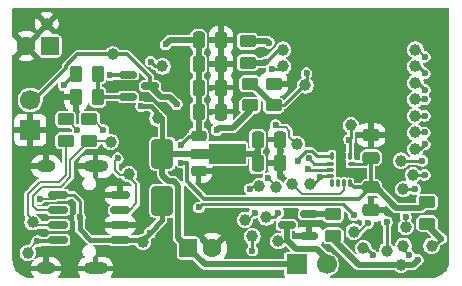
<source format=gbl>
%TF.GenerationSoftware,KiCad,Pcbnew,9.0.2*%
%TF.CreationDate,2025-09-28T04:05:32+05:30*%
%TF.ProjectId,Sippy,53697070-792e-46b6-9963-61645f706362,rev?*%
%TF.SameCoordinates,PX4ef6d80PY35fa5c0*%
%TF.FileFunction,Copper,L2,Bot*%
%TF.FilePolarity,Positive*%
%FSLAX46Y46*%
G04 Gerber Fmt 4.6, Leading zero omitted, Abs format (unit mm)*
G04 Created by KiCad (PCBNEW 9.0.2) date 2025-09-28 04:05:32*
%MOMM*%
%LPD*%
G01*
G04 APERTURE LIST*
G04 Aperture macros list*
%AMRoundRect*
0 Rectangle with rounded corners*
0 $1 Rounding radius*
0 $2 $3 $4 $5 $6 $7 $8 $9 X,Y pos of 4 corners*
0 Add a 4 corners polygon primitive as box body*
4,1,4,$2,$3,$4,$5,$6,$7,$8,$9,$2,$3,0*
0 Add four circle primitives for the rounded corners*
1,1,$1+$1,$2,$3*
1,1,$1+$1,$4,$5*
1,1,$1+$1,$6,$7*
1,1,$1+$1,$8,$9*
0 Add four rect primitives between the rounded corners*
20,1,$1+$1,$2,$3,$4,$5,0*
20,1,$1+$1,$4,$5,$6,$7,0*
20,1,$1+$1,$6,$7,$8,$9,0*
20,1,$1+$1,$8,$9,$2,$3,0*%
%AMFreePoly0*
4,1,9,3.862500,-0.866500,0.737500,-0.866500,0.737500,-0.450000,-0.737500,-0.450000,-0.737500,0.450000,0.737500,0.450000,0.737500,0.866500,3.862500,0.866500,3.862500,-0.866500,3.862500,-0.866500,$1*%
G04 Aperture macros list end*
%TA.AperFunction,HeatsinkPad*%
%ADD10O,2.100000X1.000000*%
%TD*%
%TA.AperFunction,HeatsinkPad*%
%ADD11O,1.600000X1.000000*%
%TD*%
%TA.AperFunction,ComponentPad*%
%ADD12RoundRect,0.250000X0.550000X0.550000X-0.550000X0.550000X-0.550000X-0.550000X0.550000X-0.550000X0*%
%TD*%
%TA.AperFunction,ComponentPad*%
%ADD13C,1.600000*%
%TD*%
%TA.AperFunction,HeatsinkPad*%
%ADD14C,0.600000*%
%TD*%
%TA.AperFunction,ComponentPad*%
%ADD15R,1.700000X1.700000*%
%TD*%
%TA.AperFunction,ComponentPad*%
%ADD16C,1.700000*%
%TD*%
%TA.AperFunction,SMDPad,CuDef*%
%ADD17C,1.000000*%
%TD*%
%TA.AperFunction,SMDPad,CuDef*%
%ADD18RoundRect,0.250000X-0.450000X0.262500X-0.450000X-0.262500X0.450000X-0.262500X0.450000X0.262500X0*%
%TD*%
%TA.AperFunction,SMDPad,CuDef*%
%ADD19RoundRect,0.150000X0.675000X0.150000X-0.675000X0.150000X-0.675000X-0.150000X0.675000X-0.150000X0*%
%TD*%
%TA.AperFunction,SMDPad,CuDef*%
%ADD20RoundRect,0.250000X-0.250000X-0.475000X0.250000X-0.475000X0.250000X0.475000X-0.250000X0.475000X0*%
%TD*%
%TA.AperFunction,SMDPad,CuDef*%
%ADD21RoundRect,0.250000X-0.262500X-0.450000X0.262500X-0.450000X0.262500X0.450000X-0.262500X0.450000X0*%
%TD*%
%TA.AperFunction,SMDPad,CuDef*%
%ADD22RoundRect,0.250000X0.475000X-0.250000X0.475000X0.250000X-0.475000X0.250000X-0.475000X-0.250000X0*%
%TD*%
%TA.AperFunction,SMDPad,CuDef*%
%ADD23RoundRect,0.225000X-0.425000X-0.225000X0.425000X-0.225000X0.425000X0.225000X-0.425000X0.225000X0*%
%TD*%
%TA.AperFunction,SMDPad,CuDef*%
%ADD24FreePoly0,0.000000*%
%TD*%
%TA.AperFunction,SMDPad,CuDef*%
%ADD25RoundRect,0.150000X0.587500X0.150000X-0.587500X0.150000X-0.587500X-0.150000X0.587500X-0.150000X0*%
%TD*%
%TA.AperFunction,SMDPad,CuDef*%
%ADD26RoundRect,0.250000X-0.475000X0.250000X-0.475000X-0.250000X0.475000X-0.250000X0.475000X0.250000X0*%
%TD*%
%TA.AperFunction,SMDPad,CuDef*%
%ADD27RoundRect,0.150000X-0.587500X-0.150000X0.587500X-0.150000X0.587500X0.150000X-0.587500X0.150000X0*%
%TD*%
%TA.AperFunction,SMDPad,CuDef*%
%ADD28RoundRect,0.250000X-0.650000X1.000000X-0.650000X-1.000000X0.650000X-1.000000X0.650000X1.000000X0*%
%TD*%
%TA.AperFunction,SMDPad,CuDef*%
%ADD29RoundRect,0.250000X0.450000X-0.262500X0.450000X0.262500X-0.450000X0.262500X-0.450000X-0.262500X0*%
%TD*%
%TA.AperFunction,ComponentPad*%
%ADD30RoundRect,0.250000X-0.550000X-0.550000X0.550000X-0.550000X0.550000X0.550000X-0.550000X0.550000X0*%
%TD*%
%TA.AperFunction,SMDPad,CuDef*%
%ADD31RoundRect,0.087500X-0.087500X0.225000X-0.087500X-0.225000X0.087500X-0.225000X0.087500X0.225000X0*%
%TD*%
%TA.AperFunction,SMDPad,CuDef*%
%ADD32RoundRect,0.087500X-0.225000X0.087500X-0.225000X-0.087500X0.225000X-0.087500X0.225000X0.087500X0*%
%TD*%
%TA.AperFunction,ViaPad*%
%ADD33C,0.600000*%
%TD*%
%TA.AperFunction,Conductor*%
%ADD34C,0.500000*%
%TD*%
%TA.AperFunction,Conductor*%
%ADD35C,0.400000*%
%TD*%
%TA.AperFunction,Conductor*%
%ADD36C,0.300000*%
%TD*%
%TA.AperFunction,Conductor*%
%ADD37C,0.350000*%
%TD*%
%TA.AperFunction,Conductor*%
%ADD38C,0.200000*%
%TD*%
%TA.AperFunction,Conductor*%
%ADD39C,0.250000*%
%TD*%
G04 APERTURE END LIST*
D10*
%TO.P,J2,S1,SHIELD*%
%TO.N,GND*%
X-11470000Y-5080000D03*
D11*
X-15650000Y-5080000D03*
D10*
X-11470000Y-13720000D03*
D11*
X-15650000Y-13720000D03*
%TD*%
D12*
%TO.P,C7,1*%
%TO.N,+3V3*%
X-15336495Y5121200D03*
D13*
%TO.P,C7,2*%
%TO.N,GND*%
X-17336495Y5121200D03*
%TD*%
D14*
%TO.P,U1,41,GND*%
%TO.N,GND*%
X5900000Y-160000D03*
X5900000Y-1560000D03*
X6600000Y540000D03*
X6600000Y-860000D03*
X6600000Y-2260000D03*
X7300000Y-160000D03*
X7300000Y-1560000D03*
X8000000Y540000D03*
X8000000Y-860000D03*
X8000000Y-2260000D03*
X8700000Y-160000D03*
X8700000Y-1560000D03*
%TD*%
D15*
%TO.P,J1,1,Pin_1*%
%TO.N,POWER*%
X5550000Y-13373900D03*
D16*
%TO.P,J1,2,Pin_2*%
%TO.N,Net-(J1-Pin_2)*%
X8090000Y-13373900D03*
%TD*%
D17*
%TO.P,TP43,1,1*%
%TO.N,POWER*%
X-6200000Y-1000000D03*
%TD*%
D18*
%TO.P,R13,1*%
%TO.N,Net-(D2-K)*%
X-14000000Y-1087500D03*
%TO.P,R13,2*%
%TO.N,Net-(U4-~{STDBY})*%
X-14000000Y-2912500D03*
%TD*%
D19*
%TO.P,U4,1,TEMP*%
%TO.N,GND*%
X-9375000Y-7495000D03*
%TO.P,U4,2,PROG*%
%TO.N,Net-(U4-PROG)*%
X-9375000Y-8765000D03*
%TO.P,U4,3,GND*%
%TO.N,GND*%
X-9375000Y-10035000D03*
%TO.P,U4,4,VCC*%
%TO.N,VUSB*%
X-9375000Y-11305000D03*
%TO.P,U4,5,BAT*%
%TO.N,PACK_P*%
X-14625000Y-11305000D03*
%TO.P,U4,6,~{STDBY}*%
%TO.N,Net-(U4-~{STDBY})*%
X-14625000Y-10035000D03*
%TO.P,U4,7,~{CHRG}*%
%TO.N,Net-(U4-~{CHRG})*%
X-14625000Y-8765000D03*
%TO.P,U4,8,CE*%
%TO.N,VUSB*%
X-14625000Y-7495000D03*
%TD*%
D17*
%TO.P,TP8,1,1*%
%TO.N,Net-(U1-IO35)*%
X14800000Y-10200000D03*
%TD*%
D18*
%TO.P,R12,1*%
%TO.N,Net-(D3-K)*%
X-12000000Y-1087500D03*
%TO.P,R12,2*%
%TO.N,Net-(U4-~{CHRG})*%
X-12000000Y-2912500D03*
%TD*%
D17*
%TO.P,TP29,1,1*%
%TO.N,LSM6DSL_SS*%
X6656352Y-6530891D03*
%TD*%
%TO.P,TP7,1,1*%
%TO.N,Net-(U1-IO21)*%
X10400000Y-10600000D03*
%TD*%
D18*
%TO.P,R2,1*%
%TO.N,+3V3*%
X16600000Y-8087500D03*
%TO.P,R2,2*%
%TO.N,ESP32_GP0_BOOT*%
X16600000Y-9912500D03*
%TD*%
D17*
%TO.P,TP25,1,1*%
%TO.N,Net-(U1-IO10)*%
X3000000Y-9400000D03*
%TD*%
%TO.P,TP3,1,1*%
%TO.N,ESP32_EN*%
X4400000Y4800000D03*
%TD*%
%TO.P,TP4,1,1*%
%TO.N,ESP32_GP0_BOOT*%
X17000000Y-11800000D03*
%TD*%
D20*
%TO.P,C17,1*%
%TO.N,+3V3*%
X-2750000Y5600000D03*
%TO.P,C17,2*%
%TO.N,GND*%
X-850000Y5600000D03*
%TD*%
D17*
%TO.P,TP41,1,1*%
%TO.N,Net-(U4-~{CHRG})*%
X-10200000Y-3000000D03*
%TD*%
%TO.P,TP9,1,1*%
%TO.N,Net-(U1-IO36)*%
X14600000Y-7000000D03*
%TD*%
%TO.P,TP20,1,1*%
%TO.N,Net-(U1-IO3)*%
X1800000Y-11000000D03*
%TD*%
%TO.P,TP26,1,1*%
%TO.N,Net-(U1-IO11)*%
X11200000Y-12000000D03*
%TD*%
D21*
%TO.P,R11,1*%
%TO.N,GND*%
X-13112500Y800000D03*
%TO.P,R11,2*%
%TO.N,Net-(Q3-G)*%
X-11287500Y800000D03*
%TD*%
D17*
%TO.P,TP45,1,1*%
%TO.N,VBAT_OUT*%
X6305266Y1780981D03*
%TD*%
%TO.P,TP16,1,1*%
%TO.N,Net-(U1-IO47)*%
X13200000Y-12200000D03*
%TD*%
%TO.P,TP14,1,1*%
%TO.N,Net-(U1-IO41)*%
X15600000Y-800000D03*
%TD*%
%TO.P,TP12,1,1*%
%TO.N,Net-(U1-IO39)*%
X15600000Y-3600000D03*
%TD*%
%TO.P,TP24,1,1*%
%TO.N,Net-(U1-IO9)*%
X1200000Y-9600000D03*
%TD*%
%TO.P,TP33,1,1*%
%TO.N,PACK_P*%
X-17200000Y-12400000D03*
%TD*%
D20*
%TO.P,C13,1*%
%TO.N,+3V3*%
X-2750000Y-430000D03*
%TO.P,C13,2*%
%TO.N,GND*%
X-850000Y-430000D03*
%TD*%
D17*
%TO.P,TP44,1,1*%
%TO.N,GND*%
X-15600000Y7000000D03*
%TD*%
D20*
%TO.P,C12,1*%
%TO.N,POWER*%
X2250000Y-2800000D03*
%TO.P,C12,2*%
%TO.N,GND*%
X4150000Y-2800000D03*
%TD*%
D18*
%TO.P,R16,1*%
%TO.N,GND*%
X3600000Y1912500D03*
%TO.P,R16,2*%
%TO.N,VBAT_OUT*%
X3600000Y87500D03*
%TD*%
D20*
%TO.P,C14,1*%
%TO.N,+3V3*%
X-2750000Y1600000D03*
%TO.P,C14,2*%
%TO.N,GND*%
X-850000Y1600000D03*
%TD*%
D22*
%TO.P,C8,1*%
%TO.N,GND*%
X11856250Y-8743750D03*
%TO.P,C8,2*%
%TO.N,+3V3*%
X11856250Y-6843750D03*
%TD*%
D17*
%TO.P,TP28,1,1*%
%TO.N,Net-(J1-Pin_2)*%
X4000000Y-11400000D03*
%TD*%
D20*
%TO.P,C15,1*%
%TO.N,+3V3*%
X-2750000Y3600000D03*
%TO.P,C15,2*%
%TO.N,GND*%
X-850000Y3600000D03*
%TD*%
D17*
%TO.P,TP11,1,1*%
%TO.N,Net-(U1-IO38)*%
X14400000Y-4600000D03*
%TD*%
%TO.P,TP27,1,1*%
%TO.N,BUZZER*%
X14400000Y-13400000D03*
%TD*%
%TO.P,TP31,1,1*%
%TO.N,LSM6DSL_INT1*%
X10160745Y-1594103D03*
%TD*%
D23*
%TO.P,U5,1,GND*%
%TO.N,GND*%
X-2750000Y-5500000D03*
D24*
%TO.P,U5,2,VIN*%
%TO.N,POWER*%
X-2662500Y-4000000D03*
D23*
%TO.P,U5,3,VOUT*%
%TO.N,+3V3*%
X-2750000Y-2500000D03*
%TD*%
D17*
%TO.P,TP32,1,1*%
%TO.N,LSM6DSL_INT2*%
X5200000Y-6600000D03*
%TD*%
D18*
%TO.P,R1,1*%
%TO.N,+3V3*%
X1400000Y5512500D03*
%TO.P,R1,2*%
%TO.N,ESP32_EN*%
X1400000Y3687500D03*
%TD*%
D25*
%TO.P,Q1,1,B*%
%TO.N,Net-(Q1-B)*%
X6600000Y-9100000D03*
%TO.P,Q1,2,E*%
%TO.N,GND*%
X6600000Y-11000000D03*
%TO.P,Q1,3,C*%
%TO.N,Net-(J1-Pin_2)*%
X4725000Y-10050000D03*
%TD*%
D26*
%TO.P,C9,1*%
%TO.N,GND*%
X11856250Y-2443750D03*
%TO.P,C9,2*%
%TO.N,+3V3*%
X11856250Y-4343750D03*
%TD*%
D17*
%TO.P,TP15,1,1*%
%TO.N,Net-(U1-IO42)*%
X15600000Y600000D03*
%TD*%
%TO.P,TP2,1,1*%
%TO.N,ESP32_TXD*%
X15600000Y3400000D03*
%TD*%
D27*
%TO.P,Q3,1,G*%
%TO.N,Net-(Q3-G)*%
X-8737500Y800000D03*
%TO.P,Q3,2,S*%
%TO.N,POWER*%
X-8737500Y2700000D03*
%TO.P,Q3,3,D*%
%TO.N,PACK_P*%
X-6862500Y1750000D03*
%TD*%
D17*
%TO.P,TP39,1,1*%
%TO.N,PACK_P*%
X-10000000Y4400000D03*
%TD*%
D15*
%TO.P,J3,1,Pin_1*%
%TO.N,GND*%
X-16985000Y-2000000D03*
D16*
%TO.P,J3,2,Pin_2*%
%TO.N,PACK_P*%
X-16985000Y540000D03*
%TD*%
D18*
%TO.P,R15,1*%
%TO.N,VBAT_OUT*%
X1600000Y1912500D03*
%TO.P,R15,2*%
%TO.N,PACK_P*%
X1600000Y87500D03*
%TD*%
D28*
%TO.P,D4,1,K*%
%TO.N,POWER*%
X-5800000Y-4000000D03*
%TO.P,D4,2,A*%
%TO.N,VUSB*%
X-5800000Y-8000000D03*
%TD*%
D17*
%TO.P,TP10,1,1*%
%TO.N,Net-(U1-IO37)*%
X15400000Y-5800000D03*
%TD*%
%TO.P,TP21,1,1*%
%TO.N,Net-(U1-IO4)*%
X4400000Y3400000D03*
%TD*%
D20*
%TO.P,C11,1*%
%TO.N,POWER*%
X2250000Y-4800000D03*
%TO.P,C11,2*%
%TO.N,GND*%
X4150000Y-4800000D03*
%TD*%
D29*
%TO.P,R5,1*%
%TO.N,BUZZER*%
X8662500Y-10962500D03*
%TO.P,R5,2*%
%TO.N,Net-(Q1-B)*%
X8662500Y-9137500D03*
%TD*%
D21*
%TO.P,R10,1*%
%TO.N,VUSB*%
X-13112500Y2750000D03*
%TO.P,R10,2*%
%TO.N,Net-(Q3-G)*%
X-11287500Y2750000D03*
%TD*%
D30*
%TO.P,C16,1*%
%TO.N,POWER*%
X-3600000Y-12000000D03*
D13*
%TO.P,C16,2*%
%TO.N,GND*%
X-1600000Y-12000000D03*
%TD*%
D17*
%TO.P,TP42,1,1*%
%TO.N,Net-(U4-PROG)*%
X-8647175Y-5732756D03*
%TD*%
%TO.P,TP1,1,1*%
%TO.N,ESP32_RXD*%
X15600000Y2000000D03*
%TD*%
%TO.P,TP6,1,1*%
%TO.N,Net-(U1-IO18)*%
X3788207Y-6779363D03*
%TD*%
%TO.P,TP30,1,1*%
%TO.N,Net-(D1-DIN)*%
X-5800000Y3400000D03*
%TD*%
%TO.P,TP40,1,1*%
%TO.N,Net-(U4-~{STDBY})*%
X-16800000Y-9800000D03*
%TD*%
%TO.P,TP13,1,1*%
%TO.N,Net-(U1-IO40)*%
X15600000Y-2200000D03*
%TD*%
%TO.P,TP38,1,1*%
%TO.N,VUSB*%
X-7453274Y-11473602D03*
%TD*%
%TO.P,TP23,1,1*%
%TO.N,Net-(U1-IO8)*%
X2395617Y-6743149D03*
%TD*%
%TO.P,TP19,1,1*%
%TO.N,Net-(U1-IO2)*%
X15600000Y4800000D03*
%TD*%
%TO.P,TP22,1,1*%
%TO.N,Net-(U1-IO6)*%
X5600000Y-3200000D03*
%TD*%
%TO.P,TP17,1,1*%
%TO.N,Net-(U1-IO48)*%
X14600000Y-11800000D03*
%TD*%
D31*
%TO.P,U2,1,SDO/SA0*%
%TO.N,SPI_MISO*%
X8556250Y-4193750D03*
%TO.P,U2,2,SDX*%
%TO.N,GND*%
X9056250Y-4193750D03*
%TO.P,U2,3,SCX*%
X9556250Y-4193750D03*
%TO.P,U2,4,INT1*%
%TO.N,LSM6DSL_INT1*%
X10056250Y-4193750D03*
D32*
%TO.P,U2,5,VDDIO*%
%TO.N,+3V3*%
X10218750Y-4856250D03*
%TO.P,U2,6,GND*%
%TO.N,GND*%
X10218750Y-5356250D03*
%TO.P,U2,7,GND*%
X10218750Y-5856250D03*
D31*
%TO.P,U2,8,VDD*%
%TO.N,+3V3*%
X10056250Y-6518750D03*
%TO.P,U2,9,INT2*%
%TO.N,LSM6DSL_INT2*%
X9556250Y-6518750D03*
%TO.P,U2,10,NC*%
%TO.N,unconnected-(U2-NC-Pad10)*%
X9056250Y-6518750D03*
%TO.P,U2,11,NC*%
%TO.N,unconnected-(U2-NC-Pad11)*%
X8556250Y-6518750D03*
D32*
%TO.P,U2,12,CS*%
%TO.N,LSM6DSL_SS*%
X8393750Y-5856250D03*
%TO.P,U2,13,SCL*%
%TO.N,SPI_SCK*%
X8393750Y-5356250D03*
%TO.P,U2,14,SDA*%
%TO.N,SPI_MOSI*%
X8393750Y-4856250D03*
%TD*%
D33*
%TO.N,GND*%
X17300000Y-13500000D03*
%TO.N,POWER*%
X-7600000Y0D03*
X-10230608Y2629750D03*
%TO.N,PACK_P*%
X-16400000Y-11400000D03*
X-4600000Y200000D03*
X-1200000Y-2000000D03*
%TO.N,GND*%
X1616022Y6852788D03*
X4216377Y-3787716D03*
X-1711823Y-459506D03*
X4344295Y-5938766D03*
X-6525681Y8021368D03*
X-2564784Y8016254D03*
X-10550505Y8013697D03*
X5253431Y-9001139D03*
X13240315Y-8924252D03*
X-3341561Y-13762055D03*
X-12555246Y8023925D03*
X-7210257Y-7001145D03*
X5000000Y2200000D03*
X-4661379Y-5573814D03*
X-14313185Y25471D03*
X304839Y-12405114D03*
X-4526054Y8018811D03*
X-1737598Y3616664D03*
X9249564Y-5454571D03*
X-1281136Y7144294D03*
X-4306979Y-1511620D03*
X11825759Y-1047633D03*
X-1238868Y-6202017D03*
X-1719187Y1584103D03*
X2472254Y-1252309D03*
X-8553436Y8021368D03*
X-4399033Y3087419D03*
%TO.N,+3V3*%
X-5540000Y5260000D03*
X-4200000Y-4750000D03*
X3200000Y5400000D03*
X-4200000Y-3250000D03*
%TO.N,VUSB*%
X-6864569Y-10705519D03*
X-12800000Y-9400000D03*
X-14147134Y1794930D03*
X-16192185Y-7807815D03*
%TO.N,ESP32_RXD*%
X16400000Y1400000D03*
%TO.N,ESP32_TXD*%
X16400000Y2800000D03*
%TO.N,WS2812B_IN*%
X10400000Y-9200000D03*
X-2710241Y-8555202D03*
%TO.N,Net-(U4-PROG)*%
X-9600000Y-4400000D03*
%TO.N,BUZZER*%
X15800000Y-13000000D03*
%TO.N,ESP32_EN*%
X3000000Y3800000D03*
%TO.N,ESP32_GP0_BOOT*%
X17800000Y-11200000D03*
%TO.N,VBAT_OUT*%
X6400000Y2800000D03*
%TO.N,LSM6DSL_SS*%
X7540000Y-6000000D03*
%TO.N,LSM6DSL_INT1*%
X10000000Y-2800000D03*
%TO.N,Net-(U1-IO39)*%
X16400000Y-3200000D03*
%TO.N,Net-(U1-IO40)*%
X16400000Y-2200000D03*
%TO.N,Net-(U1-IO41)*%
X16400000Y-800000D03*
%TO.N,Net-(U1-IO42)*%
X16400000Y600000D03*
%TO.N,Net-(U1-IO3)*%
X1800000Y-12200000D03*
%TO.N,SPI_MISO*%
X5651165Y-4647049D03*
%TO.N,SPI_SCK*%
X6498770Y-5272048D03*
%TO.N,SPI_MOSI*%
X6600000Y-4400000D03*
%TO.N,Net-(D1-DIN)*%
X-6800000Y3800000D03*
%TO.N,Net-(D2-K)*%
X-13000000Y-2000000D03*
%TO.N,Net-(D3-K)*%
X-10800000Y-2000000D03*
%TO.N,Net-(U1-IO38)*%
X16200000Y-4600000D03*
%TO.N,Net-(U1-IO18)*%
X3139399Y-6074724D03*
%TO.N,Net-(U1-IO21)*%
X11581427Y-9888922D03*
%TO.N,Net-(U1-IO35)*%
X14800000Y-9350000D03*
%TO.N,Net-(U1-IO36)*%
X15600000Y-7000000D03*
%TO.N,Net-(U1-IO37)*%
X16400000Y-5800000D03*
%TO.N,Net-(U1-IO47)*%
X13200000Y-9800000D03*
%TO.N,Net-(U1-IO48)*%
X15050000Y-12549578D03*
%TO.N,Net-(U1-IO2)*%
X16400000Y4200000D03*
%TO.N,Net-(U1-IO4)*%
X3443762Y3134358D03*
%TO.N,Net-(U1-IO6)*%
X3773496Y-1585469D03*
%TO.N,Net-(U1-IO8)*%
X1600000Y-7000000D03*
%TO.N,Net-(U1-IO9)*%
X2000000Y-9000000D03*
%TO.N,Net-(U1-IO10)*%
X4000000Y-9000000D03*
%TO.N,Net-(U1-IO11)*%
X12000000Y-12600000D03*
%TD*%
D34*
%TO.N,POWER*%
X2250000Y-3800000D02*
X2250000Y-2800000D01*
X-2662500Y-4000000D02*
X-5800000Y-4000000D01*
D35*
X-5800000Y-1000000D02*
X-5800000Y-4000000D01*
D34*
X5550000Y-13373900D02*
X-2226100Y-13373900D01*
X-4449000Y-11151000D02*
X-4449000Y-6702708D01*
D36*
X-9607750Y2629750D02*
X-9537500Y2700000D01*
D34*
X-5301000Y-6299000D02*
X-5800000Y-5800000D01*
X-3600000Y-12000000D02*
X-4449000Y-11151000D01*
X-5800000Y-5800000D02*
X-5800000Y-4000000D01*
X2050000Y-4000000D02*
X2250000Y-3800000D01*
D35*
X-7600000Y0D02*
X-6800000Y0D01*
D36*
X-10230608Y2629750D02*
X-9607750Y2629750D01*
D34*
X-4449000Y-6702708D02*
X-4852708Y-6299000D01*
X2250000Y-4800000D02*
X2250000Y-3800000D01*
X-2226100Y-13373900D02*
X-3600000Y-12000000D01*
X-2662500Y-4000000D02*
X2050000Y-4000000D01*
D36*
X-9537500Y2700000D02*
X-8737500Y2700000D01*
D34*
X-4852708Y-6299000D02*
X-5301000Y-6299000D01*
D35*
X-6800000Y0D02*
X-5800000Y-1000000D01*
D36*
%TO.N,PACK_P*%
X-13976000Y3224000D02*
X-16660000Y540000D01*
X-6862500Y1750000D02*
X-6862500Y2462500D01*
X-6862500Y2462500D02*
X-8800000Y4400000D01*
D37*
X-16400000Y-11400000D02*
X-14720000Y-11400000D01*
D34*
X-5912500Y800000D02*
X-6862500Y1750000D01*
D36*
X-16660000Y540000D02*
X-16985000Y540000D01*
D34*
X1600000Y-400000D02*
X1600000Y87500D01*
D36*
X-13031870Y4400000D02*
X-13976000Y3455870D01*
X-8800000Y4400000D02*
X-13031870Y4400000D01*
D38*
X-17200000Y-12200000D02*
X-16400000Y-11400000D01*
D34*
X-1200000Y-2000000D02*
X-1000000Y-1800000D01*
D37*
X-14720000Y-11400000D02*
X-14625000Y-11305000D01*
D38*
X-17200000Y-12400000D02*
X-17200000Y-12200000D01*
D34*
X-4600000Y200000D02*
X-5200000Y800000D01*
D36*
X-13976000Y3455870D02*
X-13976000Y3224000D01*
D34*
X-1000000Y-1800000D02*
X200000Y-1800000D01*
X200000Y-1800000D02*
X1600000Y-400000D01*
X-5200000Y800000D02*
X-5912500Y800000D01*
D36*
%TO.N,+3V3*%
X-2850000Y-2600000D02*
X-2750000Y-2500000D01*
D34*
X16600000Y-8087500D02*
X16087500Y-8600000D01*
X3087500Y5512500D02*
X3200000Y5400000D01*
D36*
X10407250Y-6843750D02*
X10082250Y-6518750D01*
D34*
X14000000Y-8600000D02*
X12243750Y-6843750D01*
D36*
X-4200000Y-3250000D02*
X-3550000Y-2600000D01*
X-4200000Y-4750000D02*
X-3822967Y-4750000D01*
D39*
X10218750Y-4856250D02*
X11343750Y-4856250D01*
D36*
X-3822967Y-4750000D02*
X-3751000Y-4821967D01*
D34*
X-2750000Y5600000D02*
X-5200000Y5600000D01*
D36*
X-2268046Y-7823000D02*
X10877000Y-7823000D01*
X-3751000Y-4821967D02*
X-3751000Y-6340046D01*
D34*
X-5200000Y5600000D02*
X-5540000Y5260000D01*
D36*
X-3550000Y-2600000D02*
X-2850000Y-2600000D01*
D34*
X-2750000Y-2500000D02*
X-2750000Y5600000D01*
X12243750Y-6843750D02*
X11856250Y-6843750D01*
D39*
X11343750Y-4856250D02*
X11856250Y-4343750D01*
D34*
X16087500Y-8600000D02*
X14000000Y-8600000D01*
D36*
X10877000Y-7823000D02*
X11856250Y-6843750D01*
X-3751000Y-6340046D02*
X-2268046Y-7823000D01*
D34*
X1400000Y5512500D02*
X3087500Y5512500D01*
D36*
X11856250Y-6843750D02*
X11856250Y-4343750D01*
X11856250Y-6843750D02*
X10407250Y-6843750D01*
%TO.N,VUSB*%
X-14147134Y1794930D02*
X-13192064Y2750000D01*
X-13192064Y2750000D02*
X-13112500Y2750000D01*
D35*
X-12800000Y-9400000D02*
X-12800000Y-10400000D01*
X-6895519Y-10705519D02*
X-7495000Y-11305000D01*
D38*
X-16192185Y-7807815D02*
X-14937815Y-7807815D01*
D35*
X-5800000Y-9610000D02*
X-5800000Y-8000000D01*
X-11895000Y-11305000D02*
X-9375000Y-11305000D01*
D39*
X-13305000Y-7495000D02*
X-14625000Y-7495000D01*
D35*
X-6864569Y-10705519D02*
X-6864569Y-10674569D01*
D39*
X-12800000Y-8000000D02*
X-13305000Y-7495000D01*
D35*
X-6864569Y-10705519D02*
X-6895519Y-10705519D01*
D39*
X-12800000Y-9400000D02*
X-12800000Y-8000000D01*
D35*
X-7495000Y-11305000D02*
X-9375000Y-11305000D01*
D38*
X-14937815Y-7807815D02*
X-14625000Y-7495000D01*
D35*
X-6864569Y-10674569D02*
X-5800000Y-9610000D01*
X-12800000Y-10400000D02*
X-11895000Y-11305000D01*
D39*
%TO.N,ESP32_RXD*%
X15600000Y2000000D02*
X15800000Y2000000D01*
X15800000Y2000000D02*
X16400000Y1400000D01*
%TO.N,ESP32_TXD*%
X15800000Y3400000D02*
X16400000Y2800000D01*
X15600000Y3400000D02*
X15800000Y3400000D01*
D34*
%TO.N,Net-(Q1-B)*%
X8662500Y-9137500D02*
X6637500Y-9137500D01*
X6637500Y-9137500D02*
X6600000Y-9100000D01*
%TO.N,Net-(J1-Pin_2)*%
X5472900Y-12072900D02*
X7272900Y-12072900D01*
D39*
X4000000Y-11400000D02*
X4650000Y-11400000D01*
D34*
X4725000Y-11325000D02*
X5472900Y-12072900D01*
X7272900Y-12072900D02*
X8090000Y-12890000D01*
X8090000Y-12890000D02*
X8090000Y-13373900D01*
D39*
X4650000Y-11400000D02*
X4725000Y-11325000D01*
D34*
X4725000Y-10050000D02*
X4725000Y-11325000D01*
D39*
%TO.N,WS2812B_IN*%
X9499000Y-8299000D02*
X-2454039Y-8299000D01*
X-2454039Y-8299000D02*
X-2710241Y-8555202D01*
X10400000Y-9200000D02*
X9499000Y-8299000D01*
D38*
%TO.N,Net-(U4-~{CHRG})*%
X-14432900Y-6800000D02*
X-16032900Y-6800000D01*
X-16435000Y-8765000D02*
X-14625000Y-8765000D01*
X-10287500Y-2912500D02*
X-10200000Y-3000000D01*
X-12000000Y-2912500D02*
X-13600000Y-4512500D01*
X-13600000Y-4512500D02*
X-13600000Y-5967100D01*
X-16032900Y-6800000D02*
X-16799000Y-7566100D01*
X-16799000Y-7566100D02*
X-16799000Y-8401000D01*
X-12000000Y-2912500D02*
X-10287500Y-2912500D01*
X-16799000Y-8401000D02*
X-16435000Y-8765000D01*
X-13600000Y-5967100D02*
X-14432900Y-6800000D01*
%TO.N,Net-(U4-~{STDBY})*%
X-14600000Y-6400000D02*
X-16200000Y-6400000D01*
X-14000000Y-2912500D02*
X-14000000Y-5800000D01*
X-17200000Y-7400000D02*
X-17200000Y-9200000D01*
X-16200000Y-6400000D02*
X-17200000Y-7400000D01*
X-16365000Y-10035000D02*
X-14625000Y-10035000D01*
X-14000000Y-5800000D02*
X-14600000Y-6400000D01*
X-17200000Y-9200000D02*
X-16365000Y-10035000D01*
%TO.N,Net-(U4-PROG)*%
X-8000000Y-6600000D02*
X-8000000Y-8214999D01*
X-8000000Y-8214999D02*
X-8550001Y-8765000D01*
X-9400000Y-5800000D02*
X-8800000Y-5800000D01*
X-8800000Y-5800000D02*
X-8000000Y-6600000D01*
X-9600000Y-4400000D02*
X-9800000Y-4600000D01*
X-8550001Y-8765000D02*
X-9375000Y-8765000D01*
X-9800000Y-5400000D02*
X-9400000Y-5800000D01*
X-9800000Y-4600000D02*
X-9800000Y-5400000D01*
D34*
%TO.N,BUZZER*%
X8662500Y-10962500D02*
X8662500Y-11262500D01*
X8662500Y-11262500D02*
X10800000Y-13400000D01*
X15400000Y-13400000D02*
X15800000Y-13000000D01*
X10800000Y-13400000D02*
X15400000Y-13400000D01*
D39*
%TO.N,ESP32_EN*%
X4000000Y4800000D02*
X3000000Y3800000D01*
D34*
X2887500Y3687500D02*
X3000000Y3800000D01*
X1400000Y3687500D02*
X2887500Y3687500D01*
D39*
X4400000Y4800000D02*
X4000000Y4800000D01*
%TO.N,ESP32_GP0_BOOT*%
X17200000Y-11800000D02*
X17800000Y-11200000D01*
D34*
X16600000Y-9912500D02*
X16600000Y-10000000D01*
X16600000Y-10000000D02*
X17800000Y-11200000D01*
D39*
X17000000Y-11800000D02*
X17200000Y-11800000D01*
D34*
%TO.N,VBAT_OUT*%
X1600000Y1912500D02*
X1775000Y1912500D01*
D39*
X3600000Y87500D02*
X4487500Y87500D01*
D34*
X1775000Y1912500D02*
X3600000Y87500D01*
D39*
X6200000Y1800000D02*
X6400000Y2000000D01*
X6400000Y2000000D02*
X6400000Y2800000D01*
X4487500Y87500D02*
X6200000Y1800000D01*
%TO.N,LSM6DSL_SS*%
X7009109Y-6530891D02*
X7540000Y-6000000D01*
X7683750Y-5856250D02*
X7540000Y-6000000D01*
X6656352Y-6530891D02*
X7009109Y-6530891D01*
X8393750Y-5856250D02*
X7683750Y-5856250D01*
%TO.N,LSM6DSL_INT1*%
X10056250Y-4193750D02*
X10056250Y-2856250D01*
X10160745Y-1594103D02*
X10160745Y-2639255D01*
X10160745Y-2639255D02*
X10000000Y-2800000D01*
X10056250Y-2856250D02*
X10000000Y-2800000D01*
D38*
%TO.N,LSM6DSL_INT2*%
X5972000Y-7372000D02*
X5200000Y-6600000D01*
X9556250Y-6518750D02*
X9556250Y-7043750D01*
X9228000Y-7372000D02*
X5972000Y-7372000D01*
X9556250Y-7043750D02*
X9228000Y-7372000D01*
D39*
%TO.N,Net-(U1-IO39)*%
X16000000Y-3600000D02*
X16400000Y-3200000D01*
X15600000Y-3600000D02*
X16000000Y-3600000D01*
%TO.N,Net-(U1-IO40)*%
X15600000Y-2200000D02*
X16400000Y-2200000D01*
%TO.N,Net-(U1-IO41)*%
X15600000Y-800000D02*
X16400000Y-800000D01*
%TO.N,Net-(U1-IO42)*%
X15600000Y600000D02*
X16400000Y600000D01*
%TO.N,Net-(U1-IO3)*%
X1800000Y-11000000D02*
X1800000Y-12200000D01*
%TO.N,SPI_MISO*%
X7279048Y-4193750D02*
X6859298Y-3774000D01*
X8556250Y-4193750D02*
X7279048Y-4193750D01*
X5651165Y-4463537D02*
X5651165Y-4647049D01*
X6340702Y-3774000D02*
X5651165Y-4463537D01*
X6859298Y-3774000D02*
X6340702Y-3774000D01*
%TO.N,SPI_SCK*%
X8393750Y-5356250D02*
X6582972Y-5356250D01*
X6582972Y-5356250D02*
X6498770Y-5272048D01*
%TO.N,SPI_MOSI*%
X7056250Y-4856250D02*
X6600000Y-4400000D01*
X8393750Y-4856250D02*
X7056250Y-4856250D01*
%TO.N,Net-(D1-DIN)*%
X-6400000Y3400000D02*
X-6800000Y3800000D01*
X-5800000Y3400000D02*
X-6400000Y3400000D01*
D38*
%TO.N,Net-(D2-K)*%
X-13912500Y-1087500D02*
X-13000000Y-2000000D01*
X-14000000Y-1087500D02*
X-13912500Y-1087500D01*
%TO.N,Net-(D3-K)*%
X-11712500Y-1087500D02*
X-10800000Y-2000000D01*
X-12000000Y-1087500D02*
X-11712500Y-1087500D01*
D36*
%TO.N,Net-(Q3-G)*%
X-11287500Y2750000D02*
X-11287500Y800000D01*
X-8737500Y800000D02*
X-11287500Y800000D01*
D39*
%TO.N,Net-(U1-IO38)*%
X14400000Y-4600000D02*
X16200000Y-4600000D01*
D38*
%TO.N,Net-(U1-IO18)*%
X3788207Y-6779363D02*
X3788207Y-6723532D01*
X3788207Y-6723532D02*
X3139399Y-6074724D01*
%TO.N,Net-(U1-IO21)*%
X10400000Y-10600000D02*
X10870349Y-10600000D01*
X10870349Y-10600000D02*
X11581427Y-9888922D01*
%TO.N,Net-(U1-IO35)*%
X14800000Y-10200000D02*
X14800000Y-9350000D01*
D39*
%TO.N,Net-(U1-IO36)*%
X14600000Y-7000000D02*
X15600000Y-7000000D01*
%TO.N,Net-(U1-IO37)*%
X15400000Y-5800000D02*
X16400000Y-5800000D01*
%TO.N,Net-(U1-IO47)*%
X13200000Y-12200000D02*
X13200000Y-9800000D01*
D38*
%TO.N,Net-(U1-IO48)*%
X14600000Y-12099578D02*
X15050000Y-12549578D01*
X14600000Y-11800000D02*
X14600000Y-12099578D01*
%TO.N,Net-(U1-IO2)*%
X15800000Y4800000D02*
X16400000Y4200000D01*
X15600000Y4800000D02*
X15800000Y4800000D01*
D39*
%TO.N,Net-(U1-IO4)*%
X4400000Y3227349D02*
X4400000Y3400000D01*
X4307009Y3134358D02*
X4400000Y3227349D01*
X3443762Y3134358D02*
X4307009Y3134358D01*
D38*
%TO.N,Net-(U1-IO6)*%
X4951000Y-2089840D02*
X4951000Y-2551000D01*
X3773496Y-1585469D02*
X3962027Y-1774000D01*
X4951000Y-2551000D02*
X5600000Y-3200000D01*
X3962027Y-1774000D02*
X4635160Y-1774000D01*
X4635160Y-1774000D02*
X4951000Y-2089840D01*
%TO.N,Net-(U1-IO8)*%
X1800000Y-6800000D02*
X1600000Y-7000000D01*
X2338766Y-6800000D02*
X1800000Y-6800000D01*
X2395617Y-6743149D02*
X2338766Y-6800000D01*
%TO.N,Net-(U1-IO9)*%
X1200000Y-9600000D02*
X1400000Y-9600000D01*
X1400000Y-9600000D02*
X2000000Y-9000000D01*
D39*
%TO.N,Net-(U1-IO10)*%
X3600000Y-9400000D02*
X4000000Y-9000000D01*
X3000000Y-9400000D02*
X3600000Y-9400000D01*
%TO.N,Net-(U1-IO11)*%
X11400000Y-12000000D02*
X12000000Y-12600000D01*
X11200000Y-12000000D02*
X11400000Y-12000000D01*
%TD*%
%TA.AperFunction,Conductor*%
%TO.N,GND*%
G36*
X18481194Y8331694D02*
G01*
X18499500Y8287500D01*
X18499500Y-12997764D01*
X18499341Y-13002223D01*
X18484555Y-13208942D01*
X18483286Y-13217768D01*
X18439709Y-13418092D01*
X18437196Y-13426649D01*
X18365555Y-13618726D01*
X18361851Y-13626837D01*
X18263602Y-13806766D01*
X18258781Y-13814268D01*
X18135922Y-13978388D01*
X18130082Y-13985127D01*
X17985127Y-14130082D01*
X17978388Y-14135922D01*
X17814268Y-14258781D01*
X17806766Y-14263602D01*
X17626837Y-14361851D01*
X17618726Y-14365555D01*
X17426649Y-14437196D01*
X17418092Y-14439709D01*
X17217768Y-14483286D01*
X17208942Y-14484555D01*
X17002223Y-14499341D01*
X16997764Y-14499500D01*
X8431858Y-14499500D01*
X8387664Y-14481194D01*
X8369358Y-14437000D01*
X8387664Y-14392806D01*
X8407939Y-14379258D01*
X8587598Y-14304841D01*
X8759655Y-14189877D01*
X8905977Y-14043555D01*
X9020941Y-13871498D01*
X9100130Y-13680320D01*
X9140500Y-13477365D01*
X9140500Y-13270435D01*
X9100130Y-13067480D01*
X9020941Y-12876302D01*
X9020939Y-12876300D01*
X9020939Y-12876298D01*
X8905977Y-12704245D01*
X8759654Y-12557922D01*
X8587601Y-12442960D01*
X8587598Y-12442959D01*
X8396418Y-12363769D01*
X8193465Y-12323400D01*
X8186391Y-12323400D01*
X8142197Y-12305094D01*
X7591115Y-11754012D01*
X7572809Y-11709818D01*
X7591115Y-11665624D01*
X7705182Y-11551557D01*
X7740959Y-11491061D01*
X7779212Y-11462339D01*
X7826570Y-11469078D01*
X7845043Y-11485761D01*
X7890350Y-11547150D01*
X7999618Y-11627793D01*
X8127801Y-11672646D01*
X8158234Y-11675500D01*
X8412509Y-11675500D01*
X8456703Y-11693806D01*
X10523386Y-13760489D01*
X10548748Y-13775131D01*
X10580905Y-13793698D01*
X10580907Y-13793698D01*
X10580908Y-13793699D01*
X10626114Y-13819799D01*
X10740691Y-13850500D01*
X13833956Y-13850500D01*
X13878150Y-13868806D01*
X13953458Y-13944114D01*
X14068189Y-14020775D01*
X14195672Y-14073580D01*
X14331007Y-14100500D01*
X14468993Y-14100500D01*
X14604328Y-14073580D01*
X14731811Y-14020775D01*
X14846542Y-13944114D01*
X14921850Y-13868806D01*
X14966044Y-13850500D01*
X15459308Y-13850500D01*
X15459309Y-13850500D01*
X15459317Y-13850498D01*
X15479897Y-13844983D01*
X15556719Y-13824399D01*
X15573887Y-13819799D01*
X15676614Y-13760489D01*
X15950643Y-13486458D01*
X15978656Y-13470284D01*
X15993186Y-13466392D01*
X16107314Y-13400500D01*
X16200500Y-13307314D01*
X16266392Y-13193186D01*
X16300500Y-13065892D01*
X16300500Y-12934108D01*
X16266392Y-12806814D01*
X16200500Y-12692686D01*
X16200498Y-12692684D01*
X16200495Y-12692680D01*
X16107319Y-12599504D01*
X16107315Y-12599501D01*
X16107314Y-12599500D01*
X16034740Y-12557599D01*
X15993185Y-12533607D01*
X15993182Y-12533606D01*
X15865898Y-12499501D01*
X15865893Y-12499500D01*
X15865892Y-12499500D01*
X15734108Y-12499500D01*
X15734107Y-12499500D01*
X15734101Y-12499501D01*
X15627123Y-12528165D01*
X15579697Y-12521921D01*
X15550577Y-12483971D01*
X15516393Y-12356395D01*
X15516392Y-12356392D01*
X15486386Y-12304421D01*
X15450500Y-12242264D01*
X15450498Y-12242262D01*
X15450495Y-12242258D01*
X15357319Y-12149082D01*
X15357313Y-12149077D01*
X15288820Y-12109532D01*
X15259700Y-12071581D01*
X15262328Y-12031490D01*
X15273580Y-12004328D01*
X15300500Y-11868993D01*
X15300500Y-11731007D01*
X15273580Y-11595672D01*
X15220775Y-11468189D01*
X15144114Y-11353458D01*
X15046542Y-11255886D01*
X15037733Y-11250000D01*
X14931813Y-11179226D01*
X14931811Y-11179225D01*
X14804326Y-11126419D01*
X14668993Y-11099500D01*
X14531007Y-11099500D01*
X14395673Y-11126419D01*
X14395672Y-11126419D01*
X14268188Y-11179225D01*
X14268186Y-11179226D01*
X14153458Y-11255885D01*
X14055885Y-11353458D01*
X13979226Y-11468186D01*
X13979225Y-11468188D01*
X13926419Y-11595672D01*
X13926419Y-11595673D01*
X13899500Y-11731006D01*
X13899500Y-11779974D01*
X13881194Y-11824168D01*
X13837000Y-11842474D01*
X13792806Y-11824168D01*
X13785033Y-11814697D01*
X13744114Y-11753458D01*
X13646543Y-11655887D01*
X13646538Y-11655883D01*
X13553276Y-11593566D01*
X13526701Y-11553792D01*
X13525500Y-11541600D01*
X13525500Y-10208202D01*
X13543806Y-10164008D01*
X13600500Y-10107314D01*
X13666392Y-9993186D01*
X13700500Y-9865892D01*
X13700500Y-9734108D01*
X13671211Y-9624798D01*
X13666393Y-9606817D01*
X13666392Y-9606814D01*
X13658523Y-9593185D01*
X13600500Y-9492686D01*
X13600498Y-9492684D01*
X13600495Y-9492680D01*
X13507319Y-9399504D01*
X13507315Y-9399501D01*
X13507314Y-9399500D01*
X13450250Y-9366554D01*
X13393185Y-9333607D01*
X13393182Y-9333606D01*
X13265898Y-9299501D01*
X13265893Y-9299500D01*
X13265892Y-9299500D01*
X13134108Y-9299500D01*
X13134107Y-9299500D01*
X13134101Y-9299501D01*
X13120884Y-9303042D01*
X13073459Y-9296796D01*
X13044340Y-9258844D01*
X13045384Y-9223011D01*
X13070757Y-9146443D01*
X13081249Y-9043736D01*
X13081250Y-9043727D01*
X13081250Y-8993750D01*
X11918750Y-8993750D01*
X11874556Y-8975444D01*
X11856250Y-8931250D01*
X11856250Y-8743750D01*
X11668750Y-8743750D01*
X11624556Y-8725444D01*
X11606250Y-8681250D01*
X11606250Y-7743750D01*
X11602820Y-7743750D01*
X11558626Y-7725444D01*
X11540320Y-7681250D01*
X11558626Y-7637056D01*
X11633126Y-7562556D01*
X11677320Y-7544250D01*
X12281259Y-7544250D01*
X12325453Y-7562556D01*
X12399953Y-7637056D01*
X12418259Y-7681250D01*
X12399953Y-7725444D01*
X12355759Y-7743750D01*
X12106250Y-7743750D01*
X12106250Y-8493750D01*
X13081249Y-8493750D01*
X13081249Y-8469240D01*
X13099555Y-8425046D01*
X13143749Y-8406740D01*
X13187941Y-8425045D01*
X13723386Y-8960490D01*
X13818649Y-9015489D01*
X13818648Y-9015489D01*
X13818651Y-9015490D01*
X13826114Y-9019799D01*
X13940691Y-9050500D01*
X14286735Y-9050500D01*
X14330929Y-9068806D01*
X14349235Y-9113000D01*
X14340862Y-9144249D01*
X14333609Y-9156810D01*
X14333606Y-9156817D01*
X14299501Y-9284101D01*
X14299500Y-9284109D01*
X14299500Y-9415890D01*
X14299501Y-9415898D01*
X14333606Y-9543182D01*
X14333609Y-9543189D01*
X14358145Y-9585688D01*
X14364388Y-9633115D01*
X14348212Y-9661131D01*
X14255885Y-9753458D01*
X14179226Y-9868186D01*
X14179225Y-9868188D01*
X14126419Y-9995672D01*
X14126419Y-9995673D01*
X14099500Y-10131006D01*
X14099500Y-10268993D01*
X14126419Y-10404326D01*
X14126419Y-10404327D01*
X14179225Y-10531811D01*
X14179226Y-10531813D01*
X14255469Y-10645918D01*
X14255886Y-10646542D01*
X14353458Y-10744114D01*
X14468189Y-10820775D01*
X14595672Y-10873580D01*
X14731007Y-10900500D01*
X14868993Y-10900500D01*
X15004328Y-10873580D01*
X15131811Y-10820775D01*
X15246542Y-10744114D01*
X15344114Y-10646542D01*
X15420775Y-10531811D01*
X15473580Y-10404328D01*
X15500500Y-10268993D01*
X15500500Y-10131007D01*
X15473580Y-9995672D01*
X15420775Y-9868189D01*
X15344114Y-9753458D01*
X15251786Y-9661130D01*
X15245542Y-9646056D01*
X15235609Y-9633111D01*
X15236711Y-9624737D01*
X15233480Y-9616936D01*
X15239161Y-9595734D01*
X15699500Y-9595734D01*
X15699500Y-10229266D01*
X15699875Y-10233260D01*
X15702353Y-10259696D01*
X15702354Y-10259701D01*
X15747207Y-10387882D01*
X15747207Y-10387883D01*
X15771482Y-10420774D01*
X15827850Y-10497150D01*
X15937118Y-10577793D01*
X16065301Y-10622646D01*
X16095734Y-10625500D01*
X16562509Y-10625500D01*
X16606703Y-10643806D01*
X16957916Y-10995019D01*
X16976222Y-11039213D01*
X16957916Y-11083407D01*
X16925916Y-11100512D01*
X16795672Y-11126419D01*
X16668188Y-11179225D01*
X16668186Y-11179226D01*
X16553458Y-11255885D01*
X16455885Y-11353458D01*
X16379226Y-11468186D01*
X16379225Y-11468188D01*
X16326419Y-11595672D01*
X16326419Y-11595673D01*
X16299500Y-11731006D01*
X16299500Y-11868993D01*
X16326419Y-12004326D01*
X16326419Y-12004327D01*
X16379225Y-12131811D01*
X16379226Y-12131813D01*
X16455885Y-12246541D01*
X16455886Y-12246542D01*
X16553458Y-12344114D01*
X16668189Y-12420775D01*
X16795672Y-12473580D01*
X16931007Y-12500500D01*
X17068993Y-12500500D01*
X17204328Y-12473580D01*
X17331811Y-12420775D01*
X17446542Y-12344114D01*
X17544114Y-12246542D01*
X17620775Y-12131811D01*
X17673580Y-12004328D01*
X17700500Y-11868993D01*
X17700500Y-11785715D01*
X17718806Y-11741521D01*
X17741521Y-11718806D01*
X17785715Y-11700500D01*
X17865891Y-11700500D01*
X17865892Y-11700500D01*
X17993186Y-11666392D01*
X18107314Y-11600500D01*
X18200500Y-11507314D01*
X18266392Y-11393186D01*
X18300500Y-11265892D01*
X18300500Y-11134108D01*
X18271131Y-11024500D01*
X18266393Y-11006817D01*
X18266392Y-11006814D01*
X18241902Y-10964397D01*
X18200500Y-10892686D01*
X18200498Y-10892684D01*
X18200495Y-10892680D01*
X18107319Y-10799504D01*
X18107310Y-10799497D01*
X17993192Y-10733610D01*
X17993184Y-10733607D01*
X17978659Y-10729715D01*
X17950642Y-10713539D01*
X17518349Y-10281246D01*
X17500043Y-10237052D01*
X17500315Y-10231230D01*
X17500500Y-10229266D01*
X17500500Y-9595734D01*
X17497646Y-9565301D01*
X17452793Y-9437118D01*
X17372150Y-9327850D01*
X17262882Y-9247207D01*
X17241034Y-9239562D01*
X17134701Y-9202354D01*
X17134696Y-9202353D01*
X17114699Y-9200478D01*
X17104266Y-9199500D01*
X16095734Y-9199500D01*
X16086124Y-9200401D01*
X16065303Y-9202353D01*
X16065298Y-9202354D01*
X15937117Y-9247207D01*
X15937116Y-9247207D01*
X15827850Y-9327850D01*
X15747207Y-9437116D01*
X15747207Y-9437117D01*
X15702354Y-9565298D01*
X15702353Y-9565303D01*
X15700825Y-9581608D01*
X15699500Y-9595734D01*
X15239161Y-9595734D01*
X15241853Y-9585687D01*
X15266392Y-9543186D01*
X15300500Y-9415892D01*
X15300500Y-9284108D01*
X15276138Y-9193186D01*
X15266393Y-9156817D01*
X15266390Y-9156810D01*
X15259138Y-9144249D01*
X15252895Y-9096823D01*
X15282016Y-9058873D01*
X15313265Y-9050500D01*
X16146809Y-9050500D01*
X16237173Y-9026286D01*
X16237174Y-9026286D01*
X16261380Y-9019801D01*
X16261380Y-9019800D01*
X16261387Y-9019799D01*
X16364114Y-8960489D01*
X16505797Y-8818806D01*
X16549991Y-8800500D01*
X17104262Y-8800500D01*
X17104266Y-8800500D01*
X17134699Y-8797646D01*
X17262882Y-8752793D01*
X17372150Y-8672150D01*
X17452793Y-8562882D01*
X17497646Y-8434699D01*
X17500500Y-8404266D01*
X17500500Y-7770734D01*
X17497646Y-7740301D01*
X17452793Y-7612118D01*
X17372150Y-7502850D01*
X17262882Y-7422207D01*
X17247227Y-7416729D01*
X17134701Y-7377354D01*
X17134696Y-7377353D01*
X17114699Y-7375478D01*
X17104266Y-7374500D01*
X16095734Y-7374500D01*
X16088341Y-7375193D01*
X16074489Y-7376492D01*
X16028779Y-7362391D01*
X16006428Y-7320099D01*
X16014529Y-7283015D01*
X16043346Y-7233103D01*
X16066392Y-7193186D01*
X16100500Y-7065892D01*
X16100500Y-6934108D01*
X16081367Y-6862702D01*
X16066393Y-6806817D01*
X16066392Y-6806814D01*
X16029963Y-6743718D01*
X16000500Y-6692686D01*
X16000498Y-6692684D01*
X16000495Y-6692680D01*
X15907319Y-6599504D01*
X15907315Y-6599501D01*
X15907314Y-6599500D01*
X15793186Y-6533608D01*
X15793185Y-6533607D01*
X15793184Y-6533607D01*
X15762086Y-6525274D01*
X15724136Y-6496153D01*
X15717893Y-6448727D01*
X15743538Y-6412938D01*
X15846542Y-6344114D01*
X15944114Y-6246542D01*
X15979755Y-6193201D01*
X16019527Y-6166625D01*
X16066443Y-6175957D01*
X16075915Y-6183730D01*
X16092680Y-6200495D01*
X16092684Y-6200498D01*
X16092686Y-6200500D01*
X16199581Y-6262216D01*
X16206814Y-6266392D01*
X16206817Y-6266393D01*
X16284712Y-6287264D01*
X16334108Y-6300500D01*
X16334109Y-6300500D01*
X16465891Y-6300500D01*
X16465892Y-6300500D01*
X16593186Y-6266392D01*
X16707314Y-6200500D01*
X16800500Y-6107314D01*
X16866392Y-5993186D01*
X16900500Y-5865892D01*
X16900500Y-5734108D01*
X16866392Y-5606814D01*
X16800500Y-5492686D01*
X16800498Y-5492684D01*
X16800495Y-5492680D01*
X16707319Y-5399504D01*
X16707315Y-5399501D01*
X16707314Y-5399500D01*
X16600700Y-5337946D01*
X16593185Y-5333607D01*
X16593182Y-5333606D01*
X16465898Y-5299501D01*
X16465893Y-5299500D01*
X16465892Y-5299500D01*
X16334108Y-5299500D01*
X16334107Y-5299500D01*
X16334101Y-5299501D01*
X16206817Y-5333606D01*
X16206814Y-5333607D01*
X16092684Y-5399501D01*
X16075915Y-5416270D01*
X16031720Y-5434575D01*
X15987527Y-5416268D01*
X15979755Y-5406798D01*
X15944114Y-5353458D01*
X15846541Y-5255885D01*
X15731813Y-5179226D01*
X15731811Y-5179225D01*
X15604326Y-5126419D01*
X15468993Y-5099500D01*
X15331007Y-5099500D01*
X15195673Y-5126419D01*
X15195672Y-5126419D01*
X15068188Y-5179225D01*
X15068186Y-5179226D01*
X14953458Y-5255885D01*
X14855885Y-5353458D01*
X14779226Y-5468186D01*
X14779225Y-5468188D01*
X14726419Y-5595672D01*
X14726419Y-5595673D01*
X14699500Y-5731006D01*
X14699500Y-5868993D01*
X14726419Y-6004326D01*
X14726419Y-6004327D01*
X14779225Y-6131811D01*
X14779226Y-6131814D01*
X14841513Y-6225032D01*
X14850845Y-6271948D01*
X14824269Y-6311722D01*
X14777353Y-6321054D01*
X14668993Y-6299500D01*
X14531007Y-6299500D01*
X14395673Y-6326419D01*
X14395672Y-6326419D01*
X14268188Y-6379225D01*
X14268186Y-6379226D01*
X14153458Y-6455885D01*
X14055885Y-6553458D01*
X13979226Y-6668186D01*
X13979225Y-6668188D01*
X13926419Y-6795672D01*
X13926419Y-6795673D01*
X13899500Y-6931006D01*
X13899500Y-7068993D01*
X13926419Y-7204326D01*
X13926419Y-7204327D01*
X13979225Y-7331811D01*
X13979226Y-7331813D01*
X14055885Y-7446541D01*
X14055886Y-7446542D01*
X14153458Y-7544114D01*
X14268189Y-7620775D01*
X14395672Y-7673580D01*
X14531007Y-7700500D01*
X14668993Y-7700500D01*
X14804328Y-7673580D01*
X14931811Y-7620775D01*
X15046542Y-7544114D01*
X15144114Y-7446542D01*
X15179755Y-7393201D01*
X15219527Y-7366625D01*
X15266443Y-7375957D01*
X15275915Y-7383730D01*
X15292680Y-7400495D01*
X15292684Y-7400498D01*
X15292686Y-7400500D01*
X15406814Y-7466392D01*
X15406817Y-7466393D01*
X15445262Y-7476694D01*
X15534108Y-7500500D01*
X15534109Y-7500500D01*
X15665891Y-7500500D01*
X15665892Y-7500500D01*
X15665900Y-7500498D01*
X15686418Y-7495000D01*
X15697405Y-7492056D01*
X15744831Y-7498299D01*
X15773952Y-7536249D01*
X15767709Y-7583675D01*
X15763870Y-7589539D01*
X15747207Y-7612117D01*
X15702354Y-7740298D01*
X15702353Y-7740303D01*
X15699500Y-7770737D01*
X15699500Y-8087000D01*
X15681194Y-8131194D01*
X15637000Y-8149500D01*
X14212492Y-8149500D01*
X14168298Y-8131194D01*
X12800056Y-6762952D01*
X12781750Y-6718758D01*
X12781750Y-6539487D01*
X12781198Y-6533606D01*
X12778896Y-6509051D01*
X12734043Y-6380868D01*
X12732831Y-6379226D01*
X12693964Y-6326563D01*
X12653400Y-6271600D01*
X12544132Y-6190957D01*
X12534404Y-6187553D01*
X12415951Y-6146104D01*
X12415946Y-6146103D01*
X12395949Y-6144228D01*
X12385516Y-6143250D01*
X12385512Y-6143250D01*
X12269250Y-6143250D01*
X12225056Y-6124944D01*
X12206750Y-6080750D01*
X12206750Y-5106750D01*
X12225056Y-5062556D01*
X12269250Y-5044250D01*
X12385512Y-5044250D01*
X12385516Y-5044250D01*
X12415949Y-5041396D01*
X12544132Y-4996543D01*
X12653400Y-4915900D01*
X12734043Y-4806632D01*
X12778896Y-4678449D01*
X12781750Y-4648016D01*
X12781750Y-4531006D01*
X13699500Y-4531006D01*
X13699500Y-4668993D01*
X13726419Y-4804326D01*
X13726419Y-4804327D01*
X13779225Y-4931811D01*
X13779226Y-4931813D01*
X13854519Y-5044496D01*
X13855886Y-5046542D01*
X13953458Y-5144114D01*
X14068189Y-5220775D01*
X14195672Y-5273580D01*
X14331007Y-5300500D01*
X14468993Y-5300500D01*
X14604328Y-5273580D01*
X14731811Y-5220775D01*
X14846542Y-5144114D01*
X14944114Y-5046542D01*
X14994426Y-4971244D01*
X15006432Y-4953277D01*
X15046206Y-4926701D01*
X15058399Y-4925500D01*
X15791798Y-4925500D01*
X15835992Y-4943806D01*
X15892686Y-5000500D01*
X15994314Y-5059175D01*
X16006814Y-5066392D01*
X16006817Y-5066393D01*
X16068225Y-5082847D01*
X16134108Y-5100500D01*
X16134109Y-5100500D01*
X16265891Y-5100500D01*
X16265892Y-5100500D01*
X16393186Y-5066392D01*
X16507314Y-5000500D01*
X16600500Y-4907314D01*
X16666392Y-4793186D01*
X16700500Y-4665892D01*
X16700500Y-4534108D01*
X16666392Y-4406814D01*
X16600500Y-4292686D01*
X16600498Y-4292684D01*
X16600495Y-4292680D01*
X16507319Y-4199504D01*
X16507315Y-4199501D01*
X16507314Y-4199500D01*
X16411383Y-4144114D01*
X16393185Y-4133607D01*
X16393182Y-4133606D01*
X16265898Y-4099501D01*
X16265893Y-4099500D01*
X16265892Y-4099500D01*
X16225658Y-4099500D01*
X16181464Y-4081194D01*
X16163158Y-4037000D01*
X16173691Y-4002277D01*
X16219574Y-3933608D01*
X16220775Y-3931811D01*
X16223008Y-3926420D01*
X16273577Y-3804336D01*
X16273577Y-3804334D01*
X16273580Y-3804328D01*
X16274246Y-3800979D01*
X16291350Y-3768975D01*
X16341522Y-3718805D01*
X16342302Y-3718482D01*
X16385715Y-3700500D01*
X16465891Y-3700500D01*
X16465892Y-3700500D01*
X16593186Y-3666392D01*
X16707314Y-3600500D01*
X16800500Y-3507314D01*
X16866392Y-3393186D01*
X16900500Y-3265892D01*
X16900500Y-3134108D01*
X16866392Y-3006814D01*
X16800500Y-2892686D01*
X16800498Y-2892684D01*
X16800495Y-2892680D01*
X16707319Y-2799504D01*
X16707315Y-2799501D01*
X16707314Y-2799500D01*
X16628724Y-2754126D01*
X16599605Y-2716176D01*
X16605848Y-2668750D01*
X16628723Y-2645874D01*
X16707314Y-2600500D01*
X16800500Y-2507314D01*
X16866392Y-2393186D01*
X16900500Y-2265892D01*
X16900500Y-2134108D01*
X16878038Y-2050278D01*
X16866393Y-2006817D01*
X16866392Y-2006814D01*
X16847361Y-1973851D01*
X16800500Y-1892686D01*
X16800498Y-1892684D01*
X16800495Y-1892680D01*
X16707319Y-1799504D01*
X16707315Y-1799501D01*
X16707314Y-1799500D01*
X16627567Y-1753458D01*
X16593185Y-1733607D01*
X16593182Y-1733606D01*
X16465898Y-1699501D01*
X16465893Y-1699500D01*
X16465892Y-1699500D01*
X16334108Y-1699500D01*
X16334107Y-1699500D01*
X16334101Y-1699501D01*
X16206817Y-1733606D01*
X16206810Y-1733609D01*
X16196007Y-1739846D01*
X16148580Y-1746086D01*
X16120567Y-1729911D01*
X16046541Y-1655885D01*
X15931815Y-1579227D01*
X15931812Y-1579225D01*
X15931811Y-1579225D01*
X15879944Y-1557741D01*
X15846121Y-1523918D01*
X15846120Y-1476083D01*
X15879944Y-1442258D01*
X15931811Y-1420775D01*
X16046542Y-1344114D01*
X16120568Y-1270088D01*
X16164762Y-1251782D01*
X16196012Y-1260155D01*
X16206814Y-1266392D01*
X16334108Y-1300500D01*
X16334109Y-1300500D01*
X16465891Y-1300500D01*
X16465892Y-1300500D01*
X16593186Y-1266392D01*
X16707314Y-1200500D01*
X16800500Y-1107314D01*
X16866392Y-993186D01*
X16900500Y-865892D01*
X16900500Y-734108D01*
X16885095Y-676614D01*
X16866393Y-606817D01*
X16866392Y-606814D01*
X16859405Y-594712D01*
X16800500Y-492686D01*
X16800498Y-492684D01*
X16800495Y-492680D01*
X16707319Y-399504D01*
X16707315Y-399501D01*
X16707314Y-399500D01*
X16627567Y-353458D01*
X16593185Y-333607D01*
X16593182Y-333606D01*
X16465898Y-299501D01*
X16465893Y-299500D01*
X16465892Y-299500D01*
X16334108Y-299500D01*
X16334107Y-299500D01*
X16334101Y-299501D01*
X16206817Y-333606D01*
X16206810Y-333609D01*
X16196007Y-339846D01*
X16148580Y-346086D01*
X16120567Y-329911D01*
X16046541Y-255885D01*
X15931815Y-179227D01*
X15931812Y-179225D01*
X15931811Y-179225D01*
X15879944Y-157741D01*
X15846121Y-123918D01*
X15846120Y-76083D01*
X15879944Y-42258D01*
X15931811Y-20775D01*
X16046542Y55886D01*
X16120568Y129912D01*
X16164762Y148218D01*
X16196012Y139845D01*
X16206814Y133608D01*
X16334108Y99500D01*
X16334109Y99500D01*
X16465891Y99500D01*
X16465892Y99500D01*
X16593186Y133608D01*
X16707314Y199500D01*
X16800500Y292686D01*
X16866392Y406814D01*
X16900500Y534108D01*
X16900500Y665892D01*
X16866392Y793186D01*
X16800500Y907314D01*
X16752007Y955807D01*
X16733702Y999999D01*
X16752006Y1044193D01*
X16800500Y1092686D01*
X16866392Y1206814D01*
X16900500Y1334108D01*
X16900500Y1465892D01*
X16877929Y1550130D01*
X16866393Y1593183D01*
X16866392Y1593186D01*
X16834022Y1649252D01*
X16800500Y1707314D01*
X16800498Y1707316D01*
X16800495Y1707320D01*
X16707319Y1800496D01*
X16707315Y1800499D01*
X16707314Y1800500D01*
X16634883Y1842318D01*
X16593185Y1866393D01*
X16593182Y1866394D01*
X16465898Y1900499D01*
X16465893Y1900500D01*
X16465892Y1900500D01*
X16465891Y1900500D01*
X16385715Y1900500D01*
X16341521Y1918806D01*
X16318806Y1941521D01*
X16300500Y1985715D01*
X16300500Y2068993D01*
X16273580Y2204328D01*
X16269819Y2213406D01*
X16269819Y2261240D01*
X16303644Y2295065D01*
X16330012Y2298535D01*
X16330012Y2299500D01*
X16465891Y2299500D01*
X16465892Y2299500D01*
X16593186Y2333608D01*
X16707314Y2399500D01*
X16800500Y2492686D01*
X16866392Y2606814D01*
X16900500Y2734108D01*
X16900500Y2865892D01*
X16877037Y2953459D01*
X16866393Y2993183D01*
X16866392Y2993186D01*
X16863292Y2998556D01*
X16800500Y3107314D01*
X16800498Y3107316D01*
X16800495Y3107320D01*
X16707319Y3200496D01*
X16707315Y3200499D01*
X16707314Y3200500D01*
X16614189Y3254266D01*
X16593185Y3266393D01*
X16593182Y3266394D01*
X16465898Y3300499D01*
X16465893Y3300500D01*
X16465892Y3300500D01*
X16465891Y3300500D01*
X16385715Y3300500D01*
X16341521Y3318806D01*
X16318806Y3341521D01*
X16300500Y3385715D01*
X16300500Y3468993D01*
X16273580Y3604328D01*
X16269819Y3613406D01*
X16269819Y3661240D01*
X16303644Y3695065D01*
X16330012Y3698535D01*
X16330012Y3699500D01*
X16465891Y3699500D01*
X16465892Y3699500D01*
X16593186Y3733608D01*
X16707314Y3799500D01*
X16800500Y3892686D01*
X16866392Y4006814D01*
X16900500Y4134108D01*
X16900500Y4265892D01*
X16866392Y4393186D01*
X16800500Y4507314D01*
X16800498Y4507316D01*
X16800495Y4507320D01*
X16707319Y4600496D01*
X16707315Y4600499D01*
X16707314Y4600500D01*
X16631634Y4644194D01*
X16593185Y4666393D01*
X16593182Y4666394D01*
X16465898Y4700499D01*
X16465893Y4700500D01*
X16465892Y4700500D01*
X16363000Y4700500D01*
X16318806Y4718806D01*
X16300500Y4763000D01*
X16300500Y4868993D01*
X16273580Y5004328D01*
X16220775Y5131811D01*
X16144114Y5246542D01*
X16046542Y5344114D01*
X16037733Y5350000D01*
X15931813Y5420774D01*
X15931811Y5420775D01*
X15804326Y5473581D01*
X15668993Y5500500D01*
X15531007Y5500500D01*
X15395673Y5473581D01*
X15395672Y5473581D01*
X15268188Y5420775D01*
X15268186Y5420774D01*
X15153458Y5344115D01*
X15055885Y5246542D01*
X14979226Y5131814D01*
X14979225Y5131812D01*
X14926419Y5004328D01*
X14926419Y5004327D01*
X14899500Y4868994D01*
X14899500Y4731007D01*
X14926419Y4595674D01*
X14926419Y4595673D01*
X14979222Y4468196D01*
X14979226Y4468187D01*
X15052639Y4358317D01*
X15055886Y4353458D01*
X15153458Y4255886D01*
X15268189Y4179225D01*
X15320054Y4157742D01*
X15353879Y4123918D01*
X15353878Y4076082D01*
X15320054Y4042259D01*
X15318767Y4041725D01*
X15268188Y4020775D01*
X15268186Y4020774D01*
X15153458Y3944115D01*
X15055885Y3846542D01*
X14979226Y3731814D01*
X14979225Y3731812D01*
X14926419Y3604328D01*
X14926419Y3604327D01*
X14899500Y3468994D01*
X14899500Y3331007D01*
X14926419Y3195674D01*
X14926419Y3195673D01*
X14979225Y3068189D01*
X14979226Y3068187D01*
X15034030Y2986167D01*
X15055886Y2953458D01*
X15153458Y2855886D01*
X15268189Y2779225D01*
X15300499Y2765842D01*
X15320054Y2757742D01*
X15353879Y2723918D01*
X15353878Y2676082D01*
X15320054Y2642259D01*
X15309162Y2637747D01*
X15268188Y2620775D01*
X15268186Y2620774D01*
X15153458Y2544115D01*
X15055885Y2446542D01*
X14979226Y2331814D01*
X14979225Y2331812D01*
X14926419Y2204328D01*
X14926419Y2204327D01*
X14899500Y2068994D01*
X14899500Y1931007D01*
X14926419Y1795674D01*
X14926419Y1795673D01*
X14979225Y1668189D01*
X14979226Y1668187D01*
X15047974Y1565299D01*
X15055886Y1553458D01*
X15153458Y1455886D01*
X15268189Y1379225D01*
X15320054Y1357742D01*
X15353879Y1323918D01*
X15353878Y1276082D01*
X15320054Y1242258D01*
X15268188Y1220775D01*
X15268186Y1220774D01*
X15153458Y1144115D01*
X15055885Y1046542D01*
X14979226Y931814D01*
X14979225Y931812D01*
X14926419Y804328D01*
X14926419Y804327D01*
X14899500Y668994D01*
X14899500Y531007D01*
X14926419Y395674D01*
X14926419Y395673D01*
X14979225Y268189D01*
X14979226Y268187D01*
X15048002Y165257D01*
X15055886Y153458D01*
X15153458Y55886D01*
X15268189Y-20775D01*
X15320054Y-42258D01*
X15353879Y-76082D01*
X15353878Y-123918D01*
X15320054Y-157741D01*
X15309162Y-162253D01*
X15268188Y-179225D01*
X15268186Y-179226D01*
X15153458Y-255885D01*
X15055885Y-353458D01*
X14979226Y-468186D01*
X14979225Y-468188D01*
X14926419Y-595672D01*
X14926419Y-595673D01*
X14899500Y-731006D01*
X14899500Y-868993D01*
X14926419Y-1004326D01*
X14926419Y-1004327D01*
X14979225Y-1131811D01*
X14979226Y-1131813D01*
X15048002Y-1234743D01*
X15055886Y-1246542D01*
X15153458Y-1344114D01*
X15268189Y-1420775D01*
X15320054Y-1442258D01*
X15353879Y-1476082D01*
X15353878Y-1523918D01*
X15320054Y-1557741D01*
X15309162Y-1562253D01*
X15268188Y-1579225D01*
X15268186Y-1579226D01*
X15153458Y-1655885D01*
X15055885Y-1753458D01*
X14979226Y-1868186D01*
X14979225Y-1868188D01*
X14926419Y-1995672D01*
X14926419Y-1995673D01*
X14899500Y-2131006D01*
X14899500Y-2268993D01*
X14926419Y-2404326D01*
X14926419Y-2404327D01*
X14979225Y-2531811D01*
X14979226Y-2531813D01*
X15048002Y-2634743D01*
X15055886Y-2646542D01*
X15153458Y-2744114D01*
X15268189Y-2820775D01*
X15320054Y-2842258D01*
X15353879Y-2876082D01*
X15353878Y-2923918D01*
X15320054Y-2957742D01*
X15268188Y-2979225D01*
X15268186Y-2979226D01*
X15153458Y-3055885D01*
X15055885Y-3153458D01*
X14979226Y-3268186D01*
X14979225Y-3268188D01*
X14926419Y-3395672D01*
X14926419Y-3395673D01*
X14899500Y-3531006D01*
X14899500Y-3668993D01*
X14926419Y-3804326D01*
X14926419Y-3804327D01*
X14979222Y-3931804D01*
X14979226Y-3931813D01*
X15049510Y-4037000D01*
X15055886Y-4046542D01*
X15153458Y-4144114D01*
X15177283Y-4160033D01*
X15180839Y-4165356D01*
X15186754Y-4167806D01*
X15193730Y-4184648D01*
X15203859Y-4199807D01*
X15202610Y-4206085D01*
X15205060Y-4212000D01*
X15198083Y-4228842D01*
X15194527Y-4246723D01*
X15189203Y-4250279D01*
X15186754Y-4256194D01*
X15169911Y-4263170D01*
X15154753Y-4273299D01*
X15142560Y-4274500D01*
X15058399Y-4274500D01*
X15014205Y-4256194D01*
X15006432Y-4246723D01*
X14944114Y-4153458D01*
X14846541Y-4055885D01*
X14731813Y-3979226D01*
X14731811Y-3979225D01*
X14604326Y-3926419D01*
X14468993Y-3899500D01*
X14331007Y-3899500D01*
X14195673Y-3926419D01*
X14195672Y-3926419D01*
X14068188Y-3979225D01*
X14068186Y-3979226D01*
X13953458Y-4055885D01*
X13855885Y-4153458D01*
X13779226Y-4268186D01*
X13779225Y-4268188D01*
X13726419Y-4395672D01*
X13726419Y-4395673D01*
X13699500Y-4531006D01*
X12781750Y-4531006D01*
X12781750Y-4039484D01*
X12778896Y-4009051D01*
X12734043Y-3880868D01*
X12728664Y-3873580D01*
X12708033Y-3845625D01*
X12653400Y-3771600D01*
X12544132Y-3690957D01*
X12519789Y-3682439D01*
X12415951Y-3646104D01*
X12415946Y-3646103D01*
X12395949Y-3644228D01*
X12385516Y-3643250D01*
X11326984Y-3643250D01*
X11317374Y-3644151D01*
X11296553Y-3646103D01*
X11296548Y-3646104D01*
X11168367Y-3690957D01*
X11168366Y-3690957D01*
X11059100Y-3771600D01*
X10978457Y-3880866D01*
X10978457Y-3880867D01*
X10933604Y-4009048D01*
X10933603Y-4009053D01*
X10930750Y-4039487D01*
X10930750Y-4468250D01*
X10912444Y-4512444D01*
X10868250Y-4530750D01*
X10630926Y-4530750D01*
X10605681Y-4525424D01*
X10510833Y-4483544D01*
X10510830Y-4483543D01*
X10487045Y-4480783D01*
X10445256Y-4457507D01*
X10431749Y-4418702D01*
X10431749Y-3925746D01*
X10428957Y-3901670D01*
X10428956Y-3901667D01*
X10428956Y-3901666D01*
X10428955Y-3901665D01*
X10387076Y-3806818D01*
X10381750Y-3781573D01*
X10381750Y-3151952D01*
X10398678Y-3111084D01*
X10398004Y-3110567D01*
X10399934Y-3108050D01*
X10400056Y-3107758D01*
X10400500Y-3107314D01*
X10466392Y-2993186D01*
X10500500Y-2865892D01*
X10500500Y-2743737D01*
X10631251Y-2743737D01*
X10641742Y-2846437D01*
X10641743Y-2846444D01*
X10696891Y-3012871D01*
X10788932Y-3162093D01*
X10912906Y-3286067D01*
X11062128Y-3378108D01*
X11228558Y-3433257D01*
X11331268Y-3443749D01*
X11606249Y-3443749D01*
X12106250Y-3443749D01*
X12381226Y-3443749D01*
X12381237Y-3443748D01*
X12483937Y-3433257D01*
X12483944Y-3433256D01*
X12650371Y-3378108D01*
X12799593Y-3286067D01*
X12923567Y-3162093D01*
X13015608Y-3012871D01*
X13070757Y-2846441D01*
X13081249Y-2743736D01*
X13081250Y-2743727D01*
X13081250Y-2693750D01*
X12106250Y-2693750D01*
X12106250Y-3443749D01*
X11606249Y-3443749D01*
X11606250Y-3443748D01*
X11606250Y-2693750D01*
X10631251Y-2693750D01*
X10631251Y-2743737D01*
X10500500Y-2743737D01*
X10500500Y-2734108D01*
X10499719Y-2731194D01*
X10488376Y-2688860D01*
X10486246Y-2672683D01*
X10486246Y-2592578D01*
X10486245Y-2592560D01*
X10486245Y-2252501D01*
X10488694Y-2246586D01*
X10487446Y-2240308D01*
X10497574Y-2225149D01*
X10504551Y-2208307D01*
X10514016Y-2200538D01*
X10545715Y-2179357D01*
X10592630Y-2170026D01*
X10624631Y-2187131D01*
X10631250Y-2193750D01*
X11606250Y-2193750D01*
X12106250Y-2193750D01*
X13081249Y-2193750D01*
X13081249Y-2143774D01*
X13081248Y-2143762D01*
X13070757Y-2041062D01*
X13070756Y-2041055D01*
X13015608Y-1874628D01*
X12923567Y-1725406D01*
X12799593Y-1601432D01*
X12650371Y-1509391D01*
X12483941Y-1454242D01*
X12381236Y-1443750D01*
X12106250Y-1443750D01*
X12106250Y-2193750D01*
X11606250Y-2193750D01*
X11606250Y-1443750D01*
X11331274Y-1443750D01*
X11331262Y-1443751D01*
X11228562Y-1454242D01*
X11228555Y-1454243D01*
X11062128Y-1509391D01*
X10956488Y-1574551D01*
X10909263Y-1582171D01*
X10870482Y-1554167D01*
X10861477Y-1527475D01*
X10861245Y-1525122D01*
X10861245Y-1525110D01*
X10834325Y-1389775D01*
X10781520Y-1262292D01*
X10704859Y-1147561D01*
X10607287Y-1049989D01*
X10538951Y-1004328D01*
X10492558Y-973329D01*
X10492556Y-973328D01*
X10365071Y-920522D01*
X10229738Y-893603D01*
X10091752Y-893603D01*
X9956418Y-920522D01*
X9956417Y-920522D01*
X9828933Y-973328D01*
X9828931Y-973329D01*
X9714203Y-1049988D01*
X9616630Y-1147561D01*
X9539971Y-1262289D01*
X9539970Y-1262291D01*
X9487164Y-1389775D01*
X9487164Y-1389776D01*
X9460245Y-1525109D01*
X9460245Y-1663096D01*
X9487164Y-1798429D01*
X9487164Y-1798430D01*
X9539970Y-1925914D01*
X9539971Y-1925916D01*
X9616630Y-2040644D01*
X9616631Y-2040645D01*
X9714203Y-2138217D01*
X9807469Y-2200535D01*
X9811024Y-2205857D01*
X9816939Y-2208307D01*
X9823915Y-2225149D01*
X9834044Y-2240308D01*
X9835245Y-2252501D01*
X9835245Y-2281109D01*
X9816939Y-2325303D01*
X9803997Y-2335234D01*
X9727803Y-2379225D01*
X9692684Y-2399501D01*
X9692680Y-2399504D01*
X9599504Y-2492680D01*
X9599501Y-2492684D01*
X9533607Y-2606814D01*
X9533606Y-2606817D01*
X9499501Y-2734101D01*
X9499500Y-2734109D01*
X9499500Y-2865890D01*
X9499501Y-2865898D01*
X9533606Y-2993182D01*
X9533607Y-2993185D01*
X9540644Y-3005373D01*
X9599499Y-3107313D01*
X9599501Y-3107315D01*
X9599504Y-3107319D01*
X9654279Y-3162093D01*
X9692686Y-3200500D01*
X9699313Y-3204326D01*
X9699500Y-3204434D01*
X9728620Y-3242384D01*
X9730750Y-3258560D01*
X9730750Y-3781573D01*
X9725425Y-3806816D01*
X9683543Y-3901670D01*
X9681161Y-3922207D01*
X9680750Y-3925746D01*
X9680750Y-4461753D01*
X9683543Y-4485832D01*
X9727035Y-4584329D01*
X9727620Y-4585183D01*
X9727810Y-4586084D01*
X9729374Y-4589626D01*
X9728626Y-4589955D01*
X9737494Y-4631988D01*
X9733233Y-4645748D01*
X9708543Y-4701667D01*
X9705750Y-4725746D01*
X9705750Y-4986753D01*
X9708543Y-5010832D01*
X9750675Y-5106250D01*
X9752035Y-5109329D01*
X9828171Y-5185465D01*
X9926670Y-5228957D01*
X9950745Y-5231750D01*
X10486754Y-5231749D01*
X10510830Y-5228957D01*
X10605680Y-5187075D01*
X10630926Y-5181750D01*
X11386602Y-5181750D01*
X11386603Y-5181750D01*
X11427073Y-5170906D01*
X11474499Y-5177149D01*
X11503620Y-5215099D01*
X11505750Y-5231276D01*
X11505750Y-6080750D01*
X11487444Y-6124944D01*
X11443250Y-6143250D01*
X11326984Y-6143250D01*
X11317374Y-6144151D01*
X11296553Y-6146103D01*
X11296548Y-6146104D01*
X11168367Y-6190957D01*
X11168366Y-6190957D01*
X11059100Y-6271600D01*
X10978457Y-6380866D01*
X10978457Y-6380867D01*
X10972332Y-6398372D01*
X10954268Y-6449998D01*
X10953780Y-6451392D01*
X10921905Y-6487060D01*
X10894787Y-6493250D01*
X10578319Y-6493250D01*
X10534125Y-6474944D01*
X10450055Y-6390873D01*
X10431749Y-6346679D01*
X10431749Y-6250746D01*
X10431749Y-6250745D01*
X10428957Y-6226670D01*
X10422775Y-6212670D01*
X10408040Y-6179298D01*
X10385465Y-6128171D01*
X10309329Y-6052035D01*
X10210830Y-6008543D01*
X10186755Y-6005750D01*
X10186753Y-6005750D01*
X9925746Y-6005750D01*
X9901668Y-6008543D01*
X9831494Y-6039528D01*
X9783671Y-6040632D01*
X9781004Y-6039528D01*
X9767316Y-6033484D01*
X9710830Y-6008543D01*
X9686755Y-6005750D01*
X9686753Y-6005750D01*
X9425746Y-6005750D01*
X9401668Y-6008543D01*
X9331494Y-6039528D01*
X9283671Y-6040632D01*
X9281004Y-6039528D01*
X9267316Y-6033484D01*
X9210830Y-6008543D01*
X9186755Y-6005750D01*
X9186754Y-6005750D01*
X8969249Y-6005750D01*
X8925055Y-5987444D01*
X8906749Y-5943252D01*
X8906749Y-5725746D01*
X8903957Y-5701670D01*
X8903244Y-5700056D01*
X8872971Y-5631495D01*
X8871865Y-5583672D01*
X8872957Y-5581035D01*
X8903957Y-5510830D01*
X8906750Y-5486755D01*
X8906749Y-5225746D01*
X8903957Y-5201670D01*
X8901363Y-5195796D01*
X8872971Y-5131495D01*
X8871865Y-5083672D01*
X8872957Y-5081035D01*
X8903957Y-5010830D01*
X8906750Y-4986755D01*
X8906749Y-4725746D01*
X8903957Y-4701670D01*
X8879265Y-4645750D01*
X8878161Y-4597929D01*
X8884880Y-4585183D01*
X8885464Y-4584330D01*
X8885464Y-4584329D01*
X8885465Y-4584329D01*
X8928957Y-4485830D01*
X8931750Y-4461755D01*
X8931749Y-3925746D01*
X8928957Y-3901670D01*
X8928955Y-3901666D01*
X8909081Y-3856655D01*
X8885465Y-3803171D01*
X8809329Y-3727035D01*
X8710830Y-3683543D01*
X8686755Y-3680750D01*
X8686753Y-3680750D01*
X8425746Y-3680750D01*
X8401667Y-3683543D01*
X8303170Y-3727035D01*
X8227035Y-3803171D01*
X8227034Y-3803172D01*
X8214749Y-3830995D01*
X8180152Y-3864030D01*
X8157575Y-3868250D01*
X7439763Y-3868250D01*
X7395569Y-3849944D01*
X7059165Y-3513539D01*
X7059156Y-3513532D01*
X6984942Y-3470684D01*
X6984933Y-3470680D01*
X6902157Y-3448501D01*
X6902152Y-3448500D01*
X6902151Y-3448500D01*
X6902150Y-3448500D01*
X6387395Y-3448500D01*
X6383558Y-3448499D01*
X6383555Y-3448499D01*
X6340949Y-3448499D01*
X6320586Y-3440064D01*
X6296756Y-3430193D01*
X6296755Y-3430192D01*
X6281097Y-3392389D01*
X6278450Y-3385999D01*
X6279651Y-3373806D01*
X6300500Y-3268993D01*
X6300500Y-3131007D01*
X6273580Y-2995672D01*
X6220775Y-2868189D01*
X6144114Y-2753458D01*
X6046542Y-2655886D01*
X6032558Y-2646542D01*
X5931813Y-2579226D01*
X5931811Y-2579225D01*
X5804326Y-2526419D01*
X5668993Y-2499500D01*
X5531007Y-2499500D01*
X5401087Y-2525343D01*
X5392661Y-2527019D01*
X5392327Y-2525343D01*
X5388127Y-2524928D01*
X5379402Y-2528543D01*
X5365209Y-2522664D01*
X5349922Y-2521154D01*
X5335208Y-2510237D01*
X5269806Y-2444835D01*
X5251500Y-2400641D01*
X5251500Y-2050278D01*
X5251499Y-2050272D01*
X5234268Y-1985969D01*
X5231021Y-1973851D01*
X5191460Y-1905329D01*
X5135511Y-1849380D01*
X4819671Y-1533540D01*
X4819670Y-1533539D01*
X4802085Y-1523387D01*
X4764238Y-1501536D01*
X4751149Y-1493979D01*
X4751148Y-1493978D01*
X4751147Y-1493978D01*
X4674727Y-1473500D01*
X4674722Y-1473500D01*
X4309608Y-1473500D01*
X4265414Y-1455194D01*
X4249238Y-1427176D01*
X4239889Y-1392287D01*
X4239888Y-1392283D01*
X4214599Y-1348482D01*
X4173996Y-1278155D01*
X4173994Y-1278153D01*
X4173991Y-1278149D01*
X4080815Y-1184973D01*
X4080811Y-1184970D01*
X4080810Y-1184969D01*
X3998318Y-1137342D01*
X3966681Y-1119076D01*
X3966678Y-1119075D01*
X3839394Y-1084970D01*
X3839389Y-1084969D01*
X3839388Y-1084969D01*
X3707604Y-1084969D01*
X3707603Y-1084969D01*
X3707597Y-1084970D01*
X3580313Y-1119075D01*
X3580310Y-1119076D01*
X3466180Y-1184970D01*
X3466176Y-1184973D01*
X3373000Y-1278149D01*
X3372997Y-1278153D01*
X3307103Y-1392283D01*
X3307102Y-1392286D01*
X3272997Y-1519570D01*
X3272996Y-1519578D01*
X3272996Y-1651359D01*
X3272997Y-1651367D01*
X3307102Y-1778651D01*
X3307103Y-1778654D01*
X3312166Y-1787422D01*
X3318409Y-1834848D01*
X3309152Y-1853285D01*
X3309594Y-1853558D01*
X3215641Y-2005878D01*
X3160492Y-2172308D01*
X3150000Y-2275013D01*
X3150000Y-2550000D01*
X4087500Y-2550000D01*
X4131694Y-2568306D01*
X4150000Y-2612500D01*
X4150000Y-2800000D01*
X4337500Y-2800000D01*
X4381694Y-2818306D01*
X4400000Y-2862500D01*
X4400000Y-6024999D01*
X4449976Y-6024999D01*
X4449987Y-6024998D01*
X4552687Y-6014507D01*
X4552694Y-6014506D01*
X4664516Y-5977452D01*
X4712225Y-5980928D01*
X4743503Y-6017121D01*
X4740027Y-6064830D01*
X4728369Y-6080974D01*
X4655885Y-6153458D01*
X4579226Y-6268186D01*
X4579225Y-6268188D01*
X4526419Y-6395672D01*
X4526419Y-6395673D01*
X4520964Y-6423100D01*
X4494388Y-6462874D01*
X4447472Y-6472206D01*
X4407698Y-6445630D01*
X4332321Y-6332821D01*
X4234748Y-6235248D01*
X4120020Y-6158589D01*
X4120018Y-6158588D01*
X3992533Y-6105782D01*
X3950307Y-6097383D01*
X3910533Y-6070807D01*
X3900000Y-6036084D01*
X3900000Y-5050000D01*
X3150001Y-5050000D01*
X3150001Y-5324987D01*
X3160492Y-5427687D01*
X3160493Y-5427694D01*
X3181824Y-5492065D01*
X3178348Y-5539774D01*
X3142155Y-5571052D01*
X3122496Y-5574224D01*
X3073507Y-5574224D01*
X3073506Y-5574224D01*
X3073500Y-5574225D01*
X2953809Y-5606296D01*
X2906383Y-5600053D01*
X2877263Y-5562102D01*
X2883506Y-5514676D01*
X2887346Y-5508812D01*
X2902793Y-5487882D01*
X2947646Y-5359699D01*
X2950500Y-5329266D01*
X2950500Y-4275013D01*
X3150000Y-4275013D01*
X3150000Y-4550000D01*
X3900000Y-4550000D01*
X3900000Y-3050000D01*
X3150001Y-3050000D01*
X3150001Y-3324987D01*
X3160492Y-3427687D01*
X3160493Y-3427694D01*
X3215641Y-3594121D01*
X3307682Y-3743343D01*
X3320145Y-3755806D01*
X3338451Y-3800000D01*
X3320145Y-3844194D01*
X3307683Y-3856655D01*
X3307682Y-3856656D01*
X3215641Y-4005878D01*
X3160492Y-4172308D01*
X3150000Y-4275013D01*
X2950500Y-4275013D01*
X2950500Y-4270734D01*
X2947646Y-4240301D01*
X2902793Y-4112118D01*
X2893481Y-4099501D01*
X2849189Y-4039487D01*
X2822150Y-4002850D01*
X2728329Y-3933607D01*
X2725886Y-3931804D01*
X2701198Y-3890832D01*
X2700500Y-3881517D01*
X2700500Y-3718482D01*
X2718806Y-3674288D01*
X2725879Y-3668200D01*
X2822150Y-3597150D01*
X2902793Y-3487882D01*
X2947646Y-3359699D01*
X2950500Y-3329266D01*
X2950500Y-2270734D01*
X2947646Y-2240301D01*
X2902793Y-2112118D01*
X2822150Y-2002850D01*
X2712882Y-1922207D01*
X2584701Y-1877354D01*
X2584696Y-1877353D01*
X2564699Y-1875478D01*
X2554266Y-1874500D01*
X1945734Y-1874500D01*
X1936124Y-1875401D01*
X1915303Y-1877353D01*
X1915298Y-1877354D01*
X1787117Y-1922207D01*
X1787116Y-1922207D01*
X1677850Y-2002850D01*
X1597207Y-2112116D01*
X1597207Y-2112117D01*
X1552354Y-2240298D01*
X1552353Y-2240303D01*
X1550359Y-2261577D01*
X1549500Y-2270734D01*
X1549500Y-3329266D01*
X1549739Y-3331811D01*
X1552353Y-3359696D01*
X1552354Y-3359701D01*
X1589675Y-3466358D01*
X1586992Y-3514118D01*
X1551324Y-3545993D01*
X1530682Y-3549500D01*
X1468000Y-3549500D01*
X1423806Y-3531194D01*
X1405500Y-3487000D01*
X1405500Y-3133502D01*
X1400348Y-3087771D01*
X1360666Y-3005372D01*
X1289165Y-2948352D01*
X1289163Y-2948351D01*
X1200000Y-2928000D01*
X-1853170Y-2928000D01*
X-1897364Y-2909694D01*
X-1915670Y-2865500D01*
X-1914900Y-2855723D01*
X-1899502Y-2758501D01*
X-1899500Y-2758485D01*
X-1899500Y-2241514D01*
X-1899502Y-2241498D01*
X-1915280Y-2141879D01*
X-1915281Y-2141877D01*
X-1915281Y-2141874D01*
X-1915283Y-2141871D01*
X-1915283Y-2141869D01*
X-1976472Y-2021780D01*
X-2071781Y-1926471D01*
X-2191870Y-1865282D01*
X-2191880Y-1865279D01*
X-2246778Y-1856584D01*
X-2287564Y-1831590D01*
X-2299500Y-1794854D01*
X-2299500Y-1348482D01*
X-2281194Y-1304288D01*
X-2274121Y-1298200D01*
X-2177850Y-1227150D01*
X-2097207Y-1117882D01*
X-2052354Y-989699D01*
X-2049500Y-959266D01*
X-2049500Y-680000D01*
X-1849999Y-680000D01*
X-1849999Y-954987D01*
X-1839508Y-1057687D01*
X-1839507Y-1057694D01*
X-1784359Y-1224121D01*
X-1692318Y-1373343D01*
X-1568345Y-1497316D01*
X-1534673Y-1518085D01*
X-1506669Y-1556866D01*
X-1514289Y-1604091D01*
X-1523290Y-1615474D01*
X-1600496Y-1692680D01*
X-1600499Y-1692684D01*
X-1666393Y-1806814D01*
X-1666394Y-1806817D01*
X-1700499Y-1934101D01*
X-1700500Y-1934109D01*
X-1700500Y-2065890D01*
X-1700499Y-2065898D01*
X-1666394Y-2193182D01*
X-1666393Y-2193185D01*
X-1653868Y-2214878D01*
X-1609592Y-2291567D01*
X-1600499Y-2307315D01*
X-1600496Y-2307319D01*
X-1507320Y-2400495D01*
X-1507316Y-2400498D01*
X-1507314Y-2400500D01*
X-1411383Y-2455886D01*
X-1393186Y-2466392D01*
X-1393183Y-2466393D01*
X-1331148Y-2483015D01*
X-1265892Y-2500500D01*
X-1265891Y-2500500D01*
X-1134109Y-2500500D01*
X-1134108Y-2500500D01*
X-1006814Y-2466392D01*
X-892686Y-2400500D01*
X-799500Y-2307314D01*
X-784740Y-2281750D01*
X-746790Y-2252630D01*
X-730614Y-2250500D01*
X259309Y-2250500D01*
X349673Y-2226286D01*
X349674Y-2226286D01*
X373880Y-2219801D01*
X373880Y-2219800D01*
X373887Y-2219799D01*
X476614Y-2160489D01*
X1960489Y-676614D01*
X1971958Y-656749D01*
X2009908Y-627630D01*
X2026084Y-625500D01*
X2104262Y-625500D01*
X2104266Y-625500D01*
X2134699Y-622646D01*
X2262882Y-577793D01*
X2372150Y-497150D01*
X2452793Y-387882D01*
X2497646Y-259699D01*
X2500500Y-229266D01*
X2500500Y399009D01*
X2518806Y443203D01*
X2563000Y461509D01*
X2607194Y443203D01*
X2681194Y369203D01*
X2699500Y325009D01*
X2699500Y-229262D01*
X2702353Y-259696D01*
X2702354Y-259701D01*
X2747207Y-387882D01*
X2747207Y-387883D01*
X2762699Y-408873D01*
X2827850Y-497150D01*
X2937118Y-577793D01*
X3065301Y-622646D01*
X3095734Y-625500D01*
X3095738Y-625500D01*
X4104262Y-625500D01*
X4104266Y-625500D01*
X4134699Y-622646D01*
X4262882Y-577793D01*
X4372150Y-497150D01*
X4452793Y-387882D01*
X4491731Y-276602D01*
X4523605Y-240936D01*
X4534534Y-236879D01*
X4613139Y-215818D01*
X4687362Y-172965D01*
X5977214Y1116890D01*
X6021407Y1135195D01*
X6045323Y1130438D01*
X6100938Y1107401D01*
X6236273Y1080481D01*
X6374259Y1080481D01*
X6509594Y1107401D01*
X6637077Y1160206D01*
X6751808Y1236867D01*
X6849380Y1334439D01*
X6926041Y1449170D01*
X6978846Y1576653D01*
X7005766Y1711988D01*
X7005766Y1849974D01*
X6978846Y1985309D01*
X6926041Y2112792D01*
X6849380Y2227523D01*
X6751808Y2325095D01*
X6751807Y2325096D01*
X6749429Y2327048D01*
X6750469Y2328316D01*
X6749719Y2329438D01*
X6743806Y2331887D01*
X6736829Y2348731D01*
X6726701Y2363889D01*
X6725500Y2376081D01*
X6725500Y2391798D01*
X6743806Y2435992D01*
X6800500Y2492686D01*
X6866392Y2606814D01*
X6900500Y2734108D01*
X6900500Y2865892D01*
X6877037Y2953459D01*
X6866393Y2993183D01*
X6866392Y2993186D01*
X6863292Y2998556D01*
X6800500Y3107314D01*
X6800498Y3107316D01*
X6800495Y3107320D01*
X6707319Y3200496D01*
X6707315Y3200499D01*
X6707314Y3200500D01*
X6614189Y3254266D01*
X6593185Y3266393D01*
X6593182Y3266394D01*
X6465898Y3300499D01*
X6465893Y3300500D01*
X6465892Y3300500D01*
X6334108Y3300500D01*
X6334107Y3300500D01*
X6334101Y3300499D01*
X6206817Y3266394D01*
X6206814Y3266393D01*
X6092684Y3200499D01*
X6092680Y3200496D01*
X5999504Y3107320D01*
X5999501Y3107316D01*
X5933607Y2993186D01*
X5933606Y2993183D01*
X5899501Y2865899D01*
X5899500Y2865891D01*
X5899500Y2734110D01*
X5899501Y2734102D01*
X5933606Y2606818D01*
X5933607Y2606815D01*
X6001206Y2489731D01*
X6007449Y2442305D01*
X5978329Y2404354D01*
X5976125Y2403265D01*
X5976159Y2403201D01*
X5973453Y2401755D01*
X5858724Y2325096D01*
X5761151Y2227523D01*
X5684492Y2112795D01*
X5684491Y2112793D01*
X5631685Y1985309D01*
X5631685Y1985308D01*
X5606924Y1860824D01*
X5604766Y1849974D01*
X5604766Y1711988D01*
X5605694Y1707320D01*
X5606029Y1705639D01*
X5596697Y1658723D01*
X5588924Y1649252D01*
X4525278Y585606D01*
X4481084Y567300D01*
X4436890Y585606D01*
X4430797Y592686D01*
X4413043Y616742D01*
X4372150Y672150D01*
X4312613Y716090D01*
X4262883Y752793D01*
X4165242Y786959D01*
X4129574Y818835D01*
X4126892Y866595D01*
X4158768Y902263D01*
X4179536Y908129D01*
X4202695Y910495D01*
X4369121Y965642D01*
X4518343Y1057683D01*
X4642317Y1181657D01*
X4734358Y1330879D01*
X4789507Y1497309D01*
X4799999Y1600014D01*
X4800000Y1600023D01*
X4800000Y1662500D01*
X3662500Y1662500D01*
X3618306Y1680806D01*
X3600000Y1725000D01*
X3600000Y2100000D01*
X3618306Y2144194D01*
X3662500Y2162500D01*
X4799999Y2162500D01*
X4799999Y2224976D01*
X4799998Y2224988D01*
X4789507Y2327688D01*
X4789506Y2327695D01*
X4734358Y2494122D01*
X4642317Y2643344D01*
X4638587Y2647074D01*
X4620281Y2691268D01*
X4638587Y2735462D01*
X4658857Y2749007D01*
X4731811Y2779225D01*
X4846542Y2855886D01*
X4944114Y2953458D01*
X5020775Y3068189D01*
X5073580Y3195672D01*
X5100500Y3331007D01*
X5100500Y3468993D01*
X5073580Y3604328D01*
X5020775Y3731811D01*
X4944114Y3846542D01*
X4846542Y3944114D01*
X4846541Y3944115D01*
X4731815Y4020773D01*
X4731812Y4020775D01*
X4731811Y4020775D01*
X4679944Y4042259D01*
X4646121Y4076082D01*
X4646120Y4123917D01*
X4679944Y4157742D01*
X4731811Y4179225D01*
X4846542Y4255886D01*
X4944114Y4353458D01*
X5020775Y4468189D01*
X5073580Y4595672D01*
X5100500Y4731007D01*
X5100500Y4868993D01*
X5073580Y5004328D01*
X5020775Y5131811D01*
X4944114Y5246542D01*
X4846542Y5344114D01*
X4837733Y5350000D01*
X4731813Y5420774D01*
X4731811Y5420775D01*
X4604326Y5473581D01*
X4468993Y5500500D01*
X4331007Y5500500D01*
X4195673Y5473581D01*
X4195672Y5473581D01*
X4068188Y5420775D01*
X4068186Y5420774D01*
X3953458Y5344115D01*
X3855885Y5246542D01*
X3779226Y5131814D01*
X3779225Y5131812D01*
X3726419Y5004328D01*
X3726418Y5004324D01*
X3725750Y5000965D01*
X3708647Y4968975D01*
X3058479Y4318806D01*
X3014285Y4300500D01*
X2934108Y4300500D01*
X2934107Y4300500D01*
X2934101Y4300499D01*
X2806817Y4266394D01*
X2806814Y4266393D01*
X2692684Y4200499D01*
X2671414Y4179228D01*
X2648491Y4156306D01*
X2604299Y4138000D01*
X2302708Y4138000D01*
X2258514Y4156306D01*
X2252421Y4163386D01*
X2240731Y4179225D01*
X2172150Y4272150D01*
X2062882Y4352793D01*
X2060979Y4353459D01*
X1934701Y4397646D01*
X1934696Y4397647D01*
X1914699Y4399522D01*
X1904266Y4400500D01*
X895734Y4400500D01*
X886124Y4399599D01*
X865303Y4397647D01*
X865298Y4397646D01*
X737117Y4352793D01*
X737116Y4352793D01*
X627850Y4272150D01*
X547207Y4162884D01*
X547207Y4162883D01*
X502354Y4034702D01*
X502353Y4034697D01*
X502025Y4031194D01*
X499740Y4006818D01*
X499500Y4004263D01*
X499500Y3370738D01*
X502353Y3340304D01*
X502354Y3340299D01*
X547207Y3212118D01*
X547207Y3212117D01*
X574970Y3174500D01*
X627850Y3102850D01*
X737118Y3022207D01*
X865301Y2977354D01*
X895734Y2974500D01*
X895738Y2974500D01*
X1904262Y2974500D01*
X1904266Y2974500D01*
X1934699Y2977354D01*
X2062882Y3022207D01*
X2172150Y3102850D01*
X2252421Y3211615D01*
X2293393Y3236302D01*
X2302708Y3237000D01*
X2880762Y3237000D01*
X2924956Y3218694D01*
X2943262Y3174500D01*
X2943262Y3068468D01*
X2943263Y3068460D01*
X2970296Y2967571D01*
X2964053Y2920145D01*
X2929586Y2892067D01*
X2830877Y2859358D01*
X2681656Y2767318D01*
X2557682Y2643344D01*
X2472626Y2505446D01*
X2433844Y2477442D01*
X2386620Y2485062D01*
X2375237Y2494063D01*
X2372150Y2497150D01*
X2262882Y2577793D01*
X2134701Y2622646D01*
X2134696Y2622647D01*
X2114699Y2624522D01*
X2104266Y2625500D01*
X1095734Y2625500D01*
X1086124Y2624599D01*
X1065303Y2622647D01*
X1065298Y2622646D01*
X937117Y2577793D01*
X937116Y2577793D01*
X827850Y2497150D01*
X747207Y2387884D01*
X747207Y2387883D01*
X702354Y2259702D01*
X702353Y2259697D01*
X701044Y2245734D01*
X699500Y2229266D01*
X699500Y1595734D01*
X699991Y1590500D01*
X702353Y1565304D01*
X702354Y1565299D01*
X747207Y1437118D01*
X747207Y1437117D01*
X786632Y1383699D01*
X827850Y1327850D01*
X937118Y1247207D01*
X1065301Y1202354D01*
X1095734Y1199500D01*
X1825009Y1199500D01*
X1869203Y1181194D01*
X2143203Y907194D01*
X2161509Y863000D01*
X2143203Y818806D01*
X2099009Y800500D01*
X1095734Y800500D01*
X1086124Y799599D01*
X1065303Y797647D01*
X1065298Y797646D01*
X937117Y752793D01*
X937116Y752793D01*
X827850Y672150D01*
X747207Y562884D01*
X747207Y562883D01*
X702354Y434702D01*
X702353Y434697D01*
X702025Y431194D01*
X699740Y406818D01*
X699500Y404263D01*
X699500Y-229262D01*
X702353Y-259696D01*
X702354Y-259701D01*
X747207Y-387882D01*
X747207Y-387883D01*
X812003Y-475678D01*
X823518Y-522107D01*
X805910Y-556986D01*
X243860Y-1119036D01*
X199666Y-1137342D01*
X155472Y-1119036D01*
X137166Y-1074842D01*
X139378Y-1061154D01*
X138793Y-1061029D01*
X139506Y-1057695D01*
X149999Y-954986D01*
X150000Y-954977D01*
X150000Y-680000D01*
X-1849999Y-680000D01*
X-2049500Y-680000D01*
X-2049500Y94987D01*
X-1850000Y94987D01*
X-1850000Y-180000D01*
X-1100000Y-180000D01*
X-600000Y-180000D01*
X149999Y-180000D01*
X149999Y94976D01*
X149998Y94988D01*
X139507Y197688D01*
X139506Y197695D01*
X84358Y364122D01*
X-7683Y513344D01*
X-35145Y540806D01*
X-53451Y585000D01*
X-35145Y629194D01*
X-7684Y656656D01*
X-7683Y656657D01*
X84358Y805879D01*
X139507Y972309D01*
X149999Y1075014D01*
X150000Y1075023D01*
X150000Y1350000D01*
X-600000Y1350000D01*
X-600000Y-180000D01*
X-1100000Y-180000D01*
X-1100000Y1350000D01*
X-1849999Y1350000D01*
X-1849999Y1075013D01*
X-1839508Y972313D01*
X-1839507Y972306D01*
X-1784359Y805879D01*
X-1692318Y656657D01*
X-1664855Y629194D01*
X-1646549Y585000D01*
X-1664855Y540806D01*
X-1692317Y513345D01*
X-1692318Y513344D01*
X-1784359Y364122D01*
X-1839508Y197692D01*
X-1850000Y94987D01*
X-2049500Y94987D01*
X-2049500Y99266D01*
X-2052354Y129699D01*
X-2052429Y129912D01*
X-2074569Y193186D01*
X-2097207Y257882D01*
X-2100668Y262571D01*
X-2135249Y309427D01*
X-2177850Y367150D01*
X-2269380Y434702D01*
X-2274114Y438196D01*
X-2298802Y479168D01*
X-2299500Y488483D01*
X-2299500Y681518D01*
X-2281194Y725712D01*
X-2274121Y731800D01*
X-2177850Y802850D01*
X-2097207Y912118D01*
X-2052354Y1040301D01*
X-2049500Y1070734D01*
X-2049500Y2124987D01*
X-1850000Y2124987D01*
X-1850000Y1850000D01*
X-1100000Y1850000D01*
X-600000Y1850000D01*
X149999Y1850000D01*
X149999Y2124976D01*
X149998Y2124988D01*
X139507Y2227688D01*
X139506Y2227695D01*
X84358Y2394122D01*
X-7683Y2543344D01*
X-20145Y2555806D01*
X-38451Y2600000D01*
X-20145Y2644194D01*
X-7684Y2656656D01*
X-7683Y2656657D01*
X84358Y2805879D01*
X139507Y2972309D01*
X149999Y3075014D01*
X150000Y3075023D01*
X150000Y3350000D01*
X-600000Y3350000D01*
X-600000Y1850000D01*
X-1100000Y1850000D01*
X-1100000Y3350000D01*
X-1849999Y3350000D01*
X-1849999Y3075013D01*
X-1839508Y2972313D01*
X-1839507Y2972306D01*
X-1784359Y2805879D01*
X-1692318Y2656657D01*
X-1679855Y2644194D01*
X-1661549Y2600000D01*
X-1679855Y2555806D01*
X-1692317Y2543345D01*
X-1692318Y2543344D01*
X-1784359Y2394122D01*
X-1839508Y2227692D01*
X-1850000Y2124987D01*
X-2049500Y2124987D01*
X-2049500Y2129266D01*
X-2052354Y2159699D01*
X-2097207Y2287882D01*
X-2102778Y2295430D01*
X-2127041Y2328306D01*
X-2177850Y2397150D01*
X-2274114Y2468196D01*
X-2298802Y2509168D01*
X-2299500Y2518483D01*
X-2299500Y2681518D01*
X-2281194Y2725712D01*
X-2274121Y2731800D01*
X-2177850Y2802850D01*
X-2097207Y2912118D01*
X-2052354Y3040301D01*
X-2049500Y3070734D01*
X-2049500Y4124987D01*
X-1850000Y4124987D01*
X-1850000Y3850000D01*
X-1100000Y3850000D01*
X-600000Y3850000D01*
X149999Y3850000D01*
X149999Y4124976D01*
X149998Y4124988D01*
X139507Y4227688D01*
X139506Y4227695D01*
X84358Y4394122D01*
X-7683Y4543344D01*
X-20145Y4555806D01*
X-38451Y4600000D01*
X-20145Y4644194D01*
X-7684Y4656656D01*
X-7683Y4656657D01*
X84358Y4805879D01*
X139507Y4972309D01*
X149999Y5075014D01*
X150000Y5075023D01*
X150000Y5350000D01*
X-600000Y5350000D01*
X-600000Y3850000D01*
X-1100000Y3850000D01*
X-1100000Y5350000D01*
X-1849999Y5350000D01*
X-1849999Y5075013D01*
X-1839508Y4972313D01*
X-1839507Y4972306D01*
X-1784359Y4805879D01*
X-1692318Y4656657D01*
X-1679855Y4644194D01*
X-1661549Y4600000D01*
X-1679855Y4555806D01*
X-1692317Y4543345D01*
X-1692318Y4543344D01*
X-1784359Y4394122D01*
X-1839508Y4227692D01*
X-1850000Y4124987D01*
X-2049500Y4124987D01*
X-2049500Y4129266D01*
X-2052354Y4159699D01*
X-2097207Y4287882D01*
X-2106519Y4300499D01*
X-2131421Y4334240D01*
X-2177850Y4397150D01*
X-2274114Y4468196D01*
X-2298802Y4509168D01*
X-2299500Y4518483D01*
X-2299500Y4681518D01*
X-2281194Y4725712D01*
X-2274121Y4731800D01*
X-2177850Y4802850D01*
X-2097207Y4912118D01*
X-2052354Y5040301D01*
X-2049500Y5070734D01*
X-2049500Y5829266D01*
X499500Y5829266D01*
X499500Y5195734D01*
X499653Y5194102D01*
X502353Y5165304D01*
X502354Y5165299D01*
X547207Y5037118D01*
X547207Y5037117D01*
X574970Y4999500D01*
X627850Y4927850D01*
X737118Y4847207D01*
X855227Y4805879D01*
X863883Y4802850D01*
X865301Y4802354D01*
X895734Y4799500D01*
X895738Y4799500D01*
X1904262Y4799500D01*
X1904266Y4799500D01*
X1934699Y4802354D01*
X2062882Y4847207D01*
X2172150Y4927850D01*
X2252421Y5036615D01*
X2293393Y5061302D01*
X2302708Y5062000D01*
X2804298Y5062000D01*
X2848492Y5043694D01*
X2892686Y4999500D01*
X2988617Y4944114D01*
X3006814Y4933608D01*
X3006817Y4933607D01*
X3028303Y4927850D01*
X3134108Y4899500D01*
X3134109Y4899500D01*
X3265891Y4899500D01*
X3265892Y4899500D01*
X3393186Y4933608D01*
X3507314Y4999500D01*
X3600500Y5092686D01*
X3666392Y5206814D01*
X3700500Y5334108D01*
X3700500Y5465892D01*
X3666392Y5593186D01*
X3600500Y5707314D01*
X3600498Y5707316D01*
X3600495Y5707320D01*
X3507319Y5800496D01*
X3507315Y5800499D01*
X3507314Y5800500D01*
X3393186Y5866392D01*
X3393185Y5866393D01*
X3393184Y5866393D01*
X3368207Y5873086D01*
X3353135Y5879329D01*
X3296284Y5912151D01*
X3261387Y5932299D01*
X3261388Y5932299D01*
X3254900Y5934038D01*
X3237173Y5938787D01*
X3219100Y5943630D01*
X3146813Y5963000D01*
X3146809Y5963000D01*
X2302708Y5963000D01*
X2258514Y5981306D01*
X2252421Y5988386D01*
X2229236Y6019801D01*
X2172150Y6097150D01*
X2062882Y6177793D01*
X1934701Y6222646D01*
X1934696Y6222647D01*
X1914699Y6224522D01*
X1904266Y6225500D01*
X895734Y6225500D01*
X886124Y6224599D01*
X865303Y6222647D01*
X865298Y6222646D01*
X737117Y6177793D01*
X737116Y6177793D01*
X627850Y6097150D01*
X547207Y5987884D01*
X547207Y5987883D01*
X502354Y5859702D01*
X502353Y5859697D01*
X500233Y5837092D01*
X499500Y5829266D01*
X-2049500Y5829266D01*
X-2049500Y6124987D01*
X-1850000Y6124987D01*
X-1850000Y5850000D01*
X-1100000Y5850000D01*
X-600000Y5850000D01*
X149999Y5850000D01*
X149999Y6124976D01*
X149998Y6124988D01*
X139507Y6227688D01*
X139506Y6227695D01*
X84358Y6394122D01*
X-7683Y6543344D01*
X-131657Y6667318D01*
X-280879Y6759359D01*
X-447309Y6814508D01*
X-550014Y6825000D01*
X-600000Y6825000D01*
X-600000Y5850000D01*
X-1100000Y5850000D01*
X-1100000Y6825000D01*
X-1100001Y6825001D01*
X-1149975Y6825000D01*
X-1149989Y6824999D01*
X-1252688Y6814508D01*
X-1252695Y6814507D01*
X-1419122Y6759359D01*
X-1568344Y6667318D01*
X-1692318Y6543344D01*
X-1784359Y6394122D01*
X-1839508Y6227692D01*
X-1850000Y6124987D01*
X-2049500Y6124987D01*
X-2049500Y6129266D01*
X-2052354Y6159699D01*
X-2097207Y6287882D01*
X-2177850Y6397150D01*
X-2287118Y6477793D01*
X-2324804Y6490980D01*
X-2415299Y6522646D01*
X-2415304Y6522647D01*
X-2435301Y6524522D01*
X-2445734Y6525500D01*
X-3054266Y6525500D01*
X-3063876Y6524599D01*
X-3084697Y6522647D01*
X-3084702Y6522646D01*
X-3212883Y6477793D01*
X-3212884Y6477793D01*
X-3322150Y6397150D01*
X-3402793Y6287884D01*
X-3402793Y6287883D01*
X-3447646Y6159702D01*
X-3447647Y6159697D01*
X-3450500Y6129263D01*
X-3450500Y6113000D01*
X-3468806Y6068806D01*
X-3513000Y6050500D01*
X-5259309Y6050500D01*
X-5259310Y6050500D01*
X-5259316Y6050499D01*
X-5373882Y6019801D01*
X-5373886Y6019799D01*
X-5476615Y5960490D01*
X-5690645Y5746461D01*
X-5718660Y5730285D01*
X-5733188Y5726392D01*
X-5733193Y5726390D01*
X-5847311Y5660503D01*
X-5847320Y5660496D01*
X-5940496Y5567320D01*
X-5940499Y5567316D01*
X-6006393Y5453186D01*
X-6006394Y5453183D01*
X-6040499Y5325899D01*
X-6040500Y5325891D01*
X-6040500Y5194110D01*
X-6040499Y5194102D01*
X-6006394Y5066818D01*
X-6006393Y5066815D01*
X-5988956Y5036614D01*
X-5951828Y4972306D01*
X-5940499Y4952685D01*
X-5940496Y4952681D01*
X-5847320Y4859505D01*
X-5847316Y4859502D01*
X-5847314Y4859500D01*
X-5748336Y4802355D01*
X-5733186Y4793608D01*
X-5733183Y4793607D01*
X-5655288Y4772736D01*
X-5605892Y4759500D01*
X-5605891Y4759500D01*
X-5474109Y4759500D01*
X-5474108Y4759500D01*
X-5346814Y4793608D01*
X-5232686Y4859500D01*
X-5139500Y4952686D01*
X-5073608Y5066814D01*
X-5069716Y5081338D01*
X-5053539Y5109357D01*
X-5031700Y5131195D01*
X-5011635Y5139506D01*
X-4987507Y5149500D01*
X-3513000Y5149500D01*
X-3468806Y5131194D01*
X-3450500Y5087000D01*
X-3450500Y5070738D01*
X-3447647Y5040304D01*
X-3447646Y5040299D01*
X-3402793Y4912118D01*
X-3402793Y4912117D01*
X-3322151Y4802851D01*
X-3322150Y4802850D01*
X-3225886Y4731805D01*
X-3201198Y4690834D01*
X-3200500Y4681518D01*
X-3200500Y4518483D01*
X-3218806Y4474289D01*
X-3225886Y4468196D01*
X-3322150Y4397150D01*
X-3402793Y4287884D01*
X-3402793Y4287883D01*
X-3447646Y4159702D01*
X-3447647Y4159697D01*
X-3449681Y4138000D01*
X-3450500Y4129266D01*
X-3450500Y3070734D01*
X-3449043Y3055196D01*
X-3447647Y3040304D01*
X-3447646Y3040299D01*
X-3402793Y2912118D01*
X-3402793Y2912117D01*
X-3322151Y2802851D01*
X-3322150Y2802850D01*
X-3225886Y2731805D01*
X-3201198Y2690834D01*
X-3200500Y2681518D01*
X-3200500Y2518483D01*
X-3218806Y2474289D01*
X-3225886Y2468196D01*
X-3322150Y2397150D01*
X-3402793Y2287884D01*
X-3402793Y2287883D01*
X-3447646Y2159702D01*
X-3447647Y2159697D01*
X-3450500Y2129263D01*
X-3450500Y1070738D01*
X-3447647Y1040304D01*
X-3447646Y1040299D01*
X-3402793Y912118D01*
X-3402793Y912117D01*
X-3323241Y804328D01*
X-3322150Y802850D01*
X-3225886Y731805D01*
X-3201198Y690834D01*
X-3200500Y681518D01*
X-3200500Y488483D01*
X-3218806Y444289D01*
X-3225886Y438196D01*
X-3322150Y367150D01*
X-3402793Y257884D01*
X-3402793Y257883D01*
X-3447646Y129702D01*
X-3447647Y129697D01*
X-3450500Y99263D01*
X-3450500Y-959262D01*
X-3447647Y-989696D01*
X-3447646Y-989701D01*
X-3402793Y-1117882D01*
X-3402793Y-1117883D01*
X-3322151Y-1227149D01*
X-3322150Y-1227150D01*
X-3225886Y-1298195D01*
X-3201198Y-1339166D01*
X-3200500Y-1348482D01*
X-3200500Y-1794854D01*
X-3218806Y-1839048D01*
X-3253222Y-1856584D01*
X-3308121Y-1865279D01*
X-3308131Y-1865282D01*
X-3428220Y-1926471D01*
X-3523529Y-2021780D01*
X-3584718Y-2141869D01*
X-3584721Y-2141878D01*
X-3595666Y-2210985D01*
X-3620660Y-2251771D01*
X-3641219Y-2261577D01*
X-3685286Y-2273385D01*
X-3685288Y-2273385D01*
X-3765214Y-2319531D01*
X-3765218Y-2319534D01*
X-4176876Y-2731194D01*
X-4221070Y-2749500D01*
X-4265892Y-2749500D01*
X-4265893Y-2749500D01*
X-4265899Y-2749501D01*
X-4393183Y-2783606D01*
X-4393186Y-2783607D01*
X-4507316Y-2849501D01*
X-4507320Y-2849504D01*
X-4598520Y-2940704D01*
X-4642714Y-2959010D01*
X-4686908Y-2940704D01*
X-4701707Y-2917152D01*
X-4702354Y-2915303D01*
X-4702354Y-2915301D01*
X-4747207Y-2787118D01*
X-4827850Y-2677850D01*
X-4937118Y-2597207D01*
X-4941328Y-2595734D01*
X-5065299Y-2552354D01*
X-5065304Y-2552353D01*
X-5085301Y-2550478D01*
X-5095734Y-2549500D01*
X-5095738Y-2549500D01*
X-5337000Y-2549500D01*
X-5381194Y-2531194D01*
X-5399500Y-2487000D01*
X-5399500Y-1057771D01*
X-5399499Y-1057758D01*
X-5399499Y-947273D01*
X-5399500Y-947267D01*
X-5421306Y-865890D01*
X-5426793Y-845413D01*
X-5475824Y-760489D01*
X-5475824Y-760488D01*
X-5475826Y-760486D01*
X-5479520Y-754087D01*
X-5554087Y-679520D01*
X-5556265Y-677342D01*
X-5556276Y-677332D01*
X-5602674Y-630934D01*
X-5610447Y-621463D01*
X-5616692Y-612117D01*
X-5655886Y-553458D01*
X-5753458Y-455886D01*
X-5821465Y-410445D01*
X-5830936Y-402672D01*
X-6554082Y320476D01*
X-6554091Y320483D01*
X-6645407Y373205D01*
X-6645416Y373209D01*
X-6747267Y400499D01*
X-6747272Y400500D01*
X-6747273Y400500D01*
X-6747274Y400500D01*
X-7275939Y400500D01*
X-7307188Y408873D01*
X-7360255Y439511D01*
X-7406815Y466393D01*
X-7406818Y466394D01*
X-7534102Y500499D01*
X-7534107Y500500D01*
X-7534108Y500500D01*
X-7665892Y500500D01*
X-7665893Y500500D01*
X-7665899Y500499D01*
X-7730841Y483098D01*
X-7778267Y489342D01*
X-7807387Y527292D01*
X-7808864Y552474D01*
X-7799500Y616740D01*
X-7799500Y983260D01*
X-7809427Y1051393D01*
X-7860802Y1156483D01*
X-7943517Y1239198D01*
X-8048607Y1290573D01*
X-8048609Y1290574D01*
X-8048610Y1290574D01*
X-8102733Y1298460D01*
X-8116740Y1300500D01*
X-9358260Y1300500D01*
X-9369879Y1298808D01*
X-9426391Y1290574D01*
X-9531485Y1239197D01*
X-9601875Y1168806D01*
X-9646069Y1150500D01*
X-10512000Y1150500D01*
X-10556194Y1168806D01*
X-10574500Y1213000D01*
X-10574500Y1304263D01*
X-10576874Y1329575D01*
X-10577354Y1334699D01*
X-10622207Y1462882D01*
X-10624428Y1465891D01*
X-10686599Y1550130D01*
X-10702850Y1572150D01*
X-10757484Y1612472D01*
X-10812117Y1652793D01*
X-10895143Y1681845D01*
X-10905663Y1691247D01*
X-10918694Y1696644D01*
X-10922804Y1706565D01*
X-10930811Y1713721D01*
X-10937000Y1740838D01*
X-10937000Y1809164D01*
X-10918694Y1853358D01*
X-10895145Y1868156D01*
X-10812118Y1897207D01*
X-10702850Y1977850D01*
X-10622207Y2087118D01*
X-10591581Y2174646D01*
X-10559706Y2210312D01*
X-10511946Y2212995D01*
X-10501338Y2208128D01*
X-10423800Y2163361D01*
X-10423797Y2163360D01*
X-10423794Y2163358D01*
X-10423793Y2163358D01*
X-10423791Y2163357D01*
X-10410131Y2159697D01*
X-10296500Y2129250D01*
X-10296499Y2129250D01*
X-10164717Y2129250D01*
X-10164716Y2129250D01*
X-10037422Y2163358D01*
X-9923294Y2229250D01*
X-9891600Y2260945D01*
X-9847407Y2279250D01*
X-9575819Y2279250D01*
X-9536348Y2262901D01*
X-9535697Y2263811D01*
X-9531760Y2261000D01*
X-9531625Y2260944D01*
X-9531483Y2260802D01*
X-9426393Y2209427D01*
X-9358260Y2199500D01*
X-9358259Y2199500D01*
X-8116741Y2199500D01*
X-8116740Y2199500D01*
X-8048607Y2209427D01*
X-7943517Y2260802D01*
X-7860802Y2343517D01*
X-7809427Y2448607D01*
X-7799500Y2516740D01*
X-7799500Y2752930D01*
X-7781194Y2797124D01*
X-7737000Y2815430D01*
X-7692806Y2797124D01*
X-7252876Y2357194D01*
X-7234570Y2313000D01*
X-7252876Y2268806D01*
X-7297070Y2250500D01*
X-7483260Y2250500D01*
X-7494879Y2248808D01*
X-7551391Y2240574D01*
X-7656485Y2189197D01*
X-7739197Y2106485D01*
X-7790574Y2001391D01*
X-7800500Y1933260D01*
X-7800500Y1566741D01*
X-7790574Y1498610D01*
X-7790574Y1498609D01*
X-7790573Y1498607D01*
X-7739198Y1393517D01*
X-7656483Y1310802D01*
X-7551393Y1259427D01*
X-7483260Y1249500D01*
X-7024991Y1249500D01*
X-6980797Y1231194D01*
X-6189120Y439516D01*
X-6189111Y439509D01*
X-6086393Y380204D01*
X-6086391Y380204D01*
X-6086387Y380201D01*
X-6077442Y377805D01*
X-6062829Y373888D01*
X-6062823Y373888D01*
X-6062822Y373887D01*
X-6045341Y369203D01*
X-5971814Y349501D01*
X-5971811Y349501D01*
X-5971809Y349500D01*
X-5412491Y349500D01*
X-5368297Y331194D01*
X-5086461Y49358D01*
X-5070285Y21341D01*
X-5066393Y6816D01*
X-5066390Y6808D01*
X-5000503Y-107310D01*
X-5000496Y-107319D01*
X-4907320Y-200495D01*
X-4907316Y-200498D01*
X-4907314Y-200500D01*
X-4804775Y-259701D01*
X-4793186Y-266392D01*
X-4793183Y-266393D01*
X-4757414Y-275977D01*
X-4665892Y-300500D01*
X-4665891Y-300500D01*
X-4534109Y-300500D01*
X-4534108Y-300500D01*
X-4406814Y-266392D01*
X-4292686Y-200500D01*
X-4199500Y-107314D01*
X-4133608Y6814D01*
X-4099500Y134108D01*
X-4099500Y265892D01*
X-4130129Y380201D01*
X-4133607Y393183D01*
X-4133608Y393186D01*
X-4141477Y406815D01*
X-4199500Y507314D01*
X-4199502Y507316D01*
X-4199505Y507320D01*
X-4292681Y600496D01*
X-4292690Y600503D01*
X-4406808Y666390D01*
X-4406816Y666393D01*
X-4421341Y670285D01*
X-4449358Y686461D01*
X-4923381Y1160485D01*
X-4923390Y1160492D01*
X-5026108Y1219797D01*
X-5026112Y1219799D01*
X-5033137Y1221681D01*
X-5050327Y1226287D01*
X-5071387Y1231930D01*
X-5140687Y1250500D01*
X-5140691Y1250500D01*
X-5700009Y1250500D01*
X-5744203Y1268806D01*
X-5917286Y1441889D01*
X-5935592Y1486083D01*
X-5934939Y1495094D01*
X-5924500Y1566741D01*
X-5924500Y1933260D01*
X-5928371Y1959827D01*
X-5934427Y2001393D01*
X-5985802Y2106483D01*
X-6068517Y2189198D01*
X-6173607Y2240573D01*
X-6173609Y2240574D01*
X-6173610Y2240574D01*
X-6227733Y2248460D01*
X-6241740Y2250500D01*
X-6241741Y2250500D01*
X-6449500Y2250500D01*
X-6493694Y2268806D01*
X-6512000Y2313000D01*
X-6512000Y2508643D01*
X-6512002Y2508651D01*
X-6512141Y2509168D01*
X-6535886Y2597788D01*
X-6535888Y2597793D01*
X-6550237Y2622644D01*
X-6550237Y2622645D01*
X-6564341Y2647074D01*
X-6582030Y2677712D01*
X-7143137Y3238819D01*
X-7730111Y3825794D01*
X-7770208Y3865891D01*
X-7300500Y3865891D01*
X-7300500Y3734110D01*
X-7300499Y3734102D01*
X-7266394Y3606818D01*
X-7266393Y3606815D01*
X-7257707Y3591771D01*
X-7205886Y3502014D01*
X-7200499Y3492685D01*
X-7200496Y3492681D01*
X-7107320Y3399505D01*
X-7107316Y3399502D01*
X-7107314Y3399500D01*
X-7004775Y3340299D01*
X-6993186Y3333608D01*
X-6993183Y3333607D01*
X-6983479Y3331007D01*
X-6865892Y3299500D01*
X-6785715Y3299500D01*
X-6741521Y3281194D01*
X-6660466Y3200139D01*
X-6660465Y3200138D01*
X-6599862Y3139535D01*
X-6544053Y3107314D01*
X-6525638Y3096682D01*
X-6525635Y3096681D01*
X-6523623Y3096142D01*
X-6443819Y3074759D01*
X-6408028Y3049112D01*
X-6370658Y2993183D01*
X-6344114Y2953458D01*
X-6246542Y2855886D01*
X-6131811Y2779225D01*
X-6004328Y2726420D01*
X-5868993Y2699500D01*
X-5731007Y2699500D01*
X-5595672Y2726420D01*
X-5468189Y2779225D01*
X-5353458Y2855886D01*
X-5255886Y2953458D01*
X-5179225Y3068189D01*
X-5126420Y3195672D01*
X-5099500Y3331007D01*
X-5099500Y3468993D01*
X-5126420Y3604328D01*
X-5179225Y3731811D01*
X-5255886Y3846542D01*
X-5353458Y3944114D01*
X-5353459Y3944115D01*
X-5468187Y4020774D01*
X-5468189Y4020775D01*
X-5595674Y4073581D01*
X-5731007Y4100500D01*
X-5868993Y4100500D01*
X-6004327Y4073581D01*
X-6004328Y4073581D01*
X-6131812Y4020775D01*
X-6131815Y4020774D01*
X-6236716Y3950680D01*
X-6283632Y3941348D01*
X-6323406Y3967924D01*
X-6331810Y3986474D01*
X-6333608Y3993185D01*
X-6333608Y3993186D01*
X-6341477Y4006815D01*
X-6399500Y4107314D01*
X-6399502Y4107316D01*
X-6399505Y4107320D01*
X-6492681Y4200496D01*
X-6492685Y4200499D01*
X-6492686Y4200500D01*
X-6576777Y4249050D01*
X-6606815Y4266393D01*
X-6606818Y4266394D01*
X-6734102Y4300499D01*
X-6734107Y4300500D01*
X-6734108Y4300500D01*
X-6865892Y4300500D01*
X-6865893Y4300500D01*
X-6865899Y4300499D01*
X-6993183Y4266394D01*
X-6993186Y4266393D01*
X-7107316Y4200499D01*
X-7107320Y4200496D01*
X-7200496Y4107320D01*
X-7200499Y4107316D01*
X-7266393Y3993186D01*
X-7266394Y3993183D01*
X-7300499Y3865899D01*
X-7300500Y3865891D01*
X-7770208Y3865891D01*
X-8584783Y4680466D01*
X-8584787Y4680469D01*
X-8584788Y4680470D01*
X-8624750Y4703542D01*
X-8664713Y4726615D01*
X-8664716Y4726616D01*
X-8753850Y4750499D01*
X-8753855Y4750500D01*
X-8753856Y4750500D01*
X-8753857Y4750500D01*
X-9358306Y4750500D01*
X-9402500Y4768806D01*
X-9410273Y4778277D01*
X-9455886Y4846542D01*
X-9553459Y4944115D01*
X-9668187Y5020774D01*
X-9668189Y5020775D01*
X-9795674Y5073581D01*
X-9931007Y5100500D01*
X-10068993Y5100500D01*
X-10204327Y5073581D01*
X-10204328Y5073581D01*
X-10331812Y5020775D01*
X-10331814Y5020774D01*
X-10446542Y4944115D01*
X-10544115Y4846542D01*
X-10589727Y4778277D01*
X-10629501Y4751701D01*
X-10641694Y4750500D01*
X-13078014Y4750500D01*
X-13078015Y4750500D01*
X-13078021Y4750499D01*
X-13167155Y4726616D01*
X-13167164Y4726612D01*
X-13247080Y4680472D01*
X-13247089Y4680465D01*
X-14256466Y3671088D01*
X-14256473Y3671079D01*
X-14297077Y3600750D01*
X-14297077Y3600749D01*
X-14302614Y3591161D01*
X-14302615Y3591158D01*
X-14326499Y3502021D01*
X-14326500Y3502013D01*
X-14326500Y3395071D01*
X-14344806Y3350877D01*
X-16293679Y1402005D01*
X-16337873Y1383699D01*
X-16372596Y1394232D01*
X-16487399Y1470939D01*
X-16487402Y1470941D01*
X-16678582Y1550131D01*
X-16881535Y1590500D01*
X-17088465Y1590500D01*
X-17291419Y1550131D01*
X-17482599Y1470941D01*
X-17482602Y1470940D01*
X-17654655Y1355978D01*
X-17800978Y1209655D01*
X-17915940Y1037602D01*
X-17915941Y1037599D01*
X-17995131Y846419D01*
X-18035500Y643466D01*
X-18035500Y436535D01*
X-17995131Y233582D01*
X-17915941Y42402D01*
X-17915940Y42399D01*
X-17800978Y-129654D01*
X-17654655Y-275977D01*
X-17482602Y-390939D01*
X-17482600Y-390939D01*
X-17482598Y-390941D01*
X-17291420Y-470130D01*
X-17088465Y-510500D01*
X-16881535Y-510500D01*
X-16678580Y-470130D01*
X-16487402Y-390941D01*
X-16315345Y-275977D01*
X-16169023Y-129655D01*
X-16054059Y42402D01*
X-15974870Y233580D01*
X-15934500Y436535D01*
X-15934500Y643465D01*
X-15948947Y716092D01*
X-15939615Y763007D01*
X-15931847Y772473D01*
X-14740877Y1963443D01*
X-14696685Y1981747D01*
X-14652491Y1963441D01*
X-14634185Y1919247D01*
X-14636314Y1903072D01*
X-14647634Y1860824D01*
X-14647634Y1729040D01*
X-14647633Y1729032D01*
X-14613528Y1601748D01*
X-14613527Y1601745D01*
X-14585649Y1553459D01*
X-14553980Y1498607D01*
X-14547633Y1487615D01*
X-14547630Y1487611D01*
X-14454454Y1394435D01*
X-14454450Y1394432D01*
X-14454448Y1394430D01*
X-14350541Y1334439D01*
X-14340320Y1328538D01*
X-14340317Y1328537D01*
X-14323078Y1323918D01*
X-14213026Y1294430D01*
X-14213025Y1294430D01*
X-14187500Y1294430D01*
X-14143306Y1276124D01*
X-14125000Y1231930D01*
X-14125000Y1050000D01*
X-13175000Y1050000D01*
X-13130806Y1031694D01*
X-13112500Y987500D01*
X-13112500Y800000D01*
X-12925000Y800000D01*
X-12880806Y781694D01*
X-12862500Y737500D01*
X-12862500Y-399999D01*
X-12820048Y-399999D01*
X-12775854Y-418305D01*
X-12757548Y-462499D01*
X-12769761Y-499613D01*
X-12852793Y-612116D01*
X-12852793Y-612117D01*
X-12897646Y-740298D01*
X-12897647Y-740303D01*
X-12898939Y-754086D01*
X-12900500Y-770734D01*
X-12900500Y-1404266D01*
X-12897978Y-1431165D01*
X-12898893Y-1434131D01*
X-12897704Y-1437000D01*
X-12905822Y-1456597D01*
X-12912076Y-1476875D01*
X-12914823Y-1478326D01*
X-12916010Y-1481194D01*
X-12935607Y-1489311D01*
X-12954368Y-1499227D01*
X-12960204Y-1499500D01*
X-13039796Y-1499500D01*
X-13083990Y-1481194D01*
X-13102296Y-1437000D01*
X-13102024Y-1431174D01*
X-13099500Y-1404266D01*
X-13099500Y-770734D01*
X-13102354Y-740301D01*
X-13147207Y-612118D01*
X-13151122Y-606814D01*
X-13190500Y-553458D01*
X-13227850Y-502850D01*
X-13291484Y-455886D01*
X-13337114Y-422209D01*
X-13361802Y-381237D01*
X-13362500Y-371922D01*
X-13362500Y550000D01*
X-14124999Y550000D01*
X-14124999Y300013D01*
X-14114508Y197313D01*
X-14114507Y197306D01*
X-14059359Y30879D01*
X-13967318Y-118343D01*
X-13843344Y-242317D01*
X-13816613Y-258805D01*
X-13788609Y-297587D01*
X-13796229Y-344811D01*
X-13835011Y-372815D01*
X-13849424Y-374500D01*
X-14504266Y-374500D01*
X-14513876Y-375401D01*
X-14534697Y-377353D01*
X-14534702Y-377354D01*
X-14662883Y-422207D01*
X-14662884Y-422207D01*
X-14772150Y-502850D01*
X-14852793Y-612116D01*
X-14852793Y-612117D01*
X-14897646Y-740298D01*
X-14897647Y-740303D01*
X-14900500Y-770737D01*
X-14900500Y-1404262D01*
X-14897647Y-1434696D01*
X-14897646Y-1434701D01*
X-14852793Y-1562882D01*
X-14852793Y-1562883D01*
X-14825768Y-1599500D01*
X-14772150Y-1672150D01*
X-14662882Y-1752793D01*
X-14534699Y-1797646D01*
X-14504266Y-1800500D01*
X-13650359Y-1800500D01*
X-13606165Y-1818806D01*
X-13518806Y-1906165D01*
X-13500500Y-1950359D01*
X-13500500Y-2065890D01*
X-13500499Y-2065898D01*
X-13485782Y-2120824D01*
X-13492026Y-2168250D01*
X-13529976Y-2197370D01*
X-13546152Y-2199500D01*
X-14504266Y-2199500D01*
X-14513876Y-2200401D01*
X-14534697Y-2202353D01*
X-14534702Y-2202354D01*
X-14662883Y-2247207D01*
X-14662884Y-2247207D01*
X-14772150Y-2327850D01*
X-14852793Y-2437116D01*
X-14852793Y-2437117D01*
X-14897646Y-2565298D01*
X-14897647Y-2565303D01*
X-14897941Y-2568444D01*
X-14900500Y-2595734D01*
X-14900500Y-3229266D01*
X-14899522Y-3239699D01*
X-14897647Y-3259696D01*
X-14897646Y-3259701D01*
X-14852793Y-3387882D01*
X-14852793Y-3387883D01*
X-14823416Y-3427687D01*
X-14772150Y-3497150D01*
X-14662882Y-3577793D01*
X-14534699Y-3622646D01*
X-14504266Y-3625500D01*
X-14363000Y-3625500D01*
X-14318806Y-3643806D01*
X-14300500Y-3688000D01*
X-14300500Y-4686381D01*
X-14318806Y-4730575D01*
X-14363000Y-4748881D01*
X-14407194Y-4730575D01*
X-14420742Y-4710299D01*
X-14463812Y-4606321D01*
X-14463813Y-4606319D01*
X-14573249Y-4442537D01*
X-14712538Y-4303248D01*
X-14876320Y-4193812D01*
X-14876322Y-4193811D01*
X-15058303Y-4118431D01*
X-15058311Y-4118429D01*
X-15251509Y-4080000D01*
X-15400000Y-4080000D01*
X-15400000Y-4780000D01*
X-15900000Y-4780000D01*
X-15900000Y-4080000D01*
X-16048491Y-4080000D01*
X-16241690Y-4118429D01*
X-16241698Y-4118431D01*
X-16423679Y-4193811D01*
X-16423681Y-4193812D01*
X-16587463Y-4303248D01*
X-16726752Y-4442537D01*
X-16836188Y-4606319D01*
X-16836189Y-4606321D01*
X-16911569Y-4788302D01*
X-16911571Y-4788310D01*
X-16919864Y-4829999D01*
X-16919863Y-4830000D01*
X-16116988Y-4830000D01*
X-16134205Y-4839940D01*
X-16190060Y-4895795D01*
X-16229556Y-4964204D01*
X-16250000Y-5040504D01*
X-16250000Y-5119496D01*
X-16229556Y-5195796D01*
X-16190060Y-5264205D01*
X-16134205Y-5320060D01*
X-16116988Y-5330000D01*
X-16919863Y-5330000D01*
X-16911571Y-5371689D01*
X-16911569Y-5371697D01*
X-16836189Y-5553678D01*
X-16836188Y-5553680D01*
X-16726752Y-5717462D01*
X-16587463Y-5856751D01*
X-16423681Y-5966187D01*
X-16423679Y-5966188D01*
X-16322967Y-6007905D01*
X-16289142Y-6041729D01*
X-16289143Y-6089565D01*
X-16315634Y-6119773D01*
X-16384511Y-6159539D01*
X-16384517Y-6159544D01*
X-17140269Y-6915298D01*
X-17384511Y-7159540D01*
X-17412485Y-7187514D01*
X-17440459Y-7215487D01*
X-17480022Y-7284011D01*
X-17480022Y-7284013D01*
X-17500500Y-7360432D01*
X-17500500Y-9239567D01*
X-17480022Y-9315986D01*
X-17480020Y-9315991D01*
X-17454878Y-9359539D01*
X-17440461Y-9384510D01*
X-17440456Y-9384516D01*
X-17431262Y-9393710D01*
X-17412956Y-9437904D01*
X-17419806Y-9465267D01*
X-17419600Y-9465353D01*
X-17420174Y-9466738D01*
X-17420327Y-9467350D01*
X-17420774Y-9468185D01*
X-17473581Y-9595672D01*
X-17473581Y-9595673D01*
X-17500500Y-9731006D01*
X-17500500Y-9868993D01*
X-17473581Y-10004326D01*
X-17473581Y-10004327D01*
X-17420775Y-10131811D01*
X-17420774Y-10131813D01*
X-17344115Y-10246541D01*
X-17344114Y-10246542D01*
X-17246542Y-10344114D01*
X-17131811Y-10420775D01*
X-17004328Y-10473580D01*
X-16868993Y-10500500D01*
X-16731007Y-10500500D01*
X-16595672Y-10473580D01*
X-16468189Y-10420775D01*
X-16356330Y-10346032D01*
X-16321607Y-10335500D01*
X-15655581Y-10335500D01*
X-15611387Y-10353806D01*
X-15599432Y-10370550D01*
X-15589200Y-10391480D01*
X-15589198Y-10391483D01*
X-15506483Y-10474198D01*
X-15401393Y-10525573D01*
X-15333260Y-10535500D01*
X-15333259Y-10535500D01*
X-13916741Y-10535500D01*
X-13916740Y-10535500D01*
X-13848607Y-10525573D01*
X-13743517Y-10474198D01*
X-13660802Y-10391483D01*
X-13609427Y-10286393D01*
X-13599500Y-10218260D01*
X-13599500Y-9851740D01*
X-13609427Y-9783607D01*
X-13660802Y-9678517D01*
X-13743517Y-9595802D01*
X-13848607Y-9544427D01*
X-13848609Y-9544426D01*
X-13848610Y-9544426D01*
X-13902733Y-9536540D01*
X-13916740Y-9534500D01*
X-15333260Y-9534500D01*
X-15344879Y-9536192D01*
X-15401391Y-9544426D01*
X-15506485Y-9595803D01*
X-15589198Y-9678516D01*
X-15589200Y-9678519D01*
X-15599432Y-9699450D01*
X-15635288Y-9731114D01*
X-15655581Y-9734500D01*
X-16047513Y-9734500D01*
X-16091707Y-9716194D01*
X-16108812Y-9684193D01*
X-16110022Y-9678109D01*
X-16126420Y-9595672D01*
X-16179225Y-9468189D01*
X-16255886Y-9353458D01*
X-16353458Y-9255886D01*
X-16353926Y-9255573D01*
X-16467078Y-9179967D01*
X-16493654Y-9140193D01*
X-16484322Y-9093277D01*
X-16444548Y-9066701D01*
X-16432355Y-9065500D01*
X-16395438Y-9065500D01*
X-15655581Y-9065500D01*
X-15611387Y-9083806D01*
X-15599432Y-9100550D01*
X-15589200Y-9121480D01*
X-15589198Y-9121483D01*
X-15506483Y-9204198D01*
X-15401393Y-9255573D01*
X-15333260Y-9265500D01*
X-15333259Y-9265500D01*
X-13916741Y-9265500D01*
X-13916740Y-9265500D01*
X-13848607Y-9255573D01*
X-13743517Y-9204198D01*
X-13660802Y-9121483D01*
X-13609427Y-9016393D01*
X-13599500Y-8948260D01*
X-13599500Y-8581740D01*
X-13609427Y-8513607D01*
X-13660802Y-8408517D01*
X-13743517Y-8325802D01*
X-13848607Y-8274427D01*
X-13848609Y-8274426D01*
X-13848610Y-8274426D01*
X-13902733Y-8266540D01*
X-13916740Y-8264500D01*
X-15333260Y-8264500D01*
X-15344879Y-8266192D01*
X-15401391Y-8274426D01*
X-15401393Y-8274427D01*
X-15470712Y-8308315D01*
X-15506485Y-8325803D01*
X-15589198Y-8408516D01*
X-15589200Y-8408519D01*
X-15599432Y-8429450D01*
X-15635288Y-8461114D01*
X-15655581Y-8464500D01*
X-16284641Y-8464500D01*
X-16328835Y-8446194D01*
X-16378146Y-8396883D01*
X-16396452Y-8352689D01*
X-16378146Y-8308495D01*
X-16333952Y-8290189D01*
X-16317775Y-8292319D01*
X-16258082Y-8308314D01*
X-16258079Y-8308314D01*
X-16258077Y-8308315D01*
X-16258076Y-8308315D01*
X-16126294Y-8308315D01*
X-16126293Y-8308315D01*
X-15998999Y-8274207D01*
X-15884871Y-8208315D01*
X-15803177Y-8126621D01*
X-15758983Y-8108315D01*
X-14898253Y-8108315D01*
X-14898248Y-8108314D01*
X-14875544Y-8102229D01*
X-14821826Y-8087836D01*
X-14753304Y-8048275D01*
X-14718835Y-8013805D01*
X-14674642Y-7995500D01*
X-13916741Y-7995500D01*
X-13916740Y-7995500D01*
X-13848607Y-7985573D01*
X-13743517Y-7934198D01*
X-13660802Y-7851483D01*
X-13660801Y-7851479D01*
X-13657790Y-7847265D01*
X-13655360Y-7849000D01*
X-13626974Y-7823900D01*
X-13606641Y-7820500D01*
X-13465715Y-7820500D01*
X-13421521Y-7838806D01*
X-13143806Y-8116521D01*
X-13125500Y-8160715D01*
X-13125500Y-8991797D01*
X-13143806Y-9035991D01*
X-13200496Y-9092680D01*
X-13200499Y-9092684D01*
X-13266393Y-9206814D01*
X-13266394Y-9206817D01*
X-13300499Y-9334101D01*
X-13300500Y-9334109D01*
X-13300500Y-9465890D01*
X-13300499Y-9465898D01*
X-13266394Y-9593182D01*
X-13266393Y-9593185D01*
X-13252680Y-9616936D01*
X-13215269Y-9681734D01*
X-13208873Y-9692811D01*
X-13200500Y-9724061D01*
X-13200500Y-10452725D01*
X-13200499Y-10452733D01*
X-13173209Y-10554584D01*
X-13173205Y-10554593D01*
X-13120483Y-10645909D01*
X-13120476Y-10645918D01*
X-12140916Y-11625478D01*
X-12138617Y-11627242D01*
X-12114696Y-11668666D01*
X-12127074Y-11714873D01*
X-12160484Y-11737199D01*
X-12222133Y-11753718D01*
X-12222135Y-11753718D01*
X-12353367Y-11829486D01*
X-12353371Y-11829489D01*
X-12460511Y-11936629D01*
X-12460514Y-11936633D01*
X-12536282Y-12067865D01*
X-12536283Y-12067868D01*
X-12575499Y-12214227D01*
X-12575500Y-12214235D01*
X-12575500Y-12365764D01*
X-12575499Y-12365772D01*
X-12536283Y-12512131D01*
X-12536282Y-12512134D01*
X-12519208Y-12541706D01*
X-12465831Y-12634158D01*
X-12460514Y-12643366D01*
X-12460511Y-12643370D01*
X-12401705Y-12702176D01*
X-12383399Y-12746370D01*
X-12401705Y-12790564D01*
X-12421981Y-12804112D01*
X-12493676Y-12833809D01*
X-12493680Y-12833812D01*
X-12657463Y-12943248D01*
X-12796752Y-13082537D01*
X-12906188Y-13246319D01*
X-12906189Y-13246321D01*
X-12981569Y-13428302D01*
X-12981571Y-13428310D01*
X-12989864Y-13469999D01*
X-12989863Y-13470000D01*
X-12186988Y-13470000D01*
X-12204205Y-13479940D01*
X-12260060Y-13535795D01*
X-12299556Y-13604204D01*
X-12320000Y-13680504D01*
X-12320000Y-13759496D01*
X-12299556Y-13835796D01*
X-12260060Y-13904205D01*
X-12204205Y-13960060D01*
X-12186988Y-13970000D01*
X-12989863Y-13970000D01*
X-12981571Y-14011689D01*
X-12981569Y-14011697D01*
X-12906189Y-14193678D01*
X-12906188Y-14193680D01*
X-12796752Y-14357462D01*
X-12761408Y-14392806D01*
X-12743102Y-14437000D01*
X-12761408Y-14481194D01*
X-12805602Y-14499500D01*
X-14564398Y-14499500D01*
X-14608592Y-14481194D01*
X-14626898Y-14437000D01*
X-14608592Y-14392806D01*
X-14573251Y-14357464D01*
X-14573249Y-14357462D01*
X-14463813Y-14193680D01*
X-14463812Y-14193678D01*
X-14388432Y-14011697D01*
X-14388430Y-14011689D01*
X-14380137Y-13970000D01*
X-15183012Y-13970000D01*
X-15165795Y-13960060D01*
X-15109940Y-13904205D01*
X-15070444Y-13835796D01*
X-15050000Y-13759496D01*
X-15050000Y-13680504D01*
X-15070444Y-13604204D01*
X-15109940Y-13535795D01*
X-15165795Y-13479940D01*
X-15183012Y-13470000D01*
X-14380137Y-13470000D01*
X-14380137Y-13469999D01*
X-14388430Y-13428310D01*
X-14388432Y-13428302D01*
X-14463812Y-13246321D01*
X-14463813Y-13246319D01*
X-14573249Y-13082537D01*
X-14712538Y-12943248D01*
X-14876320Y-12833812D01*
X-14876322Y-12833811D01*
X-15058303Y-12758431D01*
X-15058311Y-12758429D01*
X-15251509Y-12720000D01*
X-15400000Y-12720000D01*
X-15400000Y-13420000D01*
X-15900000Y-13420000D01*
X-15900000Y-12720000D01*
X-16048491Y-12720000D01*
X-16241690Y-12758429D01*
X-16241698Y-12758431D01*
X-16423679Y-12833811D01*
X-16423682Y-12833812D01*
X-16566555Y-12929278D01*
X-16613471Y-12938610D01*
X-16653245Y-12912034D01*
X-16662577Y-12865118D01*
X-16653248Y-12842593D01*
X-16579225Y-12731811D01*
X-16526420Y-12604328D01*
X-16499500Y-12468993D01*
X-16499500Y-12331007D01*
X-16526420Y-12195672D01*
X-16579225Y-12068189D01*
X-16579230Y-12068182D01*
X-16579662Y-12067373D01*
X-16579693Y-12067062D01*
X-16580401Y-12065352D01*
X-16579883Y-12065137D01*
X-16581170Y-12052090D01*
X-16587046Y-12037903D01*
X-16583430Y-12029172D01*
X-16584357Y-12019769D01*
X-16568742Y-11993711D01*
X-16493836Y-11918806D01*
X-16449642Y-11900500D01*
X-16334109Y-11900500D01*
X-16334108Y-11900500D01*
X-16206814Y-11866392D01*
X-16092686Y-11800500D01*
X-16092681Y-11800495D01*
X-16085991Y-11793806D01*
X-16041797Y-11775500D01*
X-15456912Y-11775500D01*
X-15429462Y-11781851D01*
X-15401393Y-11795573D01*
X-15333260Y-11805500D01*
X-15333259Y-11805500D01*
X-13916741Y-11805500D01*
X-13916740Y-11805500D01*
X-13848607Y-11795573D01*
X-13743517Y-11744198D01*
X-13660802Y-11661483D01*
X-13609427Y-11556393D01*
X-13599500Y-11488260D01*
X-13599500Y-11121740D01*
X-13609427Y-11053607D01*
X-13660802Y-10948517D01*
X-13743517Y-10865802D01*
X-13848607Y-10814427D01*
X-13848609Y-10814426D01*
X-13848610Y-10814426D01*
X-13902733Y-10806540D01*
X-13916740Y-10804500D01*
X-15333260Y-10804500D01*
X-15344879Y-10806192D01*
X-15401391Y-10814426D01*
X-15506485Y-10865803D01*
X-15589199Y-10948517D01*
X-15602281Y-10975276D01*
X-15609209Y-10989449D01*
X-15645064Y-11021113D01*
X-15665358Y-11024500D01*
X-16041797Y-11024500D01*
X-16085991Y-11006194D01*
X-16092681Y-10999504D01*
X-16092685Y-10999501D01*
X-16092686Y-10999500D01*
X-16180994Y-10948515D01*
X-16206815Y-10933607D01*
X-16206818Y-10933606D01*
X-16334102Y-10899501D01*
X-16334107Y-10899500D01*
X-16334108Y-10899500D01*
X-16465892Y-10899500D01*
X-16465893Y-10899500D01*
X-16465899Y-10899501D01*
X-16593183Y-10933606D01*
X-16593186Y-10933607D01*
X-16707316Y-10999501D01*
X-16707320Y-10999504D01*
X-16800496Y-11092680D01*
X-16800499Y-11092684D01*
X-16866393Y-11206814D01*
X-16866394Y-11206817D01*
X-16900499Y-11334101D01*
X-16900500Y-11334109D01*
X-16900500Y-11449640D01*
X-16918806Y-11493834D01*
X-17106166Y-11681194D01*
X-17150360Y-11699500D01*
X-17268993Y-11699500D01*
X-17404327Y-11726419D01*
X-17404328Y-11726419D01*
X-17531812Y-11779225D01*
X-17531814Y-11779226D01*
X-17646542Y-11855885D01*
X-17744115Y-11953458D01*
X-17820774Y-12068186D01*
X-17820775Y-12068188D01*
X-17873581Y-12195672D01*
X-17873581Y-12195673D01*
X-17900500Y-12331006D01*
X-17900500Y-12468993D01*
X-17873581Y-12604326D01*
X-17873581Y-12604327D01*
X-17820775Y-12731811D01*
X-17820774Y-12731813D01*
X-17744115Y-12846541D01*
X-17744114Y-12846542D01*
X-17646542Y-12944114D01*
X-17531811Y-13020775D01*
X-17404328Y-13073580D01*
X-17268993Y-13100500D01*
X-17131007Y-13100500D01*
X-16995672Y-13073580D01*
X-16868189Y-13020775D01*
X-16783438Y-12964145D01*
X-16736523Y-12954813D01*
X-16696749Y-12981388D01*
X-16687416Y-13028304D01*
X-16704520Y-13060305D01*
X-16726752Y-13082537D01*
X-16836188Y-13246319D01*
X-16836189Y-13246321D01*
X-16911569Y-13428302D01*
X-16911571Y-13428310D01*
X-16919864Y-13469999D01*
X-16919863Y-13470000D01*
X-16116988Y-13470000D01*
X-16134205Y-13479940D01*
X-16190060Y-13535795D01*
X-16229556Y-13604204D01*
X-16250000Y-13680504D01*
X-16250000Y-13759496D01*
X-16229556Y-13835796D01*
X-16190060Y-13904205D01*
X-16134205Y-13960060D01*
X-16116988Y-13970000D01*
X-16919863Y-13970000D01*
X-16911571Y-14011689D01*
X-16911569Y-14011697D01*
X-16836189Y-14193678D01*
X-16836188Y-14193680D01*
X-16726752Y-14357462D01*
X-16691408Y-14392806D01*
X-16673102Y-14437000D01*
X-16691408Y-14481194D01*
X-16735602Y-14499500D01*
X-16997764Y-14499500D01*
X-17002223Y-14499341D01*
X-17208943Y-14484555D01*
X-17217769Y-14483286D01*
X-17418093Y-14439709D01*
X-17426650Y-14437196D01*
X-17618727Y-14365555D01*
X-17626838Y-14361851D01*
X-17806767Y-14263602D01*
X-17814269Y-14258781D01*
X-17978389Y-14135922D01*
X-17985128Y-14130082D01*
X-18130083Y-13985127D01*
X-18135923Y-13978388D01*
X-18258782Y-13814268D01*
X-18263603Y-13806766D01*
X-18303127Y-13734384D01*
X-18361855Y-13626830D01*
X-18365553Y-13618732D01*
X-18437198Y-13426646D01*
X-18439710Y-13418092D01*
X-18483287Y-13217768D01*
X-18484556Y-13208942D01*
X-18499341Y-13002223D01*
X-18499500Y-12997764D01*
X-18499500Y-1102164D01*
X-18335000Y-1102164D01*
X-18335000Y-1750000D01*
X-17418012Y-1750000D01*
X-17450925Y-1807007D01*
X-17485000Y-1934174D01*
X-17485000Y-2065826D01*
X-17450925Y-2192993D01*
X-17418012Y-2250000D01*
X-18335000Y-2250000D01*
X-18335000Y-2897835D01*
X-18328598Y-2957377D01*
X-18278353Y-3092091D01*
X-18278351Y-3092094D01*
X-18192192Y-3207186D01*
X-18192187Y-3207191D01*
X-18077095Y-3293350D01*
X-18077092Y-3293352D01*
X-17942378Y-3343597D01*
X-17882836Y-3349999D01*
X-17882822Y-3350000D01*
X-17235000Y-3350000D01*
X-17235000Y-2433012D01*
X-17177993Y-2465925D01*
X-17050826Y-2500000D01*
X-16919174Y-2500000D01*
X-16792007Y-2465925D01*
X-16735000Y-2433012D01*
X-16735000Y-3350000D01*
X-16087178Y-3350000D01*
X-16087165Y-3349999D01*
X-16027623Y-3343597D01*
X-15892909Y-3293352D01*
X-15892906Y-3293350D01*
X-15777814Y-3207191D01*
X-15777809Y-3207186D01*
X-15691650Y-3092094D01*
X-15691648Y-3092091D01*
X-15641403Y-2957377D01*
X-15635001Y-2897835D01*
X-15635000Y-2897822D01*
X-15635000Y-2250000D01*
X-16551988Y-2250000D01*
X-16519075Y-2192993D01*
X-16485000Y-2065826D01*
X-16485000Y-1934174D01*
X-16519075Y-1807007D01*
X-16551988Y-1750000D01*
X-15635000Y-1750000D01*
X-15635000Y-1102177D01*
X-15635001Y-1102164D01*
X-15641403Y-1042622D01*
X-15691648Y-907908D01*
X-15691650Y-907905D01*
X-15777809Y-792813D01*
X-15777814Y-792808D01*
X-15892906Y-706649D01*
X-15892909Y-706647D01*
X-16027623Y-656402D01*
X-16087165Y-650000D01*
X-16735000Y-650000D01*
X-16735000Y-1566988D01*
X-16792007Y-1534075D01*
X-16919174Y-1500000D01*
X-17050826Y-1500000D01*
X-17177993Y-1534075D01*
X-17235000Y-1566988D01*
X-17235000Y-650000D01*
X-17882836Y-650000D01*
X-17942378Y-656402D01*
X-18077092Y-706647D01*
X-18077095Y-706649D01*
X-18192187Y-792808D01*
X-18192192Y-792813D01*
X-18278351Y-907905D01*
X-18278353Y-907908D01*
X-18328598Y-1042622D01*
X-18335000Y-1102164D01*
X-18499500Y-1102164D01*
X-18499500Y4334240D01*
X-18481194Y4378434D01*
X-18437000Y4396740D01*
X-18432096Y4396547D01*
X-18415972Y4395278D01*
X-17736495Y5074755D01*
X-17736495Y5068539D01*
X-17709236Y4966806D01*
X-17656575Y4875594D01*
X-17582101Y4801120D01*
X-17490889Y4748459D01*
X-17389156Y4721200D01*
X-17382942Y4721200D01*
X-18062419Y4041725D01*
X-18017846Y4009341D01*
X-17835529Y3916447D01*
X-17835521Y3916443D01*
X-17640917Y3853212D01*
X-17438809Y3821201D01*
X-17438805Y3821200D01*
X-17234185Y3821200D01*
X-17234182Y3821201D01*
X-17032074Y3853212D01*
X-16837470Y3916443D01*
X-16837462Y3916447D01*
X-16655144Y4009342D01*
X-16610573Y4041726D01*
X-17290048Y4721200D01*
X-17283834Y4721200D01*
X-17182101Y4748459D01*
X-17090889Y4801120D01*
X-17016415Y4875594D01*
X-16963754Y4966806D01*
X-16936495Y5068539D01*
X-16936495Y5074753D01*
X-16336640Y4474898D01*
X-16321842Y4451347D01*
X-16289290Y4358322D01*
X-16289288Y4358317D01*
X-16271518Y4334240D01*
X-16208645Y4249050D01*
X-16099377Y4168407D01*
X-15987518Y4129266D01*
X-15972232Y4123917D01*
X-15971194Y4123554D01*
X-15940761Y4120700D01*
X-15940757Y4120700D01*
X-14732233Y4120700D01*
X-14732229Y4120700D01*
X-14701796Y4123554D01*
X-14573613Y4168407D01*
X-14464345Y4249050D01*
X-14383702Y4358318D01*
X-14338849Y4486501D01*
X-14335995Y4516934D01*
X-14335995Y5725466D01*
X-14338849Y5755899D01*
X-14383702Y5884082D01*
X-14397854Y5903257D01*
X-14424076Y5938787D01*
X-14464345Y5993350D01*
X-14573613Y6073993D01*
X-14701794Y6118846D01*
X-14701799Y6118847D01*
X-14721796Y6120722D01*
X-14732229Y6121700D01*
X-15049365Y6121700D01*
X-15093559Y6140006D01*
X-15600000Y6646447D01*
X-16109022Y6137427D01*
X-16106742Y6114282D01*
X-16106240Y6113530D01*
X-16106527Y6112094D01*
X-16106124Y6108009D01*
X-16107365Y6107887D01*
X-16115592Y6066617D01*
X-16130430Y6051076D01*
X-16208645Y5993351D01*
X-16289288Y5884084D01*
X-16289290Y5884079D01*
X-16321841Y5791056D01*
X-16336639Y5767505D01*
X-16936495Y5167649D01*
X-16936495Y5173861D01*
X-16963754Y5275594D01*
X-17016415Y5366806D01*
X-17090889Y5441280D01*
X-17182101Y5493941D01*
X-17283834Y5521200D01*
X-17290050Y5521200D01*
X-16610573Y6200677D01*
X-16655145Y6233060D01*
X-16837462Y6325954D01*
X-16837470Y6325958D01*
X-17032074Y6389189D01*
X-17234182Y6421200D01*
X-17438809Y6421200D01*
X-17640917Y6389189D01*
X-17835521Y6325958D01*
X-17835529Y6325954D01*
X-18017841Y6233062D01*
X-18017844Y6233060D01*
X-18062418Y6200676D01*
X-17382942Y5521200D01*
X-17389156Y5521200D01*
X-17490889Y5493941D01*
X-17582101Y5441280D01*
X-17656575Y5366806D01*
X-17709236Y5275594D01*
X-17736495Y5173861D01*
X-17736495Y5167647D01*
X-18415972Y5847124D01*
X-18432096Y5845854D01*
X-18477590Y5860635D01*
X-18499307Y5903257D01*
X-18499500Y5908161D01*
X-18499500Y7098492D01*
X-16600000Y7098492D01*
X-16600000Y6901509D01*
X-16561571Y6708311D01*
X-16561569Y6708303D01*
X-16486189Y6526322D01*
X-16486188Y6526320D01*
X-16462575Y6490980D01*
X-15953554Y7000000D01*
X-15953554Y7000001D01*
X-15246447Y7000001D01*
X-15246447Y7000000D01*
X-14737427Y6490980D01*
X-14713814Y6526318D01*
X-14713809Y6526328D01*
X-14638432Y6708303D01*
X-14638430Y6708311D01*
X-14600001Y6901509D01*
X-14600000Y6901509D01*
X-14600000Y7098491D01*
X-14600001Y7098492D01*
X-14638430Y7291690D01*
X-14638432Y7291698D01*
X-14713809Y7473673D01*
X-14713814Y7473683D01*
X-14737428Y7509021D01*
X-15246447Y7000001D01*
X-15953554Y7000001D01*
X-16462574Y7509021D01*
X-16486189Y7473680D01*
X-16486193Y7473672D01*
X-16561569Y7291698D01*
X-16561571Y7291690D01*
X-16600000Y7098492D01*
X-18499500Y7098492D01*
X-18499500Y7862574D01*
X-16109021Y7862574D01*
X-15600001Y7353554D01*
X-15090980Y7862575D01*
X-15126320Y7886188D01*
X-15126322Y7886189D01*
X-15308303Y7961569D01*
X-15308311Y7961571D01*
X-15501509Y8000000D01*
X-15698491Y8000000D01*
X-15891690Y7961571D01*
X-15891698Y7961569D01*
X-16073672Y7886193D01*
X-16073680Y7886189D01*
X-16109021Y7862574D01*
X-18499500Y7862574D01*
X-18499500Y8287500D01*
X-18481194Y8331694D01*
X-18437000Y8350000D01*
X-15200000Y8350000D01*
X18437000Y8350000D01*
X18481194Y8331694D01*
G37*
%TD.AperFunction*%
%TA.AperFunction,Conductor*%
G36*
X-4934883Y-9421404D02*
G01*
X-4903007Y-9457072D01*
X-4899500Y-9477715D01*
X-4899500Y-11210314D01*
X-4887252Y-11256018D01*
X-4887252Y-11256019D01*
X-4868801Y-11324883D01*
X-4868797Y-11324892D01*
X-4809492Y-11427610D01*
X-4809485Y-11427619D01*
X-4618806Y-11618297D01*
X-4600500Y-11662491D01*
X-4600500Y-12604266D01*
X-4599577Y-12614110D01*
X-4597647Y-12634696D01*
X-4597646Y-12634701D01*
X-4552793Y-12762882D01*
X-4552793Y-12762883D01*
X-4530428Y-12793186D01*
X-4472150Y-12872150D01*
X-4362882Y-12952793D01*
X-4234699Y-12997646D01*
X-4204266Y-13000500D01*
X-3262491Y-13000500D01*
X-3218297Y-13018806D01*
X-2502720Y-13734384D01*
X-2502711Y-13734391D01*
X-2399989Y-13793698D01*
X-2399987Y-13793699D01*
X-2375774Y-13800186D01*
X-2285409Y-13824400D01*
X4437000Y-13824400D01*
X4481194Y-13842706D01*
X4499500Y-13886900D01*
X4499500Y-14243648D01*
X4511132Y-14302130D01*
X4511133Y-14302132D01*
X4555446Y-14368451D01*
X4580263Y-14385033D01*
X4606838Y-14424807D01*
X4597506Y-14471724D01*
X4557732Y-14498299D01*
X4545539Y-14499500D01*
X-10134398Y-14499500D01*
X-10178592Y-14481194D01*
X-10196898Y-14437000D01*
X-10178592Y-14392806D01*
X-10143251Y-14357464D01*
X-10143249Y-14357462D01*
X-10033813Y-14193680D01*
X-10033812Y-14193678D01*
X-9958432Y-14011697D01*
X-9958430Y-14011689D01*
X-9950137Y-13970000D01*
X-10753012Y-13970000D01*
X-10735795Y-13960060D01*
X-10679940Y-13904205D01*
X-10640444Y-13835796D01*
X-10620000Y-13759496D01*
X-10620000Y-13680504D01*
X-10640444Y-13604204D01*
X-10679940Y-13535795D01*
X-10735795Y-13479940D01*
X-10753012Y-13470000D01*
X-9950137Y-13470000D01*
X-9950137Y-13469999D01*
X-9958430Y-13428310D01*
X-9958432Y-13428302D01*
X-10033812Y-13246321D01*
X-10033813Y-13246319D01*
X-10143249Y-13082537D01*
X-10282538Y-12943248D01*
X-10446320Y-12833812D01*
X-10446322Y-12833811D01*
X-10628303Y-12758431D01*
X-10628311Y-12758429D01*
X-10821509Y-12720000D01*
X-11220000Y-12720000D01*
X-11220000Y-13420000D01*
X-11720000Y-13420000D01*
X-11720000Y-12828956D01*
X-11701694Y-12784762D01*
X-11688757Y-12774833D01*
X-11646635Y-12750515D01*
X-11596618Y-12700498D01*
X-11546037Y-12649918D01*
X-11539490Y-12643370D01*
X-11539485Y-12643365D01*
X-11463719Y-12512135D01*
X-11424500Y-12365766D01*
X-11424500Y-12214234D01*
X-11454490Y-12102309D01*
X-11463718Y-12067868D01*
X-11463719Y-12067865D01*
X-11490908Y-12020773D01*
X-11539485Y-11936635D01*
X-11539487Y-11936633D01*
X-11539490Y-11936629D01*
X-11646630Y-11829489D01*
X-11646636Y-11829484D01*
X-11659381Y-11822126D01*
X-11688501Y-11784176D01*
X-11682256Y-11736749D01*
X-11644306Y-11707629D01*
X-11628130Y-11705500D01*
X-10321069Y-11705500D01*
X-10276875Y-11723806D01*
X-10256483Y-11744198D01*
X-10151393Y-11795573D01*
X-10083260Y-11805500D01*
X-10083259Y-11805500D01*
X-8666741Y-11805500D01*
X-8666740Y-11805500D01*
X-8598607Y-11795573D01*
X-8493517Y-11744198D01*
X-8473125Y-11723806D01*
X-8428931Y-11705500D01*
X-8157196Y-11705500D01*
X-8113002Y-11723806D01*
X-8099454Y-11744082D01*
X-8074053Y-11805406D01*
X-8074049Y-11805414D01*
X-8011875Y-11898463D01*
X-7997388Y-11920144D01*
X-7899816Y-12017716D01*
X-7785085Y-12094377D01*
X-7657602Y-12147182D01*
X-7522267Y-12174102D01*
X-7384281Y-12174102D01*
X-7248946Y-12147182D01*
X-7121463Y-12094377D01*
X-7006732Y-12017716D01*
X-6909160Y-11920144D01*
X-6832499Y-11805413D01*
X-6779694Y-11677930D01*
X-6752774Y-11542595D01*
X-6752774Y-11404609D01*
X-6779694Y-11269274D01*
X-6779700Y-11269261D01*
X-6780119Y-11267876D01*
X-6780071Y-11267381D01*
X-6780293Y-11266262D01*
X-6779954Y-11266194D01*
X-6775436Y-11220270D01*
X-6738462Y-11189919D01*
X-6736488Y-11189356D01*
X-6671387Y-11171912D01*
X-6671389Y-11171912D01*
X-6671383Y-11171911D01*
X-6557255Y-11106019D01*
X-6464069Y-11012833D01*
X-6398177Y-10898705D01*
X-6364069Y-10771411D01*
X-6364069Y-10766350D01*
X-6345763Y-10722156D01*
X-5479525Y-9855918D01*
X-5479520Y-9855913D01*
X-5426793Y-9764588D01*
X-5399500Y-9662727D01*
X-5399500Y-9557273D01*
X-5399500Y-9513000D01*
X-5381194Y-9468806D01*
X-5337000Y-9450500D01*
X-5095738Y-9450500D01*
X-5095734Y-9450500D01*
X-5065301Y-9447646D01*
X-4982641Y-9418722D01*
X-4934883Y-9421404D01*
G37*
%TD.AperFunction*%
%TA.AperFunction,Conductor*%
G36*
X-3891806Y-6694922D02*
G01*
X-2644480Y-7942248D01*
X-2643011Y-7945796D01*
X-2639655Y-7947668D01*
X-2634042Y-7967449D01*
X-2626174Y-7986442D01*
X-2627644Y-7989990D01*
X-2626595Y-7993687D01*
X-2636614Y-8011645D01*
X-2644480Y-8030636D01*
X-2649267Y-8034326D01*
X-2649900Y-8035461D01*
X-2653477Y-8038289D01*
X-2653901Y-8038535D01*
X-2654336Y-8038969D01*
X-2657182Y-8041221D01*
X-2695956Y-8054702D01*
X-2776133Y-8054702D01*
X-2776134Y-8054702D01*
X-2776140Y-8054703D01*
X-2903424Y-8088808D01*
X-2903427Y-8088809D01*
X-3017557Y-8154703D01*
X-3017561Y-8154706D01*
X-3110737Y-8247882D01*
X-3110740Y-8247886D01*
X-3176634Y-8362016D01*
X-3176635Y-8362019D01*
X-3210740Y-8489303D01*
X-3210741Y-8489311D01*
X-3210741Y-8621092D01*
X-3210740Y-8621100D01*
X-3176635Y-8748384D01*
X-3176634Y-8748387D01*
X-3174090Y-8752793D01*
X-3112972Y-8858652D01*
X-3110740Y-8862517D01*
X-3110737Y-8862521D01*
X-3017561Y-8955697D01*
X-3017557Y-8955700D01*
X-3017555Y-8955702D01*
X-2912435Y-9016393D01*
X-2903427Y-9021594D01*
X-2903424Y-9021595D01*
X-2825529Y-9042466D01*
X-2776133Y-9055702D01*
X-2776132Y-9055702D01*
X-2644350Y-9055702D01*
X-2644349Y-9055702D01*
X-2517055Y-9021594D01*
X-2402927Y-8955702D01*
X-2309741Y-8862516D01*
X-2243849Y-8748388D01*
X-2233809Y-8710918D01*
X-2223066Y-8670824D01*
X-2193946Y-8632874D01*
X-2162696Y-8624500D01*
X1530614Y-8624500D01*
X1574808Y-8642806D01*
X1593114Y-8687000D01*
X1584741Y-8718248D01*
X1575874Y-8733608D01*
X1533607Y-8806814D01*
X1533607Y-8806816D01*
X1510291Y-8893832D01*
X1481171Y-8931782D01*
X1433744Y-8938025D01*
X1426004Y-8935398D01*
X1404328Y-8926420D01*
X1268993Y-8899500D01*
X1131007Y-8899500D01*
X995673Y-8926419D01*
X995672Y-8926419D01*
X868188Y-8979225D01*
X868186Y-8979226D01*
X753458Y-9055885D01*
X655885Y-9153458D01*
X579226Y-9268186D01*
X579225Y-9268188D01*
X526419Y-9395672D01*
X526419Y-9395673D01*
X499500Y-9531006D01*
X499500Y-9668993D01*
X526419Y-9804326D01*
X526419Y-9804327D01*
X579225Y-9931811D01*
X579226Y-9931813D01*
X638668Y-10020774D01*
X655886Y-10046542D01*
X753458Y-10144114D01*
X868189Y-10220775D01*
X995672Y-10273580D01*
X1131007Y-10300500D01*
X1268993Y-10300500D01*
X1404328Y-10273580D01*
X1404333Y-10273577D01*
X1407261Y-10272690D01*
X1407821Y-10274538D01*
X1449832Y-10274492D01*
X1483693Y-10308280D01*
X1483746Y-10356116D01*
X1460701Y-10384228D01*
X1353455Y-10455888D01*
X1255885Y-10553458D01*
X1179226Y-10668186D01*
X1179225Y-10668188D01*
X1126419Y-10795672D01*
X1126419Y-10795673D01*
X1099500Y-10931006D01*
X1099500Y-11068993D01*
X1126419Y-11204326D01*
X1126419Y-11204327D01*
X1179225Y-11331811D01*
X1179226Y-11331813D01*
X1255885Y-11446541D01*
X1255886Y-11446542D01*
X1353458Y-11544114D01*
X1446724Y-11606432D01*
X1473299Y-11646205D01*
X1474500Y-11658398D01*
X1474500Y-11791797D01*
X1456194Y-11835991D01*
X1399504Y-11892680D01*
X1399501Y-11892684D01*
X1333607Y-12006814D01*
X1333606Y-12006817D01*
X1299501Y-12134101D01*
X1299500Y-12134109D01*
X1299500Y-12265890D01*
X1299501Y-12265898D01*
X1333606Y-12393182D01*
X1333607Y-12393185D01*
X1362345Y-12442960D01*
X1397674Y-12504152D01*
X1399501Y-12507315D01*
X1399504Y-12507319D01*
X1492680Y-12600495D01*
X1492684Y-12600498D01*
X1492686Y-12600500D01*
X1585001Y-12653798D01*
X1606814Y-12666392D01*
X1606817Y-12666393D01*
X1662642Y-12681351D01*
X1734108Y-12700500D01*
X1734109Y-12700500D01*
X1865891Y-12700500D01*
X1865892Y-12700500D01*
X1993186Y-12666392D01*
X2107314Y-12600500D01*
X2200500Y-12507314D01*
X2266392Y-12393186D01*
X2300500Y-12265892D01*
X2300500Y-12134108D01*
X2282077Y-12065352D01*
X2266393Y-12006817D01*
X2266392Y-12006814D01*
X2258826Y-11993709D01*
X2200500Y-11892686D01*
X2200498Y-11892684D01*
X2200495Y-11892680D01*
X2143806Y-11835991D01*
X2125500Y-11791797D01*
X2125500Y-11658398D01*
X2143806Y-11614204D01*
X2153271Y-11606435D01*
X2246542Y-11544114D01*
X2344114Y-11446542D01*
X2420775Y-11331811D01*
X2473580Y-11204328D01*
X2500500Y-11068993D01*
X2500500Y-10931007D01*
X2473580Y-10795672D01*
X2420775Y-10668189D01*
X2344114Y-10553458D01*
X2246542Y-10455886D01*
X2246541Y-10455885D01*
X2131813Y-10379226D01*
X2131811Y-10379225D01*
X2004326Y-10326419D01*
X1868993Y-10299500D01*
X1731007Y-10299500D01*
X1595673Y-10326419D01*
X1592739Y-10327310D01*
X1592189Y-10325499D01*
X1550045Y-10325456D01*
X1516255Y-10291596D01*
X1516304Y-10243761D01*
X1539297Y-10215772D01*
X1646542Y-10144114D01*
X1744114Y-10046542D01*
X1820775Y-9931811D01*
X1873580Y-9804328D01*
X1900500Y-9668993D01*
X1900500Y-9563000D01*
X1918806Y-9518806D01*
X1963000Y-9500500D01*
X2065891Y-9500500D01*
X2065892Y-9500500D01*
X2193186Y-9466392D01*
X2212550Y-9455211D01*
X2259975Y-9448967D01*
X2297926Y-9478087D01*
X2305099Y-9497144D01*
X2326419Y-9604327D01*
X2379225Y-9731811D01*
X2379226Y-9731813D01*
X2440176Y-9823031D01*
X2455886Y-9846542D01*
X2553458Y-9944114D01*
X2668189Y-10020775D01*
X2795672Y-10073580D01*
X2931007Y-10100500D01*
X3068993Y-10100500D01*
X3204328Y-10073580D01*
X3331811Y-10020775D01*
X3446542Y-9944114D01*
X3544114Y-9846542D01*
X3608027Y-9750888D01*
X3643818Y-9725242D01*
X3728647Y-9702512D01*
X3776073Y-9708755D01*
X3805193Y-9746706D01*
X3800973Y-9790330D01*
X3796927Y-9798605D01*
X3796927Y-9798606D01*
X3788578Y-9855909D01*
X3787000Y-9866740D01*
X3787000Y-10233260D01*
X3787855Y-10239126D01*
X3796926Y-10301390D01*
X3796926Y-10301391D01*
X3796927Y-10301393D01*
X3848302Y-10406483D01*
X3931017Y-10489198D01*
X4036107Y-10540573D01*
X4104240Y-10550500D01*
X4212000Y-10550500D01*
X4256194Y-10568806D01*
X4274500Y-10613000D01*
X4274500Y-10664221D01*
X4256194Y-10708415D01*
X4212000Y-10726721D01*
X4199807Y-10725520D01*
X4068993Y-10699500D01*
X3931007Y-10699500D01*
X3795673Y-10726419D01*
X3795672Y-10726419D01*
X3668188Y-10779225D01*
X3668186Y-10779226D01*
X3553458Y-10855885D01*
X3455885Y-10953458D01*
X3379226Y-11068186D01*
X3379225Y-11068188D01*
X3326419Y-11195672D01*
X3326419Y-11195673D01*
X3299500Y-11331006D01*
X3299500Y-11468993D01*
X3326419Y-11604326D01*
X3326419Y-11604327D01*
X3379225Y-11731811D01*
X3379226Y-11731813D01*
X3455885Y-11846541D01*
X3455886Y-11846542D01*
X3553458Y-11944114D01*
X3668189Y-12020775D01*
X3795672Y-12073580D01*
X3931007Y-12100500D01*
X4068993Y-12100500D01*
X4204328Y-12073580D01*
X4331811Y-12020775D01*
X4446542Y-11944114D01*
X4532583Y-11858072D01*
X4576776Y-11839767D01*
X4620970Y-11858073D01*
X4979603Y-12216706D01*
X4997909Y-12260900D01*
X4979603Y-12305094D01*
X4935409Y-12323400D01*
X4680252Y-12323400D01*
X4621769Y-12335032D01*
X4621767Y-12335033D01*
X4555447Y-12379347D01*
X4511133Y-12445667D01*
X4511132Y-12445669D01*
X4499500Y-12504151D01*
X4499500Y-12860900D01*
X4481194Y-12905094D01*
X4437000Y-12923400D01*
X-541338Y-12923400D01*
X-585532Y-12905094D01*
X-603838Y-12860900D01*
X-591901Y-12824163D01*
X-488142Y-12681351D01*
X-395247Y-12499033D01*
X-395243Y-12499025D01*
X-332012Y-12304421D01*
X-300001Y-12102313D01*
X-300000Y-12102309D01*
X-300000Y-11897690D01*
X-300001Y-11897686D01*
X-332012Y-11695578D01*
X-395243Y-11500974D01*
X-395247Y-11500966D01*
X-488141Y-11318649D01*
X-520526Y-11274076D01*
X-1200000Y-11953551D01*
X-1200000Y-11947339D01*
X-1227259Y-11845606D01*
X-1279920Y-11754394D01*
X-1354394Y-11679920D01*
X-1445606Y-11627259D01*
X-1547339Y-11600000D01*
X-1553555Y-11600000D01*
X-874078Y-10920523D01*
X-918650Y-10888140D01*
X-1100967Y-10795246D01*
X-1100975Y-10795242D01*
X-1295579Y-10732011D01*
X-1497687Y-10700000D01*
X-1702314Y-10700000D01*
X-1904422Y-10732011D01*
X-2099026Y-10795242D01*
X-2099034Y-10795246D01*
X-2281346Y-10888138D01*
X-2281349Y-10888140D01*
X-2325923Y-10920524D01*
X-1646447Y-11600000D01*
X-1652661Y-11600000D01*
X-1754394Y-11627259D01*
X-1845606Y-11679920D01*
X-1920080Y-11754394D01*
X-1972741Y-11845606D01*
X-2000000Y-11947339D01*
X-2000000Y-11953553D01*
X-2599858Y-11353695D01*
X-2614656Y-11330145D01*
X-2647207Y-11237118D01*
X-2659269Y-11220775D01*
X-2715847Y-11144114D01*
X-2727850Y-11127850D01*
X-2837118Y-11047207D01*
X-2839021Y-11046541D01*
X-2962491Y-11003337D01*
X-2965299Y-11002354D01*
X-2965304Y-11002353D01*
X-2985301Y-11000478D01*
X-2995734Y-10999500D01*
X-2995738Y-10999500D01*
X-3936000Y-10999500D01*
X-3980194Y-10981194D01*
X-3998500Y-10937000D01*
X-3998500Y-6739116D01*
X-3980194Y-6694922D01*
X-3936000Y-6676616D01*
X-3891806Y-6694922D01*
G37*
%TD.AperFunction*%
%TA.AperFunction,Conductor*%
G36*
X5735625Y-8642806D02*
G01*
X5753931Y-8687000D01*
X5735625Y-8731194D01*
X5723303Y-8743515D01*
X5671926Y-8848609D01*
X5664512Y-8899500D01*
X5662000Y-8916740D01*
X5662000Y-9283260D01*
X5662067Y-9283717D01*
X5671926Y-9351390D01*
X5671926Y-9351391D01*
X5671927Y-9351393D01*
X5723302Y-9456483D01*
X5806017Y-9539198D01*
X5911107Y-9590573D01*
X5979240Y-9600500D01*
X5979241Y-9600500D01*
X7220759Y-9600500D01*
X7220760Y-9600500D01*
X7288893Y-9590573D01*
X7288893Y-9590572D01*
X7293696Y-9589873D01*
X7293707Y-9589954D01*
X7306656Y-9588000D01*
X7759792Y-9588000D01*
X7803986Y-9606306D01*
X7810078Y-9613385D01*
X7890350Y-9722150D01*
X7999618Y-9802793D01*
X8127801Y-9847646D01*
X8158234Y-9850500D01*
X8158238Y-9850500D01*
X9166762Y-9850500D01*
X9166766Y-9850500D01*
X9197199Y-9847646D01*
X9325382Y-9802793D01*
X9434650Y-9722150D01*
X9515293Y-9612882D01*
X9560146Y-9484699D01*
X9563000Y-9454266D01*
X9563000Y-8974215D01*
X9581306Y-8930021D01*
X9625500Y-8911715D01*
X9669694Y-8930021D01*
X9881194Y-9141521D01*
X9899500Y-9185715D01*
X9899500Y-9265890D01*
X9899501Y-9265898D01*
X9933606Y-9393182D01*
X9933607Y-9393185D01*
X9950550Y-9422530D01*
X9993628Y-9497144D01*
X9999501Y-9507315D01*
X9999504Y-9507319D01*
X10092680Y-9600495D01*
X10092684Y-9600498D01*
X10092686Y-9600500D01*
X10206814Y-9666392D01*
X10206817Y-9666393D01*
X10273249Y-9684193D01*
X10334108Y-9700500D01*
X10334109Y-9700500D01*
X10465891Y-9700500D01*
X10465892Y-9700500D01*
X10593186Y-9666392D01*
X10707314Y-9600500D01*
X10773134Y-9534679D01*
X10817325Y-9516375D01*
X10861520Y-9534680D01*
X10861520Y-9534681D01*
X10912906Y-9586067D01*
X11062130Y-9678109D01*
X11065429Y-9679648D01*
X11064455Y-9681734D01*
X11095287Y-9708396D01*
X11099797Y-9752604D01*
X11080927Y-9823030D01*
X11080927Y-9938562D01*
X11062621Y-9982756D01*
X10962210Y-10083166D01*
X10918016Y-10101472D01*
X10873822Y-10083166D01*
X10846541Y-10055885D01*
X10731813Y-9979226D01*
X10731811Y-9979225D01*
X10604326Y-9926419D01*
X10468993Y-9899500D01*
X10331007Y-9899500D01*
X10195673Y-9926419D01*
X10195672Y-9926419D01*
X10068188Y-9979225D01*
X10068186Y-9979226D01*
X9953458Y-10055885D01*
X9855885Y-10153458D01*
X9779226Y-10268186D01*
X9779225Y-10268188D01*
X9726419Y-10395672D01*
X9726419Y-10395673D01*
X9699500Y-10531006D01*
X9699500Y-10668993D01*
X9726419Y-10804326D01*
X9726419Y-10804327D01*
X9779225Y-10931811D01*
X9779226Y-10931813D01*
X9838895Y-11021113D01*
X9855886Y-11046542D01*
X9953458Y-11144114D01*
X10068189Y-11220775D01*
X10195672Y-11273580D01*
X10331007Y-11300500D01*
X10468993Y-11300500D01*
X10604328Y-11273580D01*
X10731811Y-11220775D01*
X10846542Y-11144114D01*
X10944114Y-11046542D01*
X11020775Y-10931811D01*
X11056510Y-10845536D01*
X11070055Y-10825263D01*
X11110809Y-10784511D01*
X11487591Y-10407727D01*
X11531785Y-10389422D01*
X11647318Y-10389422D01*
X11647319Y-10389422D01*
X11774613Y-10355314D01*
X11888741Y-10289422D01*
X11981927Y-10196236D01*
X12047819Y-10082108D01*
X12081927Y-9954814D01*
X12081927Y-9823030D01*
X12081764Y-9822420D01*
X12081805Y-9822106D01*
X12081392Y-9818966D01*
X12082233Y-9818855D01*
X12088012Y-9774995D01*
X12125965Y-9745877D01*
X12142136Y-9743749D01*
X12381226Y-9743749D01*
X12381237Y-9743748D01*
X12483937Y-9733257D01*
X12483944Y-9733256D01*
X12617341Y-9689053D01*
X12665050Y-9692529D01*
X12696328Y-9728722D01*
X12699500Y-9748381D01*
X12699500Y-9865890D01*
X12699501Y-9865898D01*
X12733606Y-9993182D01*
X12733607Y-9993185D01*
X12764413Y-10046541D01*
X12799500Y-10107314D01*
X12856194Y-10164008D01*
X12874500Y-10208201D01*
X12874500Y-11541600D01*
X12856194Y-11585794D01*
X12846724Y-11593566D01*
X12753461Y-11655883D01*
X12753456Y-11655887D01*
X12655885Y-11753458D01*
X12579226Y-11868186D01*
X12579225Y-11868188D01*
X12526419Y-11995672D01*
X12526419Y-11995673D01*
X12499500Y-12131006D01*
X12499500Y-12240797D01*
X12481194Y-12284991D01*
X12437000Y-12303297D01*
X12392806Y-12284991D01*
X12307319Y-12199504D01*
X12307315Y-12199501D01*
X12307314Y-12199500D01*
X12250250Y-12166554D01*
X12193185Y-12133607D01*
X12193182Y-12133606D01*
X12065898Y-12099501D01*
X12065893Y-12099500D01*
X12065892Y-12099500D01*
X12065891Y-12099500D01*
X11985715Y-12099500D01*
X11941521Y-12081194D01*
X11918806Y-12058479D01*
X11900500Y-12014285D01*
X11900500Y-11931007D01*
X11873580Y-11795672D01*
X11820775Y-11668189D01*
X11744114Y-11553458D01*
X11646542Y-11455886D01*
X11646541Y-11455885D01*
X11531813Y-11379226D01*
X11531811Y-11379225D01*
X11404326Y-11326419D01*
X11268993Y-11299500D01*
X11131007Y-11299500D01*
X10995673Y-11326419D01*
X10995672Y-11326419D01*
X10868188Y-11379225D01*
X10868186Y-11379226D01*
X10753458Y-11455885D01*
X10655885Y-11553458D01*
X10579226Y-11668186D01*
X10579225Y-11668188D01*
X10526419Y-11795672D01*
X10526419Y-11795673D01*
X10499500Y-11931006D01*
X10499500Y-12068993D01*
X10526419Y-12204326D01*
X10526419Y-12204327D01*
X10579225Y-12331811D01*
X10579226Y-12331813D01*
X10650173Y-12437992D01*
X10659505Y-12484908D01*
X10632929Y-12524682D01*
X10586013Y-12534014D01*
X10554012Y-12516909D01*
X9532614Y-11495511D01*
X9514308Y-11451317D01*
X9517815Y-11430675D01*
X9544834Y-11353458D01*
X9560146Y-11309699D01*
X9563000Y-11279266D01*
X9563000Y-10645734D01*
X9560146Y-10615301D01*
X9515293Y-10487118D01*
X9514301Y-10485774D01*
X9484357Y-10445201D01*
X9434650Y-10377850D01*
X9325382Y-10297207D01*
X9303128Y-10289420D01*
X9197201Y-10252354D01*
X9197196Y-10252353D01*
X9177199Y-10250478D01*
X9166766Y-10249500D01*
X8158234Y-10249500D01*
X8148624Y-10250401D01*
X8127803Y-10252353D01*
X8127798Y-10252354D01*
X7999617Y-10297207D01*
X7999616Y-10297207D01*
X7890349Y-10377850D01*
X7820419Y-10472601D01*
X7779446Y-10497289D01*
X7733018Y-10485774D01*
X7716335Y-10467301D01*
X7705182Y-10448442D01*
X7589055Y-10332315D01*
X7447701Y-10248719D01*
X7447699Y-10248718D01*
X7289988Y-10202899D01*
X7253150Y-10200000D01*
X6850000Y-10200000D01*
X6850000Y-10937500D01*
X6831694Y-10981694D01*
X6787500Y-11000000D01*
X6600000Y-11000000D01*
X6600000Y-11187500D01*
X6581694Y-11231694D01*
X6537500Y-11250000D01*
X5357123Y-11250000D01*
X5349071Y-11253334D01*
X5328370Y-11262878D01*
X5327133Y-11262421D01*
X5325917Y-11262926D01*
X5304877Y-11254210D01*
X5283491Y-11246321D01*
X5281723Y-11244620D01*
X5193806Y-11156703D01*
X5175500Y-11112509D01*
X5175500Y-10613000D01*
X5193806Y-10568806D01*
X5238000Y-10550500D01*
X5339394Y-10550500D01*
X5383588Y-10568806D01*
X5401894Y-10613000D01*
X5399412Y-10630437D01*
X5365399Y-10747511D01*
X5365203Y-10749999D01*
X5365204Y-10750000D01*
X6350000Y-10750000D01*
X6350000Y-10200000D01*
X5946850Y-10200000D01*
X5910013Y-10202899D01*
X5910009Y-10202899D01*
X5752303Y-10248717D01*
X5750317Y-10249577D01*
X5749289Y-10249593D01*
X5748526Y-10249815D01*
X5748465Y-10249605D01*
X5702487Y-10250324D01*
X5668138Y-10217032D01*
X5663000Y-10192215D01*
X5663000Y-9866740D01*
X5661423Y-9855918D01*
X5653073Y-9798607D01*
X5601698Y-9693517D01*
X5518983Y-9610802D01*
X5413893Y-9559427D01*
X5413891Y-9559426D01*
X5413890Y-9559426D01*
X5359767Y-9551540D01*
X5345760Y-9549500D01*
X4282492Y-9549500D01*
X4238298Y-9531194D01*
X4219992Y-9487000D01*
X4238298Y-9442806D01*
X4251242Y-9432874D01*
X4290666Y-9410111D01*
X4307314Y-9400500D01*
X4400500Y-9307314D01*
X4466392Y-9193186D01*
X4500500Y-9065892D01*
X4500500Y-8934108D01*
X4468192Y-8813532D01*
X4466393Y-8806817D01*
X4466392Y-8806814D01*
X4435202Y-8752792D01*
X4415258Y-8718249D01*
X4409016Y-8670824D01*
X4438136Y-8632873D01*
X4469386Y-8624500D01*
X5691431Y-8624500D01*
X5735625Y-8642806D01*
G37*
%TD.AperFunction*%
%TA.AperFunction,Conductor*%
G36*
X-9601875Y431194D02*
G01*
X-9531483Y360802D01*
X-9426393Y309427D01*
X-9358260Y299500D01*
X-9358259Y299500D01*
X-8114478Y299500D01*
X-8114478Y298346D01*
X-8072337Y284373D01*
X-8050876Y241622D01*
X-8059085Y205843D01*
X-8066391Y193190D01*
X-8066394Y193183D01*
X-8100499Y65899D01*
X-8100500Y65891D01*
X-8100500Y-65890D01*
X-8100499Y-65898D01*
X-8066394Y-193182D01*
X-8066393Y-193185D01*
X-8038026Y-242317D01*
X-8005011Y-299501D01*
X-8000499Y-307315D01*
X-8000496Y-307319D01*
X-7907320Y-400495D01*
X-7907316Y-400498D01*
X-7907314Y-400500D01*
X-7811383Y-455886D01*
X-7793186Y-466392D01*
X-7793183Y-466393D01*
X-7758530Y-475678D01*
X-7665892Y-500500D01*
X-7665891Y-500500D01*
X-7534109Y-500500D01*
X-7534108Y-500500D01*
X-7406814Y-466392D01*
X-7307188Y-408872D01*
X-7275939Y-400500D01*
X-6991781Y-400500D01*
X-6947587Y-418806D01*
X-6807950Y-558443D01*
X-6789644Y-602637D01*
X-6800176Y-637359D01*
X-6820776Y-668189D01*
X-6820776Y-668190D01*
X-6856355Y-754086D01*
X-6872393Y-792808D01*
X-6873581Y-795675D01*
X-6900500Y-931006D01*
X-6900500Y-1068993D01*
X-6873581Y-1204326D01*
X-6873581Y-1204327D01*
X-6820775Y-1331811D01*
X-6820774Y-1331813D01*
X-6745980Y-1443750D01*
X-6744114Y-1446542D01*
X-6646542Y-1544114D01*
X-6531811Y-1620775D01*
X-6404328Y-1673580D01*
X-6268993Y-1700500D01*
X-6263000Y-1700500D01*
X-6218806Y-1718806D01*
X-6200500Y-1763000D01*
X-6200500Y-2487000D01*
X-6218806Y-2531194D01*
X-6263000Y-2549500D01*
X-6504266Y-2549500D01*
X-6513876Y-2550401D01*
X-6534697Y-2552353D01*
X-6534702Y-2552354D01*
X-6662883Y-2597207D01*
X-6662884Y-2597207D01*
X-6772150Y-2677850D01*
X-6852793Y-2787116D01*
X-6852793Y-2787117D01*
X-6897646Y-2915298D01*
X-6897647Y-2915303D01*
X-6898689Y-2926420D01*
X-6900500Y-2945734D01*
X-6900500Y-5054266D01*
X-6899522Y-5064699D01*
X-6897647Y-5084696D01*
X-6897646Y-5084701D01*
X-6852793Y-5212882D01*
X-6852793Y-5212883D01*
X-6825030Y-5250500D01*
X-6772150Y-5322150D01*
X-6662882Y-5402793D01*
X-6534699Y-5447646D01*
X-6504266Y-5450500D01*
X-6313000Y-5450500D01*
X-6268806Y-5468806D01*
X-6250500Y-5513000D01*
X-6250500Y-5859307D01*
X-6250499Y-5859315D01*
X-6229661Y-5937083D01*
X-6219800Y-5973884D01*
X-6219797Y-5973892D01*
X-6160492Y-6076610D01*
X-6160485Y-6076619D01*
X-5794298Y-6442806D01*
X-5775992Y-6487000D01*
X-5794298Y-6531194D01*
X-5838492Y-6549500D01*
X-6504266Y-6549500D01*
X-6513876Y-6550401D01*
X-6534697Y-6552353D01*
X-6534702Y-6552354D01*
X-6662883Y-6597207D01*
X-6662884Y-6597207D01*
X-6772150Y-6677850D01*
X-6852793Y-6787116D01*
X-6852793Y-6787117D01*
X-6897646Y-6915298D01*
X-6897647Y-6915303D01*
X-6899409Y-6934101D01*
X-6900500Y-6945734D01*
X-6900500Y-9054266D01*
X-6900365Y-9055702D01*
X-6897647Y-9084696D01*
X-6897646Y-9084701D01*
X-6852793Y-9212882D01*
X-6852793Y-9212883D01*
X-6833099Y-9239567D01*
X-6772150Y-9322150D01*
X-6662882Y-9402793D01*
X-6534699Y-9447646D01*
X-6504266Y-9450500D01*
X-6357781Y-9450500D01*
X-6313587Y-9468806D01*
X-6295281Y-9513000D01*
X-6313587Y-9557194D01*
X-6960900Y-10204505D01*
X-6988917Y-10220681D01*
X-7057753Y-10239126D01*
X-7057755Y-10239126D01*
X-7171885Y-10305020D01*
X-7171889Y-10305023D01*
X-7265065Y-10398199D01*
X-7265068Y-10398203D01*
X-7330962Y-10512333D01*
X-7330962Y-10512335D01*
X-7349407Y-10581171D01*
X-7365583Y-10609188D01*
X-7517884Y-10761489D01*
X-7549884Y-10778594D01*
X-7657602Y-10800021D01*
X-7785086Y-10852827D01*
X-7785088Y-10852828D01*
X-7846655Y-10893967D01*
X-7881378Y-10904500D01*
X-8411237Y-10904500D01*
X-8455431Y-10886194D01*
X-8473737Y-10842000D01*
X-8455431Y-10797806D01*
X-8443052Y-10788203D01*
X-8298442Y-10702681D01*
X-8182317Y-10586557D01*
X-8182316Y-10586555D01*
X-8098720Y-10445201D01*
X-8098719Y-10445199D01*
X-8052900Y-10287488D01*
X-8052704Y-10285000D01*
X-10697296Y-10285000D01*
X-10697101Y-10287488D01*
X-10651282Y-10445199D01*
X-10651281Y-10445201D01*
X-10567685Y-10586555D01*
X-10451556Y-10702684D01*
X-10306949Y-10788204D01*
X-10278228Y-10826457D01*
X-10284968Y-10873815D01*
X-10323221Y-10902536D01*
X-10338764Y-10904500D01*
X-11703219Y-10904500D01*
X-11747413Y-10886194D01*
X-12381194Y-10252413D01*
X-12399500Y-10208219D01*
X-12399500Y-9724061D01*
X-12391127Y-9692811D01*
X-12386151Y-9684193D01*
X-12333608Y-9593186D01*
X-12299500Y-9465892D01*
X-12299500Y-9334108D01*
X-12333608Y-9206814D01*
X-12399500Y-9092686D01*
X-12399502Y-9092684D01*
X-12399505Y-9092680D01*
X-12456194Y-9035991D01*
X-12474500Y-8991797D01*
X-12474500Y-7957148D01*
X-12474502Y-7957140D01*
X-12485927Y-7914499D01*
X-12496682Y-7874361D01*
X-12496683Y-7874358D01*
X-12539535Y-7800138D01*
X-12539540Y-7800132D01*
X-13094673Y-7244999D01*
X-10697297Y-7244999D01*
X-10697296Y-7245000D01*
X-9625000Y-7245000D01*
X-9625000Y-6695000D01*
X-10115650Y-6695000D01*
X-10152487Y-6697899D01*
X-10152491Y-6697899D01*
X-10310200Y-6743718D01*
X-10310202Y-6743719D01*
X-10451556Y-6827315D01*
X-10451557Y-6827317D01*
X-10567683Y-6943443D01*
X-10567685Y-6943444D01*
X-10651281Y-7084798D01*
X-10651282Y-7084800D01*
X-10697101Y-7242511D01*
X-10697297Y-7244999D01*
X-13094673Y-7244999D01*
X-13105133Y-7234539D01*
X-13105142Y-7234532D01*
X-13179356Y-7191684D01*
X-13179365Y-7191680D01*
X-13262141Y-7169501D01*
X-13262146Y-7169500D01*
X-13262147Y-7169500D01*
X-13262148Y-7169500D01*
X-13606641Y-7169500D01*
X-13650835Y-7151194D01*
X-13657181Y-7142299D01*
X-13657790Y-7142735D01*
X-13660802Y-7138517D01*
X-13743516Y-7055803D01*
X-13743517Y-7055802D01*
X-13848607Y-7004427D01*
X-13848609Y-7004426D01*
X-13848610Y-7004426D01*
X-13902733Y-6996540D01*
X-13916740Y-6994500D01*
X-13916741Y-6994500D01*
X-14051541Y-6994500D01*
X-14095735Y-6976194D01*
X-14114041Y-6932000D01*
X-14095735Y-6887806D01*
X-13359545Y-6151616D01*
X-13359540Y-6151611D01*
X-13353192Y-6140616D01*
X-13319979Y-6083089D01*
X-13304413Y-6024998D01*
X-13299501Y-6006667D01*
X-13299500Y-6006661D01*
X-13299500Y-4829999D01*
X-12989864Y-4829999D01*
X-12989863Y-4830000D01*
X-12186988Y-4830000D01*
X-12204205Y-4839940D01*
X-12260060Y-4895795D01*
X-12299556Y-4964204D01*
X-12320000Y-5040504D01*
X-12320000Y-5119496D01*
X-12299556Y-5195796D01*
X-12260060Y-5264205D01*
X-12204205Y-5320060D01*
X-12186988Y-5330000D01*
X-12989863Y-5330000D01*
X-12981571Y-5371689D01*
X-12981569Y-5371697D01*
X-12906189Y-5553678D01*
X-12906188Y-5553680D01*
X-12796752Y-5717462D01*
X-12657463Y-5856751D01*
X-12493680Y-5966188D01*
X-12493677Y-5966189D01*
X-12421982Y-5995886D01*
X-12388157Y-6029711D01*
X-12388156Y-6077546D01*
X-12401704Y-6097823D01*
X-12460514Y-6156633D01*
X-12536282Y-6287865D01*
X-12536283Y-6287868D01*
X-12575499Y-6434227D01*
X-12575500Y-6434235D01*
X-12575500Y-6585764D01*
X-12575499Y-6585772D01*
X-12536283Y-6732131D01*
X-12536282Y-6732134D01*
X-12532251Y-6739116D01*
X-12460897Y-6862704D01*
X-12460514Y-6863366D01*
X-12460511Y-6863370D01*
X-12353371Y-6970510D01*
X-12353367Y-6970513D01*
X-12353365Y-6970515D01*
X-12225661Y-7044245D01*
X-12222135Y-7046281D01*
X-12222132Y-7046282D01*
X-12148945Y-7065892D01*
X-12075766Y-7085500D01*
X-12075765Y-7085500D01*
X-11924235Y-7085500D01*
X-11924234Y-7085500D01*
X-11777865Y-7046281D01*
X-11646635Y-6970515D01*
X-11539485Y-6863365D01*
X-11463719Y-6732135D01*
X-11424500Y-6585766D01*
X-11424500Y-6434234D01*
X-11453388Y-6326420D01*
X-11463718Y-6287868D01*
X-11463719Y-6287865D01*
X-11476116Y-6266393D01*
X-11539485Y-6156635D01*
X-11539487Y-6156633D01*
X-11539490Y-6156629D01*
X-11646630Y-6049489D01*
X-11646639Y-6049482D01*
X-11688750Y-6025169D01*
X-11717870Y-5987219D01*
X-11720000Y-5971043D01*
X-11720000Y-5380000D01*
X-11220000Y-5380000D01*
X-11220000Y-6080000D01*
X-10821509Y-6080000D01*
X-10821509Y-6079999D01*
X-10628311Y-6041570D01*
X-10628303Y-6041568D01*
X-10446322Y-5966188D01*
X-10446320Y-5966187D01*
X-10282538Y-5856751D01*
X-10143249Y-5717462D01*
X-10091135Y-5639468D01*
X-10051361Y-5612892D01*
X-10004445Y-5622224D01*
X-9994974Y-5629997D01*
X-9640460Y-5984511D01*
X-9584511Y-6040460D01*
X-9515989Y-6080021D01*
X-9504543Y-6083088D01*
X-9439568Y-6100499D01*
X-9439562Y-6100500D01*
X-9360438Y-6100500D01*
X-9277347Y-6100500D01*
X-9233153Y-6118806D01*
X-9225380Y-6128277D01*
X-9193522Y-6175957D01*
X-9191289Y-6179298D01*
X-9093717Y-6276870D01*
X-8978986Y-6353531D01*
X-8851503Y-6406336D01*
X-8716168Y-6433256D01*
X-8617603Y-6433256D01*
X-8573409Y-6451562D01*
X-8388452Y-6636519D01*
X-8370146Y-6680713D01*
X-8388452Y-6724907D01*
X-8432646Y-6743213D01*
X-8450083Y-6740731D01*
X-8597512Y-6697899D01*
X-8634350Y-6695000D01*
X-9125000Y-6695000D01*
X-9125000Y-7432500D01*
X-9143306Y-7476694D01*
X-9187500Y-7495000D01*
X-9375000Y-7495000D01*
X-9375000Y-7682500D01*
X-9393306Y-7726694D01*
X-9437500Y-7745000D01*
X-10697296Y-7745000D01*
X-10697101Y-7747488D01*
X-10651282Y-7905199D01*
X-10651281Y-7905201D01*
X-10567685Y-8046555D01*
X-10451556Y-8162684D01*
X-10310202Y-8246280D01*
X-10308442Y-8246792D01*
X-10307764Y-8247335D01*
X-10306593Y-8247842D01*
X-10306732Y-8248162D01*
X-10271110Y-8276701D01*
X-10265862Y-8324248D01*
X-10281685Y-8351004D01*
X-10339198Y-8408517D01*
X-10390574Y-8513609D01*
X-10400500Y-8581740D01*
X-10400500Y-8948259D01*
X-10390574Y-9016390D01*
X-10390574Y-9016391D01*
X-10390573Y-9016393D01*
X-10339198Y-9121483D01*
X-10339197Y-9121484D01*
X-10281686Y-9178995D01*
X-10263380Y-9223189D01*
X-10281686Y-9267383D01*
X-10306608Y-9282124D01*
X-10306593Y-9282158D01*
X-10306857Y-9282271D01*
X-10308432Y-9283204D01*
X-10310196Y-9283716D01*
X-10310202Y-9283719D01*
X-10451556Y-9367315D01*
X-10451557Y-9367317D01*
X-10567683Y-9483443D01*
X-10567685Y-9483444D01*
X-10651281Y-9624798D01*
X-10651282Y-9624800D01*
X-10697101Y-9782511D01*
X-10697297Y-9784999D01*
X-10697296Y-9785000D01*
X-8052704Y-9785000D01*
X-8052704Y-9784999D01*
X-8052900Y-9782511D01*
X-8098719Y-9624800D01*
X-8098720Y-9624798D01*
X-8182316Y-9483444D01*
X-8298445Y-9367315D01*
X-8439799Y-9283719D01*
X-8439803Y-9283717D01*
X-8441566Y-9283205D01*
X-8442246Y-9282660D01*
X-8443407Y-9282158D01*
X-8443270Y-9281839D01*
X-8478894Y-9253291D01*
X-8484137Y-9205744D01*
X-8468318Y-9178998D01*
X-8410802Y-9121483D01*
X-8372794Y-9043736D01*
X-8359428Y-9016396D01*
X-8357994Y-9011756D01*
X-8357026Y-9012055D01*
X-8341864Y-8981833D01*
X-8325871Y-8965841D01*
X-8309541Y-8949511D01*
X-7759540Y-8399510D01*
X-7754607Y-8390965D01*
X-7719979Y-8330988D01*
X-7699500Y-8254561D01*
X-7699500Y-6560438D01*
X-7699501Y-6560432D01*
X-7710656Y-6518805D01*
X-7719979Y-6484011D01*
X-7759540Y-6415489D01*
X-7815489Y-6359540D01*
X-8023802Y-6151227D01*
X-8042108Y-6107033D01*
X-8031573Y-6072308D01*
X-8026400Y-6064567D01*
X-7973595Y-5937084D01*
X-7946675Y-5801749D01*
X-7946675Y-5663763D01*
X-7973595Y-5528428D01*
X-8026400Y-5400945D01*
X-8103061Y-5286214D01*
X-8200633Y-5188642D01*
X-8200634Y-5188641D01*
X-8315362Y-5111982D01*
X-8315364Y-5111981D01*
X-8442849Y-5059175D01*
X-8578182Y-5032256D01*
X-8716168Y-5032256D01*
X-8851502Y-5059175D01*
X-8851503Y-5059175D01*
X-8978987Y-5111981D01*
X-8978989Y-5111982D01*
X-9093717Y-5188641D01*
X-9191288Y-5286212D01*
X-9191292Y-5286217D01*
X-9268153Y-5401246D01*
X-9307927Y-5427821D01*
X-9354843Y-5418488D01*
X-9364313Y-5410716D01*
X-9481194Y-5293835D01*
X-9499500Y-5249641D01*
X-9499500Y-4939184D01*
X-9481194Y-4894990D01*
X-9453178Y-4878814D01*
X-9406814Y-4866392D01*
X-9292686Y-4800500D01*
X-9199500Y-4707314D01*
X-9133608Y-4593186D01*
X-9099500Y-4465892D01*
X-9099500Y-4334108D01*
X-9121962Y-4250279D01*
X-9133607Y-4206817D01*
X-9133608Y-4206814D01*
X-9153532Y-4172305D01*
X-9199500Y-4092686D01*
X-9199502Y-4092684D01*
X-9199505Y-4092680D01*
X-9292681Y-3999504D01*
X-9292685Y-3999501D01*
X-9292686Y-3999500D01*
X-9355906Y-3963000D01*
X-9406815Y-3933607D01*
X-9406818Y-3933606D01*
X-9534102Y-3899501D01*
X-9534107Y-3899500D01*
X-9534108Y-3899500D01*
X-9665892Y-3899500D01*
X-9665893Y-3899500D01*
X-9665899Y-3899501D01*
X-9793183Y-3933606D01*
X-9793186Y-3933607D01*
X-9907316Y-3999501D01*
X-9907320Y-3999504D01*
X-10000496Y-4092680D01*
X-10000499Y-4092684D01*
X-10066393Y-4206814D01*
X-10066394Y-4206817D01*
X-10100499Y-4334101D01*
X-10100500Y-4334109D01*
X-10100500Y-4334398D01*
X-10100556Y-4334532D01*
X-10101034Y-4338167D01*
X-10102009Y-4338038D01*
X-10118806Y-4378592D01*
X-10163000Y-4396898D01*
X-10207194Y-4378592D01*
X-10282538Y-4303248D01*
X-10446320Y-4193812D01*
X-10446322Y-4193811D01*
X-10628303Y-4118431D01*
X-10628311Y-4118429D01*
X-10821509Y-4080000D01*
X-11220000Y-4080000D01*
X-11220000Y-4780000D01*
X-11720000Y-4780000D01*
X-11720000Y-4080000D01*
X-12118491Y-4080000D01*
X-12311690Y-4118429D01*
X-12311698Y-4118431D01*
X-12493679Y-4193811D01*
X-12493681Y-4193812D01*
X-12657463Y-4303248D01*
X-12796752Y-4442537D01*
X-12906188Y-4606319D01*
X-12906189Y-4606321D01*
X-12981569Y-4788302D01*
X-12981571Y-4788310D01*
X-12989864Y-4829999D01*
X-13299500Y-4829999D01*
X-13299500Y-4662859D01*
X-13281194Y-4618665D01*
X-12306335Y-3643806D01*
X-12262141Y-3625500D01*
X-11495738Y-3625500D01*
X-11495734Y-3625500D01*
X-11465301Y-3622646D01*
X-11337118Y-3577793D01*
X-11227850Y-3497150D01*
X-11147207Y-3387882D01*
X-11102354Y-3259699D01*
X-11102354Y-3259698D01*
X-11101098Y-3256110D01*
X-11099149Y-3256792D01*
X-11075596Y-3222905D01*
X-11041832Y-3213000D01*
X-10911749Y-3213000D01*
X-10867555Y-3231306D01*
X-10854007Y-3251582D01*
X-10820775Y-3331811D01*
X-10820774Y-3331813D01*
X-10744115Y-3446541D01*
X-10744114Y-3446542D01*
X-10646542Y-3544114D01*
X-10531811Y-3620775D01*
X-10404328Y-3673580D01*
X-10268993Y-3700500D01*
X-10131007Y-3700500D01*
X-9995672Y-3673580D01*
X-9868189Y-3620775D01*
X-9753458Y-3544114D01*
X-9655886Y-3446542D01*
X-9579225Y-3331811D01*
X-9526420Y-3204328D01*
X-9499500Y-3068993D01*
X-9499500Y-2931007D01*
X-9526420Y-2795672D01*
X-9579225Y-2668189D01*
X-9655886Y-2553458D01*
X-9753458Y-2455886D01*
X-9767373Y-2446588D01*
X-9868187Y-2379226D01*
X-9868189Y-2379225D01*
X-9995674Y-2326419D01*
X-10131007Y-2299500D01*
X-10268993Y-2299500D01*
X-10268997Y-2299500D01*
X-10276051Y-2300903D01*
X-10322966Y-2291567D01*
X-10349539Y-2251791D01*
X-10342364Y-2208351D01*
X-10342338Y-2208307D01*
X-10333608Y-2193186D01*
X-10299500Y-2065892D01*
X-10299500Y-1934108D01*
X-10322202Y-1849381D01*
X-10333607Y-1806817D01*
X-10333608Y-1806814D01*
X-10358904Y-1763000D01*
X-10399500Y-1692686D01*
X-10399502Y-1692684D01*
X-10399505Y-1692680D01*
X-10492681Y-1599504D01*
X-10492685Y-1599501D01*
X-10492686Y-1599500D01*
X-10588617Y-1544114D01*
X-10606815Y-1533607D01*
X-10606818Y-1533606D01*
X-10734102Y-1499501D01*
X-10734107Y-1499500D01*
X-10734108Y-1499500D01*
X-10849641Y-1499500D01*
X-10893835Y-1481194D01*
X-11081194Y-1293835D01*
X-11099500Y-1249641D01*
X-11099500Y-770737D01*
X-11102354Y-740303D01*
X-11102355Y-740298D01*
X-11123623Y-679518D01*
X-11147207Y-612118D01*
X-11151122Y-606814D01*
X-11190500Y-553458D01*
X-11227850Y-502850D01*
X-11337118Y-422207D01*
X-11465299Y-377354D01*
X-11465304Y-377353D01*
X-11485301Y-375478D01*
X-11495734Y-374500D01*
X-12375576Y-374500D01*
X-12419770Y-356194D01*
X-12438076Y-312000D01*
X-12419770Y-267806D01*
X-12408387Y-258805D01*
X-12381657Y-242317D01*
X-12257683Y-118343D01*
X-12165642Y30879D01*
X-12110493Y197309D01*
X-12108127Y220466D01*
X-12085425Y262571D01*
X-12039599Y276290D01*
X-11997494Y253588D01*
X-11986958Y234756D01*
X-11952793Y137118D01*
X-11952793Y137117D01*
X-11925030Y99500D01*
X-11872150Y27850D01*
X-11762882Y-52793D01*
X-11634699Y-97646D01*
X-11604266Y-100500D01*
X-11604262Y-100500D01*
X-10970738Y-100500D01*
X-10970734Y-100500D01*
X-10940301Y-97646D01*
X-10812118Y-52793D01*
X-10702850Y27850D01*
X-10622207Y137118D01*
X-10577354Y265301D01*
X-10574500Y295734D01*
X-10574500Y387000D01*
X-10556194Y431194D01*
X-10512000Y449500D01*
X-9646069Y449500D01*
X-9601875Y431194D01*
G37*
%TD.AperFunction*%
%TA.AperFunction,Conductor*%
G36*
X1531194Y-4468806D02*
G01*
X1549500Y-4513000D01*
X1549500Y-5329266D01*
X1550314Y-5337946D01*
X1552353Y-5359696D01*
X1552354Y-5359701D01*
X1597207Y-5487882D01*
X1597207Y-5487883D01*
X1627131Y-5528428D01*
X1677850Y-5597150D01*
X1787118Y-5677793D01*
X1915301Y-5722646D01*
X1945734Y-5725500D01*
X1945738Y-5725500D01*
X2554262Y-5725500D01*
X2554266Y-5725500D01*
X2584699Y-5722646D01*
X2651335Y-5699329D01*
X2699095Y-5702011D01*
X2730970Y-5737679D01*
X2728288Y-5785440D01*
X2726104Y-5789572D01*
X2673006Y-5881538D01*
X2673005Y-5881541D01*
X2638898Y-6008830D01*
X2638822Y-6009413D01*
X2638673Y-6009669D01*
X2637838Y-6012789D01*
X2637001Y-6012564D01*
X2614902Y-6050839D01*
X2568696Y-6063217D01*
X2564664Y-6062551D01*
X2464610Y-6042649D01*
X2326624Y-6042649D01*
X2191290Y-6069568D01*
X2191289Y-6069568D01*
X2063805Y-6122374D01*
X2063803Y-6122375D01*
X1949075Y-6199034D01*
X1851502Y-6296607D01*
X1774843Y-6411336D01*
X1774840Y-6411340D01*
X1752063Y-6466330D01*
X1718238Y-6500155D01*
X1678146Y-6502783D01*
X1665894Y-6499500D01*
X1665892Y-6499500D01*
X1534108Y-6499500D01*
X1534107Y-6499500D01*
X1534101Y-6499501D01*
X1406817Y-6533606D01*
X1406814Y-6533607D01*
X1292684Y-6599501D01*
X1292680Y-6599504D01*
X1199504Y-6692680D01*
X1199501Y-6692684D01*
X1133607Y-6806814D01*
X1133606Y-6806817D01*
X1099501Y-6934101D01*
X1099500Y-6934109D01*
X1099500Y-7065890D01*
X1099501Y-7065898D01*
X1133606Y-7193182D01*
X1133607Y-7193185D01*
X1153861Y-7228266D01*
X1195822Y-7300944D01*
X1199501Y-7307315D01*
X1199504Y-7307319D01*
X1257991Y-7365806D01*
X1276297Y-7410000D01*
X1257991Y-7454194D01*
X1213797Y-7472500D01*
X-2096976Y-7472500D01*
X-2141170Y-7454194D01*
X-3038671Y-6556693D01*
X-3056977Y-6512499D01*
X-3038671Y-6468305D01*
X-3003906Y-6453904D01*
X-3000000Y-6449999D01*
X-2500000Y-6449999D01*
X-2276688Y-6449999D01*
X-2276677Y-6449998D01*
X-2177403Y-6439857D01*
X-2177396Y-6439856D01*
X-2016516Y-6386546D01*
X-1872269Y-6297573D01*
X-1752427Y-6177731D01*
X-1663454Y-6033484D01*
X-1610143Y-5872601D01*
X-1600001Y-5773322D01*
X-1600000Y-5773313D01*
X-1600000Y-5750000D01*
X-2500000Y-5750000D01*
X-2500000Y-6449999D01*
X-3000000Y-6449999D01*
X-3000000Y-5562500D01*
X-2981694Y-5518306D01*
X-2937500Y-5500000D01*
X-2750000Y-5500000D01*
X-2750000Y-5312500D01*
X-2731694Y-5268306D01*
X-2687500Y-5250000D01*
X-1600001Y-5250000D01*
X-1600001Y-5226688D01*
X-1600002Y-5226678D01*
X-1608769Y-5140852D01*
X-1595050Y-5095026D01*
X-1552945Y-5072324D01*
X-1546593Y-5072000D01*
X1199998Y-5072000D01*
X1200000Y-5072000D01*
X1245728Y-5066848D01*
X1328127Y-5027166D01*
X1385149Y-4955663D01*
X1405500Y-4866500D01*
X1405500Y-4513000D01*
X1423806Y-4468806D01*
X1468000Y-4450500D01*
X1487000Y-4450500D01*
X1531194Y-4468806D01*
G37*
%TD.AperFunction*%
%TA.AperFunction,Conductor*%
G36*
X-4598520Y-5059295D02*
G01*
X-4507320Y-5150495D01*
X-4507316Y-5150498D01*
X-4507314Y-5150500D01*
X-4441250Y-5188642D01*
X-4393186Y-5216392D01*
X-4393183Y-5216393D01*
X-4335869Y-5231750D01*
X-4265892Y-5250500D01*
X-4265891Y-5250500D01*
X-4164000Y-5250500D01*
X-4119806Y-5268806D01*
X-4101500Y-5313000D01*
X-4101500Y-6262216D01*
X-4119806Y-6306410D01*
X-4164000Y-6324716D01*
X-4208194Y-6306410D01*
X-4576089Y-5938515D01*
X-4576098Y-5938508D01*
X-4678816Y-5879203D01*
X-4678820Y-5879201D01*
X-4691514Y-5875800D01*
X-4716919Y-5868993D01*
X-4739979Y-5862814D01*
X-4793395Y-5848500D01*
X-4793399Y-5848500D01*
X-5088508Y-5848500D01*
X-5132702Y-5830194D01*
X-5331194Y-5631702D01*
X-5349500Y-5587508D01*
X-5349500Y-5513000D01*
X-5331194Y-5468806D01*
X-5287000Y-5450500D01*
X-5095738Y-5450500D01*
X-5095734Y-5450500D01*
X-5065301Y-5447646D01*
X-4937118Y-5402793D01*
X-4827850Y-5322150D01*
X-4747207Y-5212882D01*
X-4702354Y-5084699D01*
X-4702354Y-5084694D01*
X-4701707Y-5082847D01*
X-4669832Y-5047179D01*
X-4622072Y-5044496D01*
X-4598520Y-5059295D01*
G37*
%TD.AperFunction*%
%TD*%
M02*

</source>
